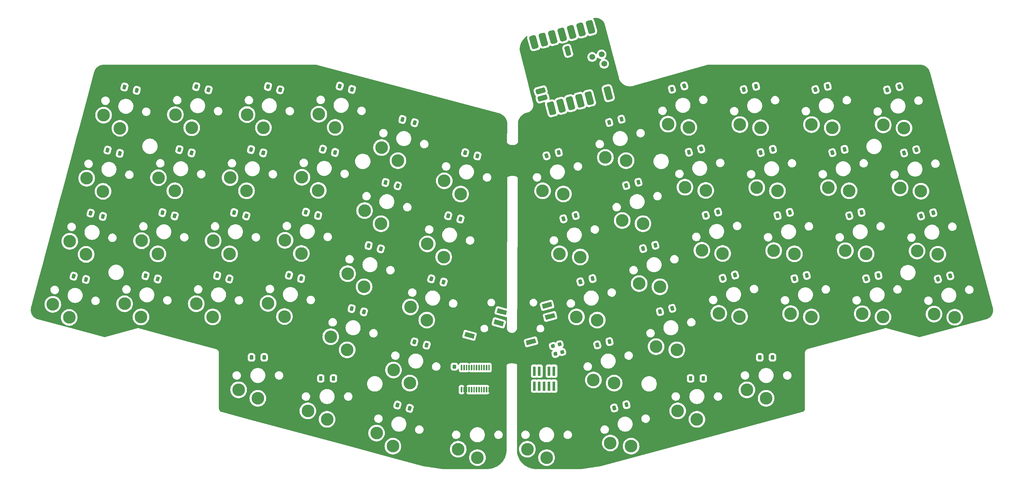
<source format=gtl>
G04 #@! TF.GenerationSoftware,KiCad,Pcbnew,7.0.9-7.0.9~ubuntu22.04.1*
G04 #@! TF.CreationDate,2023-12-21T13:29:15+01:00*
G04 #@! TF.ProjectId,ergo56,6572676f-3536-42e6-9b69-6361645f7063,0.1*
G04 #@! TF.SameCoordinates,Original*
G04 #@! TF.FileFunction,Copper,L1,Top*
G04 #@! TF.FilePolarity,Positive*
%FSLAX46Y46*%
G04 Gerber Fmt 4.6, Leading zero omitted, Abs format (unit mm)*
G04 Created by KiCad (PCBNEW 7.0.9-7.0.9~ubuntu22.04.1) date 2023-12-21 13:29:15*
%MOMM*%
%LPD*%
G01*
G04 APERTURE LIST*
G04 #@! TA.AperFunction,SMDPad,CuDef*
%ADD10R,0.740000X2.400000*%
G04 #@! TD*
G04 #@! TA.AperFunction,SMDPad,CuDef*
%ADD11C,1.500000*%
G04 #@! TD*
G04 #@! TA.AperFunction,ComponentPad*
%ADD12C,3.300000*%
G04 #@! TD*
G04 APERTURE END LIST*
G04 #@! TA.AperFunction,SMDPad,CuDef*
G36*
G01*
X170190735Y-114898718D02*
X169996621Y-114174274D01*
G75*
G02*
X170155720Y-113898707I217333J58234D01*
G01*
X170590386Y-113782239D01*
G75*
G02*
X170865953Y-113941338I58234J-217333D01*
G01*
X171060067Y-114665782D01*
G75*
G02*
X170900968Y-114941349I-217333J-58234D01*
G01*
X170466302Y-115057817D01*
G75*
G02*
X170190735Y-114898718I-58234J217333D01*
G01*
G37*
G04 #@! TD.AperFunction*
G04 #@! TA.AperFunction,SMDPad,CuDef*
G36*
G01*
X173378291Y-114044616D02*
X173184177Y-113320172D01*
G75*
G02*
X173343276Y-113044605I217333J58234D01*
G01*
X173777942Y-112928137D01*
G75*
G02*
X174053509Y-113087236I58234J-217333D01*
G01*
X174247623Y-113811680D01*
G75*
G02*
X174088524Y-114087247I-217333J-58234D01*
G01*
X173653858Y-114203715D01*
G75*
G02*
X173378291Y-114044616I-58234J217333D01*
G01*
G37*
G04 #@! TD.AperFunction*
G04 #@! TA.AperFunction,SMDPad,CuDef*
G36*
G01*
X202812947Y-97553178D02*
X202618833Y-96828734D01*
G75*
G02*
X202777932Y-96553167I217333J58234D01*
G01*
X203212598Y-96436699D01*
G75*
G02*
X203488165Y-96595798I58234J-217333D01*
G01*
X203682279Y-97320242D01*
G75*
G02*
X203523180Y-97595809I-217333J-58234D01*
G01*
X203088514Y-97712277D01*
G75*
G02*
X202812947Y-97553178I-58234J217333D01*
G01*
G37*
G04 #@! TD.AperFunction*
G04 #@! TA.AperFunction,SMDPad,CuDef*
G36*
G01*
X206000503Y-96699076D02*
X205806389Y-95974632D01*
G75*
G02*
X205965488Y-95699065I217333J58234D01*
G01*
X206400154Y-95582597D01*
G75*
G02*
X206675721Y-95741696I58234J-217333D01*
G01*
X206869835Y-96466140D01*
G75*
G02*
X206710736Y-96741707I-217333J-58234D01*
G01*
X206276070Y-96858175D01*
G75*
G02*
X206000503Y-96699076I-58234J217333D01*
G01*
G37*
G04 #@! TD.AperFunction*
G04 #@! TA.AperFunction,SMDPad,CuDef*
G36*
G01*
X221473686Y-97649329D02*
X221279572Y-96924885D01*
G75*
G02*
X221438671Y-96649318I217333J58234D01*
G01*
X221873337Y-96532850D01*
G75*
G02*
X222148904Y-96691949I58234J-217333D01*
G01*
X222343018Y-97416393D01*
G75*
G02*
X222183919Y-97691960I-217333J-58234D01*
G01*
X221749253Y-97808428D01*
G75*
G02*
X221473686Y-97649329I-58234J217333D01*
G01*
G37*
G04 #@! TD.AperFunction*
G04 #@! TA.AperFunction,SMDPad,CuDef*
G36*
G01*
X224661242Y-96795227D02*
X224467128Y-96070783D01*
G75*
G02*
X224626227Y-95795216I217333J58234D01*
G01*
X225060893Y-95678748D01*
G75*
G02*
X225336460Y-95837847I58234J-217333D01*
G01*
X225530574Y-96562291D01*
G75*
G02*
X225371475Y-96837858I-217333J-58234D01*
G01*
X224936809Y-96954326D01*
G75*
G02*
X224661242Y-96795227I-58234J217333D01*
G01*
G37*
G04 #@! TD.AperFunction*
G04 #@! TA.AperFunction,SMDPad,CuDef*
G36*
G01*
X240110505Y-97656237D02*
X239916391Y-96931793D01*
G75*
G02*
X240075490Y-96656226I217333J58234D01*
G01*
X240510156Y-96539758D01*
G75*
G02*
X240785723Y-96698857I58234J-217333D01*
G01*
X240979837Y-97423301D01*
G75*
G02*
X240820738Y-97698868I-217333J-58234D01*
G01*
X240386072Y-97815336D01*
G75*
G02*
X240110505Y-97656237I-58234J217333D01*
G01*
G37*
G04 #@! TD.AperFunction*
G04 #@! TA.AperFunction,SMDPad,CuDef*
G36*
G01*
X243298061Y-96802135D02*
X243103947Y-96077691D01*
G75*
G02*
X243263046Y-95802124I217333J58234D01*
G01*
X243697712Y-95685656D01*
G75*
G02*
X243973279Y-95844755I58234J-217333D01*
G01*
X244167393Y-96569199D01*
G75*
G02*
X244008294Y-96844766I-217333J-58234D01*
G01*
X243573628Y-96961234D01*
G75*
G02*
X243298061Y-96802135I-58234J217333D01*
G01*
G37*
G04 #@! TD.AperFunction*
G04 #@! TA.AperFunction,SMDPad,CuDef*
G36*
G01*
X258771241Y-97752375D02*
X258577127Y-97027931D01*
G75*
G02*
X258736226Y-96752364I217333J58234D01*
G01*
X259170892Y-96635896D01*
G75*
G02*
X259446459Y-96794995I58234J-217333D01*
G01*
X259640573Y-97519439D01*
G75*
G02*
X259481474Y-97795006I-217333J-58234D01*
G01*
X259046808Y-97911474D01*
G75*
G02*
X258771241Y-97752375I-58234J217333D01*
G01*
G37*
G04 #@! TD.AperFunction*
G04 #@! TA.AperFunction,SMDPad,CuDef*
G36*
G01*
X261958797Y-96898273D02*
X261764683Y-96173829D01*
G75*
G02*
X261923782Y-95898262I217333J58234D01*
G01*
X262358448Y-95781794D01*
G75*
G02*
X262634015Y-95940893I58234J-217333D01*
G01*
X262828129Y-96665337D01*
G75*
G02*
X262669030Y-96940904I-217333J-58234D01*
G01*
X262234364Y-97057372D01*
G75*
G02*
X261958797Y-96898273I-58234J217333D01*
G01*
G37*
G04 #@! TD.AperFunction*
G04 #@! TA.AperFunction,SMDPad,CuDef*
G36*
G01*
X38241810Y-80353316D02*
X38435924Y-79628872D01*
G75*
G02*
X38711491Y-79469773I217333J-58234D01*
G01*
X39146157Y-79586241D01*
G75*
G02*
X39305256Y-79861808I-58234J-217333D01*
G01*
X39111142Y-80586252D01*
G75*
G02*
X38835575Y-80745351I-217333J58234D01*
G01*
X38400909Y-80628883D01*
G75*
G02*
X38241810Y-80353316I58234J217333D01*
G01*
G37*
G04 #@! TD.AperFunction*
G04 #@! TA.AperFunction,SMDPad,CuDef*
G36*
G01*
X41429366Y-81207418D02*
X41623480Y-80482974D01*
G75*
G02*
X41899047Y-80323875I217333J-58234D01*
G01*
X42333713Y-80440343D01*
G75*
G02*
X42492812Y-80715910I-58234J-217333D01*
G01*
X42298698Y-81440354D01*
G75*
G02*
X42023131Y-81599453I-217333J58234D01*
G01*
X41588465Y-81482985D01*
G75*
G02*
X41429366Y-81207418I58234J217333D01*
G01*
G37*
G04 #@! TD.AperFunction*
G04 #@! TA.AperFunction,SMDPad,CuDef*
G36*
G01*
X56913681Y-80215633D02*
X57107795Y-79491189D01*
G75*
G02*
X57383362Y-79332090I217333J-58234D01*
G01*
X57818028Y-79448558D01*
G75*
G02*
X57977127Y-79724125I-58234J-217333D01*
G01*
X57783013Y-80448569D01*
G75*
G02*
X57507446Y-80607668I-217333J58234D01*
G01*
X57072780Y-80491200D01*
G75*
G02*
X56913681Y-80215633I58234J217333D01*
G01*
G37*
G04 #@! TD.AperFunction*
G04 #@! TA.AperFunction,SMDPad,CuDef*
G36*
G01*
X60101237Y-81069735D02*
X60295351Y-80345291D01*
G75*
G02*
X60570918Y-80186192I217333J-58234D01*
G01*
X61005584Y-80302660D01*
G75*
G02*
X61164683Y-80578227I-58234J-217333D01*
G01*
X60970569Y-81302671D01*
G75*
G02*
X60695002Y-81461770I-217333J58234D01*
G01*
X60260336Y-81345302D01*
G75*
G02*
X60101237Y-81069735I58234J217333D01*
G01*
G37*
G04 #@! TD.AperFunction*
G04 #@! TA.AperFunction,SMDPad,CuDef*
G36*
G01*
X75550388Y-80209138D02*
X75744502Y-79484694D01*
G75*
G02*
X76020069Y-79325595I217333J-58234D01*
G01*
X76454735Y-79442063D01*
G75*
G02*
X76613834Y-79717630I-58234J-217333D01*
G01*
X76419720Y-80442074D01*
G75*
G02*
X76144153Y-80601173I-217333J58234D01*
G01*
X75709487Y-80484705D01*
G75*
G02*
X75550388Y-80209138I58234J217333D01*
G01*
G37*
G04 #@! TD.AperFunction*
G04 #@! TA.AperFunction,SMDPad,CuDef*
G36*
G01*
X78737944Y-81063240D02*
X78932058Y-80338796D01*
G75*
G02*
X79207625Y-80179697I217333J-58234D01*
G01*
X79642291Y-80296165D01*
G75*
G02*
X79801390Y-80571732I-58234J-217333D01*
G01*
X79607276Y-81296176D01*
G75*
G02*
X79331709Y-81455275I-217333J58234D01*
G01*
X78897043Y-81338807D01*
G75*
G02*
X78737944Y-81063240I58234J217333D01*
G01*
G37*
G04 #@! TD.AperFunction*
G04 #@! TA.AperFunction,SMDPad,CuDef*
G36*
G01*
X94211133Y-80112984D02*
X94405247Y-79388540D01*
G75*
G02*
X94680814Y-79229441I217333J-58234D01*
G01*
X95115480Y-79345909D01*
G75*
G02*
X95274579Y-79621476I-58234J-217333D01*
G01*
X95080465Y-80345920D01*
G75*
G02*
X94804898Y-80505019I-217333J58234D01*
G01*
X94370232Y-80388551D01*
G75*
G02*
X94211133Y-80112984I58234J217333D01*
G01*
G37*
G04 #@! TD.AperFunction*
G04 #@! TA.AperFunction,SMDPad,CuDef*
G36*
G01*
X97398689Y-80967086D02*
X97592803Y-80242642D01*
G75*
G02*
X97868370Y-80083543I217333J-58234D01*
G01*
X98303036Y-80200011D01*
G75*
G02*
X98462135Y-80475578I-58234J-217333D01*
G01*
X98268021Y-81200022D01*
G75*
G02*
X97992454Y-81359121I-217333J58234D01*
G01*
X97557788Y-81242653D01*
G75*
G02*
X97398689Y-80967086I58234J217333D01*
G01*
G37*
G04 #@! TD.AperFunction*
G04 #@! TA.AperFunction,SMDPad,CuDef*
G36*
G01*
X110522234Y-88785758D02*
X110716348Y-88061314D01*
G75*
G02*
X110991915Y-87902215I217333J-58234D01*
G01*
X111426581Y-88018683D01*
G75*
G02*
X111585680Y-88294250I-58234J-217333D01*
G01*
X111391566Y-89018694D01*
G75*
G02*
X111115999Y-89177793I-217333J58234D01*
G01*
X110681333Y-89061325D01*
G75*
G02*
X110522234Y-88785758I58234J217333D01*
G01*
G37*
G04 #@! TD.AperFunction*
G04 #@! TA.AperFunction,SMDPad,CuDef*
G36*
G01*
X113709790Y-89639860D02*
X113903904Y-88915416D01*
G75*
G02*
X114179471Y-88756317I217333J-58234D01*
G01*
X114614137Y-88872785D01*
G75*
G02*
X114773236Y-89148352I-58234J-217333D01*
G01*
X114579122Y-89872796D01*
G75*
G02*
X114303555Y-90031895I-217333J58234D01*
G01*
X113868889Y-89915427D01*
G75*
G02*
X113709790Y-89639860I58234J217333D01*
G01*
G37*
G04 #@! TD.AperFunction*
G04 #@! TA.AperFunction,SMDPad,CuDef*
G36*
G01*
X126833339Y-97458538D02*
X127027453Y-96734094D01*
G75*
G02*
X127303020Y-96574995I217333J-58234D01*
G01*
X127737686Y-96691463D01*
G75*
G02*
X127896785Y-96967030I-58234J-217333D01*
G01*
X127702671Y-97691474D01*
G75*
G02*
X127427104Y-97850573I-217333J58234D01*
G01*
X126992438Y-97734105D01*
G75*
G02*
X126833339Y-97458538I58234J217333D01*
G01*
G37*
G04 #@! TD.AperFunction*
G04 #@! TA.AperFunction,SMDPad,CuDef*
G36*
G01*
X130020895Y-98312640D02*
X130215009Y-97588196D01*
G75*
G02*
X130490576Y-97429097I217333J-58234D01*
G01*
X130925242Y-97545565D01*
G75*
G02*
X131084341Y-97821132I-58234J-217333D01*
G01*
X130890227Y-98545576D01*
G75*
G02*
X130614660Y-98704675I-217333J58234D01*
G01*
X130179994Y-98588207D01*
G75*
G02*
X130020895Y-98312640I58234J217333D01*
G01*
G37*
G04 #@! TD.AperFunction*
G04 #@! TA.AperFunction,SMDPad,CuDef*
G36*
G01*
X165790800Y-98477972D02*
X165596686Y-97753528D01*
G75*
G02*
X165755785Y-97477961I217333J58234D01*
G01*
X166190451Y-97361493D01*
G75*
G02*
X166466018Y-97520592I58234J-217333D01*
G01*
X166660132Y-98245036D01*
G75*
G02*
X166501033Y-98520603I-217333J-58234D01*
G01*
X166066367Y-98637071D01*
G75*
G02*
X165790800Y-98477972I-58234J217333D01*
G01*
G37*
G04 #@! TD.AperFunction*
G04 #@! TA.AperFunction,SMDPad,CuDef*
G36*
G01*
X168978356Y-97623870D02*
X168784242Y-96899426D01*
G75*
G02*
X168943341Y-96623859I217333J58234D01*
G01*
X169378007Y-96507391D01*
G75*
G02*
X169653574Y-96666490I58234J-217333D01*
G01*
X169847688Y-97390934D01*
G75*
G02*
X169688589Y-97666501I-217333J-58234D01*
G01*
X169253923Y-97782969D01*
G75*
G02*
X168978356Y-97623870I-58234J217333D01*
G01*
G37*
G04 #@! TD.AperFunction*
G04 #@! TA.AperFunction,SMDPad,CuDef*
G36*
G01*
X182101913Y-89805207D02*
X181907799Y-89080763D01*
G75*
G02*
X182066898Y-88805196I217333J58234D01*
G01*
X182501564Y-88688728D01*
G75*
G02*
X182777131Y-88847827I58234J-217333D01*
G01*
X182971245Y-89572271D01*
G75*
G02*
X182812146Y-89847838I-217333J-58234D01*
G01*
X182377480Y-89964306D01*
G75*
G02*
X182101913Y-89805207I-58234J217333D01*
G01*
G37*
G04 #@! TD.AperFunction*
G04 #@! TA.AperFunction,SMDPad,CuDef*
G36*
G01*
X185289469Y-88951105D02*
X185095355Y-88226661D01*
G75*
G02*
X185254454Y-87951094I217333J58234D01*
G01*
X185689120Y-87834626D01*
G75*
G02*
X185964687Y-87993725I58234J-217333D01*
G01*
X186158801Y-88718169D01*
G75*
G02*
X185999702Y-88993736I-217333J-58234D01*
G01*
X185565036Y-89110204D01*
G75*
G02*
X185289469Y-88951105I-58234J217333D01*
G01*
G37*
G04 #@! TD.AperFunction*
G04 #@! TA.AperFunction,SMDPad,CuDef*
G36*
G01*
X198413029Y-81132429D02*
X198218915Y-80407985D01*
G75*
G02*
X198378014Y-80132418I217333J58234D01*
G01*
X198812680Y-80015950D01*
G75*
G02*
X199088247Y-80175049I58234J-217333D01*
G01*
X199282361Y-80899493D01*
G75*
G02*
X199123262Y-81175060I-217333J-58234D01*
G01*
X198688596Y-81291528D01*
G75*
G02*
X198413029Y-81132429I-58234J217333D01*
G01*
G37*
G04 #@! TD.AperFunction*
G04 #@! TA.AperFunction,SMDPad,CuDef*
G36*
G01*
X201600585Y-80278327D02*
X201406471Y-79553883D01*
G75*
G02*
X201565570Y-79278316I217333J58234D01*
G01*
X202000236Y-79161848D01*
G75*
G02*
X202275803Y-79320947I58234J-217333D01*
G01*
X202469917Y-80045391D01*
G75*
G02*
X202310818Y-80320958I-217333J-58234D01*
G01*
X201876152Y-80437426D01*
G75*
G02*
X201600585Y-80278327I-58234J217333D01*
G01*
G37*
G04 #@! TD.AperFunction*
G04 #@! TA.AperFunction,SMDPad,CuDef*
G36*
G01*
X217073757Y-81228577D02*
X216879643Y-80504133D01*
G75*
G02*
X217038742Y-80228566I217333J58234D01*
G01*
X217473408Y-80112098D01*
G75*
G02*
X217748975Y-80271197I58234J-217333D01*
G01*
X217943089Y-80995641D01*
G75*
G02*
X217783990Y-81271208I-217333J-58234D01*
G01*
X217349324Y-81387676D01*
G75*
G02*
X217073757Y-81228577I-58234J217333D01*
G01*
G37*
G04 #@! TD.AperFunction*
G04 #@! TA.AperFunction,SMDPad,CuDef*
G36*
G01*
X220261313Y-80374475D02*
X220067199Y-79650031D01*
G75*
G02*
X220226298Y-79374464I217333J58234D01*
G01*
X220660964Y-79257996D01*
G75*
G02*
X220936531Y-79417095I58234J-217333D01*
G01*
X221130645Y-80141539D01*
G75*
G02*
X220971546Y-80417106I-217333J-58234D01*
G01*
X220536880Y-80533574D01*
G75*
G02*
X220261313Y-80374475I-58234J217333D01*
G01*
G37*
G04 #@! TD.AperFunction*
G04 #@! TA.AperFunction,SMDPad,CuDef*
G36*
G01*
X235710584Y-81235475D02*
X235516470Y-80511031D01*
G75*
G02*
X235675569Y-80235464I217333J58234D01*
G01*
X236110235Y-80118996D01*
G75*
G02*
X236385802Y-80278095I58234J-217333D01*
G01*
X236579916Y-81002539D01*
G75*
G02*
X236420817Y-81278106I-217333J-58234D01*
G01*
X235986151Y-81394574D01*
G75*
G02*
X235710584Y-81235475I-58234J217333D01*
G01*
G37*
G04 #@! TD.AperFunction*
G04 #@! TA.AperFunction,SMDPad,CuDef*
G36*
G01*
X238898140Y-80381373D02*
X238704026Y-79656929D01*
G75*
G02*
X238863125Y-79381362I217333J58234D01*
G01*
X239297791Y-79264894D01*
G75*
G02*
X239573358Y-79423993I58234J-217333D01*
G01*
X239767472Y-80148437D01*
G75*
G02*
X239608373Y-80424004I-217333J-58234D01*
G01*
X239173707Y-80540472D01*
G75*
G02*
X238898140Y-80381373I-58234J217333D01*
G01*
G37*
G04 #@! TD.AperFunction*
G04 #@! TA.AperFunction,SMDPad,CuDef*
G36*
G01*
X254371324Y-81331628D02*
X254177210Y-80607184D01*
G75*
G02*
X254336309Y-80331617I217333J58234D01*
G01*
X254770975Y-80215149D01*
G75*
G02*
X255046542Y-80374248I58234J-217333D01*
G01*
X255240656Y-81098692D01*
G75*
G02*
X255081557Y-81374259I-217333J-58234D01*
G01*
X254646891Y-81490727D01*
G75*
G02*
X254371324Y-81331628I-58234J217333D01*
G01*
G37*
G04 #@! TD.AperFunction*
G04 #@! TA.AperFunction,SMDPad,CuDef*
G36*
G01*
X257558880Y-80477526D02*
X257364766Y-79753082D01*
G75*
G02*
X257523865Y-79477515I217333J58234D01*
G01*
X257958531Y-79361047D01*
G75*
G02*
X258234098Y-79520146I58234J-217333D01*
G01*
X258428212Y-80244590D01*
G75*
G02*
X258269113Y-80520157I-217333J-58234D01*
G01*
X257834447Y-80636625D01*
G75*
G02*
X257558880Y-80477526I-58234J217333D01*
G01*
G37*
G04 #@! TD.AperFunction*
G04 #@! TA.AperFunction,SMDPad,CuDef*
G36*
G01*
X42641745Y-63932587D02*
X42835859Y-63208143D01*
G75*
G02*
X43111426Y-63049044I217333J-58234D01*
G01*
X43546092Y-63165512D01*
G75*
G02*
X43705191Y-63441079I-58234J-217333D01*
G01*
X43511077Y-64165523D01*
G75*
G02*
X43235510Y-64324622I-217333J58234D01*
G01*
X42800844Y-64208154D01*
G75*
G02*
X42641745Y-63932587I58234J217333D01*
G01*
G37*
G04 #@! TD.AperFunction*
G04 #@! TA.AperFunction,SMDPad,CuDef*
G36*
G01*
X45829301Y-64786689D02*
X46023415Y-64062245D01*
G75*
G02*
X46298982Y-63903146I217333J-58234D01*
G01*
X46733648Y-64019614D01*
G75*
G02*
X46892747Y-64295181I-58234J-217333D01*
G01*
X46698633Y-65019625D01*
G75*
G02*
X46423066Y-65178724I-217333J58234D01*
G01*
X45988400Y-65062256D01*
G75*
G02*
X45829301Y-64786689I58234J217333D01*
G01*
G37*
G04 #@! TD.AperFunction*
G04 #@! TA.AperFunction,SMDPad,CuDef*
G36*
G01*
X61313606Y-63794885D02*
X61507720Y-63070441D01*
G75*
G02*
X61783287Y-62911342I217333J-58234D01*
G01*
X62217953Y-63027810D01*
G75*
G02*
X62377052Y-63303377I-58234J-217333D01*
G01*
X62182938Y-64027821D01*
G75*
G02*
X61907371Y-64186920I-217333J58234D01*
G01*
X61472705Y-64070452D01*
G75*
G02*
X61313606Y-63794885I58234J217333D01*
G01*
G37*
G04 #@! TD.AperFunction*
G04 #@! TA.AperFunction,SMDPad,CuDef*
G36*
G01*
X64501162Y-64648987D02*
X64695276Y-63924543D01*
G75*
G02*
X64970843Y-63765444I217333J-58234D01*
G01*
X65405509Y-63881912D01*
G75*
G02*
X65564608Y-64157479I-58234J-217333D01*
G01*
X65370494Y-64881923D01*
G75*
G02*
X65094927Y-65041022I-217333J58234D01*
G01*
X64660261Y-64924554D01*
G75*
G02*
X64501162Y-64648987I58234J217333D01*
G01*
G37*
G04 #@! TD.AperFunction*
G04 #@! TA.AperFunction,SMDPad,CuDef*
G36*
G01*
X79950308Y-63788405D02*
X80144422Y-63063961D01*
G75*
G02*
X80419989Y-62904862I217333J-58234D01*
G01*
X80854655Y-63021330D01*
G75*
G02*
X81013754Y-63296897I-58234J-217333D01*
G01*
X80819640Y-64021341D01*
G75*
G02*
X80544073Y-64180440I-217333J58234D01*
G01*
X80109407Y-64063972D01*
G75*
G02*
X79950308Y-63788405I58234J217333D01*
G01*
G37*
G04 #@! TD.AperFunction*
G04 #@! TA.AperFunction,SMDPad,CuDef*
G36*
G01*
X83137864Y-64642507D02*
X83331978Y-63918063D01*
G75*
G02*
X83607545Y-63758964I217333J-58234D01*
G01*
X84042211Y-63875432D01*
G75*
G02*
X84201310Y-64150999I-58234J-217333D01*
G01*
X84007196Y-64875443D01*
G75*
G02*
X83731629Y-65034542I-217333J58234D01*
G01*
X83296963Y-64918074D01*
G75*
G02*
X83137864Y-64642507I58234J217333D01*
G01*
G37*
G04 #@! TD.AperFunction*
G04 #@! TA.AperFunction,SMDPad,CuDef*
G36*
G01*
X98611058Y-63692255D02*
X98805172Y-62967811D01*
G75*
G02*
X99080739Y-62808712I217333J-58234D01*
G01*
X99515405Y-62925180D01*
G75*
G02*
X99674504Y-63200747I-58234J-217333D01*
G01*
X99480390Y-63925191D01*
G75*
G02*
X99204823Y-64084290I-217333J58234D01*
G01*
X98770157Y-63967822D01*
G75*
G02*
X98611058Y-63692255I58234J217333D01*
G01*
G37*
G04 #@! TD.AperFunction*
G04 #@! TA.AperFunction,SMDPad,CuDef*
G36*
G01*
X101798614Y-64546357D02*
X101992728Y-63821913D01*
G75*
G02*
X102268295Y-63662814I217333J-58234D01*
G01*
X102702961Y-63779282D01*
G75*
G02*
X102862060Y-64054849I-58234J-217333D01*
G01*
X102667946Y-64779293D01*
G75*
G02*
X102392379Y-64938392I-217333J58234D01*
G01*
X101957713Y-64821924D01*
G75*
G02*
X101798614Y-64546357I58234J217333D01*
G01*
G37*
G04 #@! TD.AperFunction*
G04 #@! TA.AperFunction,SMDPad,CuDef*
G36*
G01*
X114922164Y-72365026D02*
X115116278Y-71640582D01*
G75*
G02*
X115391845Y-71481483I217333J-58234D01*
G01*
X115826511Y-71597951D01*
G75*
G02*
X115985610Y-71873518I-58234J-217333D01*
G01*
X115791496Y-72597962D01*
G75*
G02*
X115515929Y-72757061I-217333J58234D01*
G01*
X115081263Y-72640593D01*
G75*
G02*
X114922164Y-72365026I58234J217333D01*
G01*
G37*
G04 #@! TD.AperFunction*
G04 #@! TA.AperFunction,SMDPad,CuDef*
G36*
G01*
X118109720Y-73219128D02*
X118303834Y-72494684D01*
G75*
G02*
X118579401Y-72335585I217333J-58234D01*
G01*
X119014067Y-72452053D01*
G75*
G02*
X119173166Y-72727620I-58234J-217333D01*
G01*
X118979052Y-73452064D01*
G75*
G02*
X118703485Y-73611163I-217333J58234D01*
G01*
X118268819Y-73494695D01*
G75*
G02*
X118109720Y-73219128I58234J217333D01*
G01*
G37*
G04 #@! TD.AperFunction*
G04 #@! TA.AperFunction,SMDPad,CuDef*
G36*
G01*
X131233263Y-81037801D02*
X131427377Y-80313357D01*
G75*
G02*
X131702944Y-80154258I217333J-58234D01*
G01*
X132137610Y-80270726D01*
G75*
G02*
X132296709Y-80546293I-58234J-217333D01*
G01*
X132102595Y-81270737D01*
G75*
G02*
X131827028Y-81429836I-217333J58234D01*
G01*
X131392362Y-81313368D01*
G75*
G02*
X131233263Y-81037801I58234J217333D01*
G01*
G37*
G04 #@! TD.AperFunction*
G04 #@! TA.AperFunction,SMDPad,CuDef*
G36*
G01*
X134420819Y-81891903D02*
X134614933Y-81167459D01*
G75*
G02*
X134890500Y-81008360I217333J-58234D01*
G01*
X135325166Y-81124828D01*
G75*
G02*
X135484265Y-81400395I-58234J-217333D01*
G01*
X135290151Y-82124839D01*
G75*
G02*
X135014584Y-82283938I-217333J58234D01*
G01*
X134579918Y-82167470D01*
G75*
G02*
X134420819Y-81891903I58234J217333D01*
G01*
G37*
G04 #@! TD.AperFunction*
G04 #@! TA.AperFunction,SMDPad,CuDef*
G36*
G01*
X161390874Y-82057236D02*
X161196760Y-81332792D01*
G75*
G02*
X161355859Y-81057225I217333J58234D01*
G01*
X161790525Y-80940757D01*
G75*
G02*
X162066092Y-81099856I58234J-217333D01*
G01*
X162260206Y-81824300D01*
G75*
G02*
X162101107Y-82099867I-217333J-58234D01*
G01*
X161666441Y-82216335D01*
G75*
G02*
X161390874Y-82057236I-58234J217333D01*
G01*
G37*
G04 #@! TD.AperFunction*
G04 #@! TA.AperFunction,SMDPad,CuDef*
G36*
G01*
X164578430Y-81203134D02*
X164384316Y-80478690D01*
G75*
G02*
X164543415Y-80203123I217333J58234D01*
G01*
X164978081Y-80086655D01*
G75*
G02*
X165253648Y-80245754I58234J-217333D01*
G01*
X165447762Y-80970198D01*
G75*
G02*
X165288663Y-81245765I-217333J-58234D01*
G01*
X164853997Y-81362233D01*
G75*
G02*
X164578430Y-81203134I-58234J217333D01*
G01*
G37*
G04 #@! TD.AperFunction*
G04 #@! TA.AperFunction,SMDPad,CuDef*
G36*
G01*
X177701990Y-73384476D02*
X177507876Y-72660032D01*
G75*
G02*
X177666975Y-72384465I217333J58234D01*
G01*
X178101641Y-72267997D01*
G75*
G02*
X178377208Y-72427096I58234J-217333D01*
G01*
X178571322Y-73151540D01*
G75*
G02*
X178412223Y-73427107I-217333J-58234D01*
G01*
X177977557Y-73543575D01*
G75*
G02*
X177701990Y-73384476I-58234J217333D01*
G01*
G37*
G04 #@! TD.AperFunction*
G04 #@! TA.AperFunction,SMDPad,CuDef*
G36*
G01*
X180889546Y-72530374D02*
X180695432Y-71805930D01*
G75*
G02*
X180854531Y-71530363I217333J58234D01*
G01*
X181289197Y-71413895D01*
G75*
G02*
X181564764Y-71572994I58234J-217333D01*
G01*
X181758878Y-72297438D01*
G75*
G02*
X181599779Y-72573005I-217333J-58234D01*
G01*
X181165113Y-72689473D01*
G75*
G02*
X180889546Y-72530374I-58234J217333D01*
G01*
G37*
G04 #@! TD.AperFunction*
G04 #@! TA.AperFunction,SMDPad,CuDef*
G36*
G01*
X194013103Y-64711695D02*
X193818989Y-63987251D01*
G75*
G02*
X193978088Y-63711684I217333J58234D01*
G01*
X194412754Y-63595216D01*
G75*
G02*
X194688321Y-63754315I58234J-217333D01*
G01*
X194882435Y-64478759D01*
G75*
G02*
X194723336Y-64754326I-217333J-58234D01*
G01*
X194288670Y-64870794D01*
G75*
G02*
X194013103Y-64711695I-58234J217333D01*
G01*
G37*
G04 #@! TD.AperFunction*
G04 #@! TA.AperFunction,SMDPad,CuDef*
G36*
G01*
X197200659Y-63857593D02*
X197006545Y-63133149D01*
G75*
G02*
X197165644Y-62857582I217333J58234D01*
G01*
X197600310Y-62741114D01*
G75*
G02*
X197875877Y-62900213I58234J-217333D01*
G01*
X198069991Y-63624657D01*
G75*
G02*
X197910892Y-63900224I-217333J-58234D01*
G01*
X197476226Y-64016692D01*
G75*
G02*
X197200659Y-63857593I-58234J217333D01*
G01*
G37*
G04 #@! TD.AperFunction*
G04 #@! TA.AperFunction,SMDPad,CuDef*
G36*
G01*
X212673847Y-64807847D02*
X212479733Y-64083403D01*
G75*
G02*
X212638832Y-63807836I217333J58234D01*
G01*
X213073498Y-63691368D01*
G75*
G02*
X213349065Y-63850467I58234J-217333D01*
G01*
X213543179Y-64574911D01*
G75*
G02*
X213384080Y-64850478I-217333J-58234D01*
G01*
X212949414Y-64966946D01*
G75*
G02*
X212673847Y-64807847I-58234J217333D01*
G01*
G37*
G04 #@! TD.AperFunction*
G04 #@! TA.AperFunction,SMDPad,CuDef*
G36*
G01*
X215861403Y-63953745D02*
X215667289Y-63229301D01*
G75*
G02*
X215826388Y-62953734I217333J58234D01*
G01*
X216261054Y-62837266D01*
G75*
G02*
X216536621Y-62996365I58234J-217333D01*
G01*
X216730735Y-63720809D01*
G75*
G02*
X216571636Y-63996376I-217333J-58234D01*
G01*
X216136970Y-64112844D01*
G75*
G02*
X215861403Y-63953745I-58234J217333D01*
G01*
G37*
G04 #@! TD.AperFunction*
G04 #@! TA.AperFunction,SMDPad,CuDef*
G36*
G01*
X231310663Y-64814761D02*
X231116549Y-64090317D01*
G75*
G02*
X231275648Y-63814750I217333J58234D01*
G01*
X231710314Y-63698282D01*
G75*
G02*
X231985881Y-63857381I58234J-217333D01*
G01*
X232179995Y-64581825D01*
G75*
G02*
X232020896Y-64857392I-217333J-58234D01*
G01*
X231586230Y-64973860D01*
G75*
G02*
X231310663Y-64814761I-58234J217333D01*
G01*
G37*
G04 #@! TD.AperFunction*
G04 #@! TA.AperFunction,SMDPad,CuDef*
G36*
G01*
X234498219Y-63960659D02*
X234304105Y-63236215D01*
G75*
G02*
X234463204Y-62960648I217333J58234D01*
G01*
X234897870Y-62844180D01*
G75*
G02*
X235173437Y-63003279I58234J-217333D01*
G01*
X235367551Y-63727723D01*
G75*
G02*
X235208452Y-64003290I-217333J-58234D01*
G01*
X234773786Y-64119758D01*
G75*
G02*
X234498219Y-63960659I-58234J217333D01*
G01*
G37*
G04 #@! TD.AperFunction*
G04 #@! TA.AperFunction,SMDPad,CuDef*
G36*
G01*
X249971390Y-64910891D02*
X249777276Y-64186447D01*
G75*
G02*
X249936375Y-63910880I217333J58234D01*
G01*
X250371041Y-63794412D01*
G75*
G02*
X250646608Y-63953511I58234J-217333D01*
G01*
X250840722Y-64677955D01*
G75*
G02*
X250681623Y-64953522I-217333J-58234D01*
G01*
X250246957Y-65069990D01*
G75*
G02*
X249971390Y-64910891I-58234J217333D01*
G01*
G37*
G04 #@! TD.AperFunction*
G04 #@! TA.AperFunction,SMDPad,CuDef*
G36*
G01*
X253158946Y-64056789D02*
X252964832Y-63332345D01*
G75*
G02*
X253123931Y-63056778I217333J58234D01*
G01*
X253558597Y-62940310D01*
G75*
G02*
X253834164Y-63099409I58234J-217333D01*
G01*
X254028278Y-63823853D01*
G75*
G02*
X253869179Y-64099420I-217333J-58234D01*
G01*
X253434513Y-64215888D01*
G75*
G02*
X253158946Y-64056789I-58234J217333D01*
G01*
G37*
G04 #@! TD.AperFunction*
G04 #@! TA.AperFunction,SMDPad,CuDef*
G36*
G01*
X98164573Y-123530996D02*
X98164573Y-122780996D01*
G75*
G02*
X98389573Y-122555996I225000J0D01*
G01*
X98839573Y-122555996D01*
G75*
G02*
X99064573Y-122780996I0J-225000D01*
G01*
X99064573Y-123530996D01*
G75*
G02*
X98839573Y-123755996I-225000J0D01*
G01*
X98389573Y-123755996D01*
G75*
G02*
X98164573Y-123530996I0J225000D01*
G01*
G37*
G04 #@! TD.AperFunction*
G04 #@! TA.AperFunction,SMDPad,CuDef*
G36*
G01*
X101464573Y-123530996D02*
X101464573Y-122780996D01*
G75*
G02*
X101689573Y-122555996I225000J0D01*
G01*
X102139573Y-122555996D01*
G75*
G02*
X102364573Y-122780996I0J-225000D01*
G01*
X102364573Y-123530996D01*
G75*
G02*
X102139573Y-123755996I-225000J0D01*
G01*
X101689573Y-123755996D01*
G75*
G02*
X101464573Y-123530996I0J225000D01*
G01*
G37*
G04 #@! TD.AperFunction*
G04 #@! TA.AperFunction,SMDPad,CuDef*
G36*
G01*
X118024590Y-130330465D02*
X118218704Y-129606021D01*
G75*
G02*
X118494271Y-129446922I217333J-58234D01*
G01*
X118928937Y-129563390D01*
G75*
G02*
X119088036Y-129838957I-58234J-217333D01*
G01*
X118893922Y-130563401D01*
G75*
G02*
X118618355Y-130722500I-217333J58234D01*
G01*
X118183689Y-130606032D01*
G75*
G02*
X118024590Y-130330465I58234J217333D01*
G01*
G37*
G04 #@! TD.AperFunction*
G04 #@! TA.AperFunction,SMDPad,CuDef*
G36*
G01*
X121212146Y-131184567D02*
X121406260Y-130460123D01*
G75*
G02*
X121681827Y-130301024I217333J-58234D01*
G01*
X122116493Y-130417492D01*
G75*
G02*
X122275592Y-130693059I-58234J-217333D01*
G01*
X122081478Y-131417503D01*
G75*
G02*
X121805911Y-131576602I-217333J58234D01*
G01*
X121371245Y-131460134D01*
G75*
G02*
X121212146Y-131184567I58234J217333D01*
G01*
G37*
G04 #@! TD.AperFunction*
G04 #@! TA.AperFunction,SMDPad,CuDef*
G36*
G01*
X174594218Y-131321103D02*
X174400104Y-130596659D01*
G75*
G02*
X174559203Y-130321092I217333J58234D01*
G01*
X174993869Y-130204624D01*
G75*
G02*
X175269436Y-130363723I58234J-217333D01*
G01*
X175463550Y-131088167D01*
G75*
G02*
X175304451Y-131363734I-217333J-58234D01*
G01*
X174869785Y-131480202D01*
G75*
G02*
X174594218Y-131321103I-58234J217333D01*
G01*
G37*
G04 #@! TD.AperFunction*
G04 #@! TA.AperFunction,SMDPad,CuDef*
G36*
G01*
X177781774Y-130467001D02*
X177587660Y-129742557D01*
G75*
G02*
X177746759Y-129466990I217333J58234D01*
G01*
X178181425Y-129350522D01*
G75*
G02*
X178456992Y-129509621I58234J-217333D01*
G01*
X178651106Y-130234065D01*
G75*
G02*
X178492007Y-130509632I-217333J-58234D01*
G01*
X178057341Y-130626100D01*
G75*
G02*
X177781774Y-130467001I-58234J217333D01*
G01*
G37*
G04 #@! TD.AperFunction*
G04 #@! TA.AperFunction,SMDPad,CuDef*
G36*
G01*
X194336821Y-123530674D02*
X194336821Y-122780674D01*
G75*
G02*
X194561821Y-122555674I225000J0D01*
G01*
X195011821Y-122555674D01*
G75*
G02*
X195236821Y-122780674I0J-225000D01*
G01*
X195236821Y-123530674D01*
G75*
G02*
X195011821Y-123755674I-225000J0D01*
G01*
X194561821Y-123755674D01*
G75*
G02*
X194336821Y-123530674I0J225000D01*
G01*
G37*
G04 #@! TD.AperFunction*
G04 #@! TA.AperFunction,SMDPad,CuDef*
G36*
G01*
X197636821Y-123530674D02*
X197636821Y-122780674D01*
G75*
G02*
X197861821Y-122555674I225000J0D01*
G01*
X198311821Y-122555674D01*
G75*
G02*
X198536821Y-122780674I0J-225000D01*
G01*
X198536821Y-123530674D01*
G75*
G02*
X198311821Y-123755674I-225000J0D01*
G01*
X197861821Y-123755674D01*
G75*
G02*
X197636821Y-123530674I0J225000D01*
G01*
G37*
G04 #@! TD.AperFunction*
G04 #@! TA.AperFunction,SMDPad,CuDef*
G36*
G01*
X33841895Y-96774061D02*
X34036009Y-96049617D01*
G75*
G02*
X34311576Y-95890518I217333J-58234D01*
G01*
X34746242Y-96006986D01*
G75*
G02*
X34905341Y-96282553I-58234J-217333D01*
G01*
X34711227Y-97006997D01*
G75*
G02*
X34435660Y-97166096I-217333J58234D01*
G01*
X34000994Y-97049628D01*
G75*
G02*
X33841895Y-96774061I58234J217333D01*
G01*
G37*
G04 #@! TD.AperFunction*
G04 #@! TA.AperFunction,SMDPad,CuDef*
G36*
G01*
X37029451Y-97628163D02*
X37223565Y-96903719D01*
G75*
G02*
X37499132Y-96744620I217333J-58234D01*
G01*
X37933798Y-96861088D01*
G75*
G02*
X38092897Y-97136655I-58234J-217333D01*
G01*
X37898783Y-97861099D01*
G75*
G02*
X37623216Y-98020198I-217333J58234D01*
G01*
X37188550Y-97903730D01*
G75*
G02*
X37029451Y-97628163I58234J217333D01*
G01*
G37*
G04 #@! TD.AperFunction*
G04 #@! TA.AperFunction,SMDPad,CuDef*
G36*
G01*
X52513750Y-96636378D02*
X52707864Y-95911934D01*
G75*
G02*
X52983431Y-95752835I217333J-58234D01*
G01*
X53418097Y-95869303D01*
G75*
G02*
X53577196Y-96144870I-58234J-217333D01*
G01*
X53383082Y-96869314D01*
G75*
G02*
X53107515Y-97028413I-217333J58234D01*
G01*
X52672849Y-96911945D01*
G75*
G02*
X52513750Y-96636378I58234J217333D01*
G01*
G37*
G04 #@! TD.AperFunction*
G04 #@! TA.AperFunction,SMDPad,CuDef*
G36*
G01*
X55701306Y-97490480D02*
X55895420Y-96766036D01*
G75*
G02*
X56170987Y-96606937I217333J-58234D01*
G01*
X56605653Y-96723405D01*
G75*
G02*
X56764752Y-96998972I-58234J-217333D01*
G01*
X56570638Y-97723416D01*
G75*
G02*
X56295071Y-97882515I-217333J58234D01*
G01*
X55860405Y-97766047D01*
G75*
G02*
X55701306Y-97490480I58234J217333D01*
G01*
G37*
G04 #@! TD.AperFunction*
G04 #@! TA.AperFunction,SMDPad,CuDef*
G36*
G01*
X71150465Y-96629883D02*
X71344579Y-95905439D01*
G75*
G02*
X71620146Y-95746340I217333J-58234D01*
G01*
X72054812Y-95862808D01*
G75*
G02*
X72213911Y-96138375I-58234J-217333D01*
G01*
X72019797Y-96862819D01*
G75*
G02*
X71744230Y-97021918I-217333J58234D01*
G01*
X71309564Y-96905450D01*
G75*
G02*
X71150465Y-96629883I58234J217333D01*
G01*
G37*
G04 #@! TD.AperFunction*
G04 #@! TA.AperFunction,SMDPad,CuDef*
G36*
G01*
X74338021Y-97483985D02*
X74532135Y-96759541D01*
G75*
G02*
X74807702Y-96600442I217333J-58234D01*
G01*
X75242368Y-96716910D01*
G75*
G02*
X75401467Y-96992477I-58234J-217333D01*
G01*
X75207353Y-97716921D01*
G75*
G02*
X74931786Y-97876020I-217333J58234D01*
G01*
X74497120Y-97759552D01*
G75*
G02*
X74338021Y-97483985I58234J217333D01*
G01*
G37*
G04 #@! TD.AperFunction*
G04 #@! TA.AperFunction,SMDPad,CuDef*
G36*
G01*
X89811196Y-96533735D02*
X90005310Y-95809291D01*
G75*
G02*
X90280877Y-95650192I217333J-58234D01*
G01*
X90715543Y-95766660D01*
G75*
G02*
X90874642Y-96042227I-58234J-217333D01*
G01*
X90680528Y-96766671D01*
G75*
G02*
X90404961Y-96925770I-217333J58234D01*
G01*
X89970295Y-96809302D01*
G75*
G02*
X89811196Y-96533735I58234J217333D01*
G01*
G37*
G04 #@! TD.AperFunction*
G04 #@! TA.AperFunction,SMDPad,CuDef*
G36*
G01*
X92998752Y-97387837D02*
X93192866Y-96663393D01*
G75*
G02*
X93468433Y-96504294I217333J-58234D01*
G01*
X93903099Y-96620762D01*
G75*
G02*
X94062198Y-96896329I-58234J-217333D01*
G01*
X93868084Y-97620773D01*
G75*
G02*
X93592517Y-97779872I-217333J58234D01*
G01*
X93157851Y-97663404D01*
G75*
G02*
X92998752Y-97387837I58234J217333D01*
G01*
G37*
G04 #@! TD.AperFunction*
G04 #@! TA.AperFunction,SMDPad,CuDef*
G36*
G01*
X106122315Y-105206501D02*
X106316429Y-104482057D01*
G75*
G02*
X106591996Y-104322958I217333J-58234D01*
G01*
X107026662Y-104439426D01*
G75*
G02*
X107185761Y-104714993I-58234J-217333D01*
G01*
X106991647Y-105439437D01*
G75*
G02*
X106716080Y-105598536I-217333J58234D01*
G01*
X106281414Y-105482068D01*
G75*
G02*
X106122315Y-105206501I58234J217333D01*
G01*
G37*
G04 #@! TD.AperFunction*
G04 #@! TA.AperFunction,SMDPad,CuDef*
G36*
G01*
X109309871Y-106060603D02*
X109503985Y-105336159D01*
G75*
G02*
X109779552Y-105177060I217333J-58234D01*
G01*
X110214218Y-105293528D01*
G75*
G02*
X110373317Y-105569095I-58234J-217333D01*
G01*
X110179203Y-106293539D01*
G75*
G02*
X109903636Y-106452638I-217333J58234D01*
G01*
X109468970Y-106336170D01*
G75*
G02*
X109309871Y-106060603I58234J217333D01*
G01*
G37*
G04 #@! TD.AperFunction*
G04 #@! TA.AperFunction,SMDPad,CuDef*
G36*
G01*
X122433425Y-113879269D02*
X122627539Y-113154825D01*
G75*
G02*
X122903106Y-112995726I217333J-58234D01*
G01*
X123337772Y-113112194D01*
G75*
G02*
X123496871Y-113387761I-58234J-217333D01*
G01*
X123302757Y-114112205D01*
G75*
G02*
X123027190Y-114271304I-217333J58234D01*
G01*
X122592524Y-114154836D01*
G75*
G02*
X122433425Y-113879269I58234J217333D01*
G01*
G37*
G04 #@! TD.AperFunction*
G04 #@! TA.AperFunction,SMDPad,CuDef*
G36*
G01*
X125620981Y-114733371D02*
X125815095Y-114008927D01*
G75*
G02*
X126090662Y-113849828I217333J-58234D01*
G01*
X126525328Y-113966296D01*
G75*
G02*
X126684427Y-114241863I-58234J-217333D01*
G01*
X126490313Y-114966307D01*
G75*
G02*
X126214746Y-115125406I-217333J58234D01*
G01*
X125780080Y-115008938D01*
G75*
G02*
X125620981Y-114733371I58234J217333D01*
G01*
G37*
G04 #@! TD.AperFunction*
G04 #@! TA.AperFunction,SMDPad,CuDef*
G36*
G01*
X186501844Y-106225944D02*
X186307730Y-105501500D01*
G75*
G02*
X186466829Y-105225933I217333J58234D01*
G01*
X186901495Y-105109465D01*
G75*
G02*
X187177062Y-105268564I58234J-217333D01*
G01*
X187371176Y-105993008D01*
G75*
G02*
X187212077Y-106268575I-217333J-58234D01*
G01*
X186777411Y-106385043D01*
G75*
G02*
X186501844Y-106225944I-58234J217333D01*
G01*
G37*
G04 #@! TD.AperFunction*
G04 #@! TA.AperFunction,SMDPad,CuDef*
G36*
G01*
X189689400Y-105371842D02*
X189495286Y-104647398D01*
G75*
G02*
X189654385Y-104371831I217333J58234D01*
G01*
X190089051Y-104255363D01*
G75*
G02*
X190364618Y-104414462I58234J-217333D01*
G01*
X190558732Y-105138906D01*
G75*
G02*
X190399633Y-105414473I-217333J-58234D01*
G01*
X189964967Y-105530941D01*
G75*
G02*
X189689400Y-105371842I-58234J217333D01*
G01*
G37*
G04 #@! TD.AperFunction*
G04 #@! TA.AperFunction,SMDPad,CuDef*
G36*
X143867986Y-107768576D02*
G01*
X146282801Y-108415623D01*
X145972218Y-109574734D01*
X143557403Y-108927687D01*
X143867986Y-107768576D01*
G37*
G04 #@! TD.AperFunction*
G04 #@! TA.AperFunction,SMDPad,CuDef*
G36*
X144644443Y-104870798D02*
G01*
X147059258Y-105517845D01*
X146748675Y-106676956D01*
X144333860Y-106029909D01*
X144644443Y-104870798D01*
G37*
G04 #@! TD.AperFunction*
G04 #@! TA.AperFunction,SMDPad,CuDef*
G36*
X136269491Y-111012474D02*
G01*
X138684306Y-111659521D01*
X138373723Y-112818632D01*
X135958908Y-112171585D01*
X136269491Y-111012474D01*
G37*
G04 #@! TD.AperFunction*
G04 #@! TA.AperFunction,SMDPad,CuDef*
G36*
X142832710Y-111632279D02*
G01*
X145247525Y-112279326D01*
X144936942Y-113438437D01*
X142522127Y-112791390D01*
X142832710Y-111632279D01*
G37*
G04 #@! TD.AperFunction*
G04 #@! TA.AperFunction,SMDPad,CuDef*
G36*
G01*
X65713511Y-47374117D02*
X65907625Y-46649673D01*
G75*
G02*
X66183192Y-46490574I217333J-58234D01*
G01*
X66617858Y-46607042D01*
G75*
G02*
X66776957Y-46882609I-58234J-217333D01*
G01*
X66582843Y-47607053D01*
G75*
G02*
X66307276Y-47766152I-217333J58234D01*
G01*
X65872610Y-47649684D01*
G75*
G02*
X65713511Y-47374117I58234J217333D01*
G01*
G37*
G04 #@! TD.AperFunction*
G04 #@! TA.AperFunction,SMDPad,CuDef*
G36*
G01*
X68901067Y-48228219D02*
X69095181Y-47503775D01*
G75*
G02*
X69370748Y-47344676I217333J-58234D01*
G01*
X69805414Y-47461144D01*
G75*
G02*
X69964513Y-47736711I-58234J-217333D01*
G01*
X69770399Y-48461155D01*
G75*
G02*
X69494832Y-48620254I-217333J58234D01*
G01*
X69060166Y-48503786D01*
G75*
G02*
X68901067Y-48228219I58234J217333D01*
G01*
G37*
G04 #@! TD.AperFunction*
G04 #@! TA.AperFunction,SMDPad,CuDef*
G36*
G01*
X156991010Y-65636496D02*
X156796896Y-64912052D01*
G75*
G02*
X156955995Y-64636485I217333J58234D01*
G01*
X157390661Y-64520017D01*
G75*
G02*
X157666228Y-64679116I58234J-217333D01*
G01*
X157860342Y-65403560D01*
G75*
G02*
X157701243Y-65679127I-217333J-58234D01*
G01*
X157266577Y-65795595D01*
G75*
G02*
X156991010Y-65636496I-58234J217333D01*
G01*
G37*
G04 #@! TD.AperFunction*
G04 #@! TA.AperFunction,SMDPad,CuDef*
G36*
G01*
X160178566Y-64782394D02*
X159984452Y-64057950D01*
G75*
G02*
X160143551Y-63782383I217333J58234D01*
G01*
X160578217Y-63665915D01*
G75*
G02*
X160853784Y-63825014I58234J-217333D01*
G01*
X161047898Y-64549458D01*
G75*
G02*
X160888799Y-64825025I-217333J-58234D01*
G01*
X160454133Y-64941493D01*
G75*
G02*
X160178566Y-64782394I-58234J217333D01*
G01*
G37*
G04 #@! TD.AperFunction*
G04 #@! TA.AperFunction,SMDPad,CuDef*
G36*
G01*
X133116050Y-119553530D02*
X133591050Y-119553530D01*
G75*
G02*
X133828550Y-119791030I0J-237500D01*
G01*
X133828550Y-120391030D01*
G75*
G02*
X133591050Y-120628530I-237500J0D01*
G01*
X133116050Y-120628530D01*
G75*
G02*
X132878550Y-120391030I0J237500D01*
G01*
X132878550Y-119791030D01*
G75*
G02*
X133116050Y-119553530I237500J0D01*
G01*
G37*
G04 #@! TD.AperFunction*
G04 #@! TA.AperFunction,SMDPad,CuDef*
G36*
G01*
X133116050Y-121278530D02*
X133591050Y-121278530D01*
G75*
G02*
X133828550Y-121516030I0J-237500D01*
G01*
X133828550Y-122116030D01*
G75*
G02*
X133591050Y-122353530I-237500J0D01*
G01*
X133116050Y-122353530D01*
G75*
G02*
X132878550Y-122116030I0J237500D01*
G01*
X132878550Y-121516030D01*
G75*
G02*
X133116050Y-121278530I237500J0D01*
G01*
G37*
G04 #@! TD.AperFunction*
G04 #@! TA.AperFunction,SMDPad,CuDef*
G36*
G01*
X226910725Y-48393992D02*
X226716611Y-47669548D01*
G75*
G02*
X226875710Y-47393981I217333J58234D01*
G01*
X227310376Y-47277513D01*
G75*
G02*
X227585943Y-47436612I58234J-217333D01*
G01*
X227780057Y-48161056D01*
G75*
G02*
X227620958Y-48436623I-217333J-58234D01*
G01*
X227186292Y-48553091D01*
G75*
G02*
X226910725Y-48393992I-58234J217333D01*
G01*
G37*
G04 #@! TD.AperFunction*
G04 #@! TA.AperFunction,SMDPad,CuDef*
G36*
G01*
X230098281Y-47539890D02*
X229904167Y-46815446D01*
G75*
G02*
X230063266Y-46539879I217333J58234D01*
G01*
X230497932Y-46423411D01*
G75*
G02*
X230773499Y-46582510I58234J-217333D01*
G01*
X230967613Y-47306954D01*
G75*
G02*
X230808514Y-47582521I-217333J-58234D01*
G01*
X230373848Y-47698989D01*
G75*
G02*
X230098281Y-47539890I-58234J217333D01*
G01*
G37*
G04 #@! TD.AperFunction*
G04 #@! TA.AperFunction,SMDPad,CuDef*
G36*
G01*
X173302070Y-56963767D02*
X173107956Y-56239323D01*
G75*
G02*
X173267055Y-55963756I217333J58234D01*
G01*
X173701721Y-55847288D01*
G75*
G02*
X173977288Y-56006387I58234J-217333D01*
G01*
X174171402Y-56730831D01*
G75*
G02*
X174012303Y-57006398I-217333J-58234D01*
G01*
X173577637Y-57122866D01*
G75*
G02*
X173302070Y-56963767I-58234J217333D01*
G01*
G37*
G04 #@! TD.AperFunction*
G04 #@! TA.AperFunction,SMDPad,CuDef*
G36*
G01*
X176489626Y-56109665D02*
X176295512Y-55385221D01*
G75*
G02*
X176454611Y-55109654I217333J58234D01*
G01*
X176889277Y-54993186D01*
G75*
G02*
X177164844Y-55152285I58234J-217333D01*
G01*
X177358958Y-55876729D01*
G75*
G02*
X177199859Y-56152296I-217333J-58234D01*
G01*
X176765193Y-56268764D01*
G75*
G02*
X176489626Y-56109665I-58234J217333D01*
G01*
G37*
G04 #@! TD.AperFunction*
G04 #@! TA.AperFunction,SMDPad,CuDef*
G36*
G01*
X159240724Y-117100284D02*
X159117785Y-116641469D01*
G75*
G02*
X159285722Y-116350592I229407J61470D01*
G01*
X159768685Y-116221183D01*
G75*
G02*
X160059562Y-116389120I61470J-229407D01*
G01*
X160182501Y-116847935D01*
G75*
G02*
X160014564Y-117138812I-229407J-61470D01*
G01*
X159531601Y-117268221D01*
G75*
G02*
X159240724Y-117100284I-61470J229407D01*
G01*
G37*
G04 #@! TD.AperFunction*
G04 #@! TA.AperFunction,SMDPad,CuDef*
G36*
G01*
X161003538Y-116627940D02*
X160880599Y-116169125D01*
G75*
G02*
X161048536Y-115878248I229407J61470D01*
G01*
X161531499Y-115748839D01*
G75*
G02*
X161822376Y-115916776I61470J-229407D01*
G01*
X161945315Y-116375591D01*
G75*
G02*
X161777378Y-116666468I-229407J-61470D01*
G01*
X161294415Y-116795877D01*
G75*
G02*
X161003538Y-116627940I-61470J229407D01*
G01*
G37*
G04 #@! TD.AperFunction*
G04 #@! TA.AperFunction,SMDPad,CuDef*
G36*
G01*
X245570987Y-48489900D02*
X245376873Y-47765456D01*
G75*
G02*
X245535972Y-47489889I217333J58234D01*
G01*
X245970638Y-47373421D01*
G75*
G02*
X246246205Y-47532520I58234J-217333D01*
G01*
X246440319Y-48256964D01*
G75*
G02*
X246281220Y-48532531I-217333J-58234D01*
G01*
X245846554Y-48648999D01*
G75*
G02*
X245570987Y-48489900I-58234J217333D01*
G01*
G37*
G04 #@! TD.AperFunction*
G04 #@! TA.AperFunction,SMDPad,CuDef*
G36*
G01*
X248758543Y-47635798D02*
X248564429Y-46911354D01*
G75*
G02*
X248723528Y-46635787I217333J58234D01*
G01*
X249158194Y-46519319D01*
G75*
G02*
X249433761Y-46678418I58234J-217333D01*
G01*
X249627875Y-47402862D01*
G75*
G02*
X249468776Y-47678429I-217333J-58234D01*
G01*
X249034110Y-47794897D01*
G75*
G02*
X248758543Y-47635798I-58234J217333D01*
G01*
G37*
G04 #@! TD.AperFunction*
G04 #@! TA.AperFunction,SMDPad,CuDef*
G36*
G01*
X119322062Y-55944301D02*
X119516176Y-55219857D01*
G75*
G02*
X119791743Y-55060758I217333J-58234D01*
G01*
X120226409Y-55177226D01*
G75*
G02*
X120385508Y-55452793I-58234J-217333D01*
G01*
X120191394Y-56177237D01*
G75*
G02*
X119915827Y-56336336I-217333J58234D01*
G01*
X119481161Y-56219868D01*
G75*
G02*
X119322062Y-55944301I58234J217333D01*
G01*
G37*
G04 #@! TD.AperFunction*
G04 #@! TA.AperFunction,SMDPad,CuDef*
G36*
G01*
X122509618Y-56798403D02*
X122703732Y-56073959D01*
G75*
G02*
X122979299Y-55914860I217333J-58234D01*
G01*
X123413965Y-56031328D01*
G75*
G02*
X123573064Y-56306895I-58234J-217333D01*
G01*
X123378950Y-57031339D01*
G75*
G02*
X123103383Y-57190438I-217333J58234D01*
G01*
X122668717Y-57073970D01*
G75*
G02*
X122509618Y-56798403I58234J217333D01*
G01*
G37*
G04 #@! TD.AperFunction*
D10*
X159261550Y-121244530D03*
X159261550Y-125144530D03*
X157991550Y-121244530D03*
X157991550Y-125144530D03*
X156721550Y-121244530D03*
X156721550Y-125144530D03*
X155451550Y-121244530D03*
X155451550Y-125144530D03*
X154181550Y-121244530D03*
X154181550Y-125144530D03*
G04 #@! TA.AperFunction,SMDPad,CuDef*
G36*
G01*
X212337165Y-118048497D02*
X212337165Y-117298497D01*
G75*
G02*
X212562165Y-117073497I225000J0D01*
G01*
X213012165Y-117073497D01*
G75*
G02*
X213237165Y-117298497I0J-225000D01*
G01*
X213237165Y-118048497D01*
G75*
G02*
X213012165Y-118273497I-225000J0D01*
G01*
X212562165Y-118273497D01*
G75*
G02*
X212337165Y-118048497I0J225000D01*
G01*
G37*
G04 #@! TD.AperFunction*
G04 #@! TA.AperFunction,SMDPad,CuDef*
G36*
G01*
X215637165Y-118048497D02*
X215637165Y-117298497D01*
G75*
G02*
X215862165Y-117073497I225000J0D01*
G01*
X216312165Y-117073497D01*
G75*
G02*
X216537165Y-117298497I0J-225000D01*
G01*
X216537165Y-118048497D01*
G75*
G02*
X216312165Y-118273497I-225000J0D01*
G01*
X215862165Y-118273497D01*
G75*
G02*
X215637165Y-118048497I0J225000D01*
G01*
G37*
G04 #@! TD.AperFunction*
G04 #@! TA.AperFunction,SMDPad,CuDef*
G36*
G01*
X135633221Y-64617045D02*
X135827335Y-63892601D01*
G75*
G02*
X136102902Y-63733502I217333J-58234D01*
G01*
X136537568Y-63849970D01*
G75*
G02*
X136696667Y-64125537I-58234J-217333D01*
G01*
X136502553Y-64849981D01*
G75*
G02*
X136226986Y-65009080I-217333J58234D01*
G01*
X135792320Y-64892612D01*
G75*
G02*
X135633221Y-64617045I58234J217333D01*
G01*
G37*
G04 #@! TD.AperFunction*
G04 #@! TA.AperFunction,SMDPad,CuDef*
G36*
G01*
X138820777Y-65471147D02*
X139014891Y-64746703D01*
G75*
G02*
X139290458Y-64587604I217333J-58234D01*
G01*
X139725124Y-64704072D01*
G75*
G02*
X139884223Y-64979639I-58234J-217333D01*
G01*
X139690109Y-65704083D01*
G75*
G02*
X139414542Y-65863182I-217333J58234D01*
G01*
X138979876Y-65746714D01*
G75*
G02*
X138820777Y-65471147I58234J217333D01*
G01*
G37*
G04 #@! TD.AperFunction*
G04 #@! TA.AperFunction,SMDPad,CuDef*
G36*
X156892046Y-106747981D02*
G01*
X159306861Y-106100934D01*
X159617444Y-107260045D01*
X157202629Y-107907092D01*
X156892046Y-106747981D01*
G37*
G04 #@! TD.AperFunction*
G04 #@! TA.AperFunction,SMDPad,CuDef*
G36*
X156115588Y-103850204D02*
G01*
X158530403Y-103203157D01*
X158840986Y-104362268D01*
X156426171Y-105009315D01*
X156115588Y-103850204D01*
G37*
G04 #@! TD.AperFunction*
G04 #@! TA.AperFunction,SMDPad,CuDef*
G36*
X151933505Y-113356527D02*
G01*
X154348320Y-112709480D01*
X154658903Y-113868591D01*
X152244088Y-114515638D01*
X151933505Y-113356527D01*
G37*
G04 #@! TD.AperFunction*
G04 #@! TA.AperFunction,SMDPad,CuDef*
G36*
X157927322Y-110611684D02*
G01*
X160342137Y-109964637D01*
X160652720Y-111123748D01*
X158237905Y-111770795D01*
X157927322Y-110611684D01*
G37*
G04 #@! TD.AperFunction*
G04 #@! TA.AperFunction,SMDPad,CuDef*
G36*
G01*
X135339550Y-126794530D02*
X135139550Y-126794530D01*
G75*
G02*
X135039550Y-126694530I0J100000D01*
G01*
X135039550Y-125419530D01*
G75*
G02*
X135139550Y-125319530I100000J0D01*
G01*
X135339550Y-125319530D01*
G75*
G02*
X135439550Y-125419530I0J-100000D01*
G01*
X135439550Y-126694530D01*
G75*
G02*
X135339550Y-126794530I-100000J0D01*
G01*
G37*
G04 #@! TD.AperFunction*
G04 #@! TA.AperFunction,SMDPad,CuDef*
G36*
G01*
X135989550Y-126794530D02*
X135789550Y-126794530D01*
G75*
G02*
X135689550Y-126694530I0J100000D01*
G01*
X135689550Y-125419530D01*
G75*
G02*
X135789550Y-125319530I100000J0D01*
G01*
X135989550Y-125319530D01*
G75*
G02*
X136089550Y-125419530I0J-100000D01*
G01*
X136089550Y-126694530D01*
G75*
G02*
X135989550Y-126794530I-100000J0D01*
G01*
G37*
G04 #@! TD.AperFunction*
G04 #@! TA.AperFunction,SMDPad,CuDef*
G36*
G01*
X136639550Y-126794530D02*
X136439550Y-126794530D01*
G75*
G02*
X136339550Y-126694530I0J100000D01*
G01*
X136339550Y-125419530D01*
G75*
G02*
X136439550Y-125319530I100000J0D01*
G01*
X136639550Y-125319530D01*
G75*
G02*
X136739550Y-125419530I0J-100000D01*
G01*
X136739550Y-126694530D01*
G75*
G02*
X136639550Y-126794530I-100000J0D01*
G01*
G37*
G04 #@! TD.AperFunction*
G04 #@! TA.AperFunction,SMDPad,CuDef*
G36*
G01*
X137289550Y-126794530D02*
X137089550Y-126794530D01*
G75*
G02*
X136989550Y-126694530I0J100000D01*
G01*
X136989550Y-125419530D01*
G75*
G02*
X137089550Y-125319530I100000J0D01*
G01*
X137289550Y-125319530D01*
G75*
G02*
X137389550Y-125419530I0J-100000D01*
G01*
X137389550Y-126694530D01*
G75*
G02*
X137289550Y-126794530I-100000J0D01*
G01*
G37*
G04 #@! TD.AperFunction*
G04 #@! TA.AperFunction,SMDPad,CuDef*
G36*
G01*
X137939550Y-126794530D02*
X137739550Y-126794530D01*
G75*
G02*
X137639550Y-126694530I0J100000D01*
G01*
X137639550Y-125419530D01*
G75*
G02*
X137739550Y-125319530I100000J0D01*
G01*
X137939550Y-125319530D01*
G75*
G02*
X138039550Y-125419530I0J-100000D01*
G01*
X138039550Y-126694530D01*
G75*
G02*
X137939550Y-126794530I-100000J0D01*
G01*
G37*
G04 #@! TD.AperFunction*
G04 #@! TA.AperFunction,SMDPad,CuDef*
G36*
G01*
X138589550Y-126794530D02*
X138389550Y-126794530D01*
G75*
G02*
X138289550Y-126694530I0J100000D01*
G01*
X138289550Y-125419530D01*
G75*
G02*
X138389550Y-125319530I100000J0D01*
G01*
X138589550Y-125319530D01*
G75*
G02*
X138689550Y-125419530I0J-100000D01*
G01*
X138689550Y-126694530D01*
G75*
G02*
X138589550Y-126794530I-100000J0D01*
G01*
G37*
G04 #@! TD.AperFunction*
G04 #@! TA.AperFunction,SMDPad,CuDef*
G36*
G01*
X139239550Y-126794530D02*
X139039550Y-126794530D01*
G75*
G02*
X138939550Y-126694530I0J100000D01*
G01*
X138939550Y-125419530D01*
G75*
G02*
X139039550Y-125319530I100000J0D01*
G01*
X139239550Y-125319530D01*
G75*
G02*
X139339550Y-125419530I0J-100000D01*
G01*
X139339550Y-126694530D01*
G75*
G02*
X139239550Y-126794530I-100000J0D01*
G01*
G37*
G04 #@! TD.AperFunction*
G04 #@! TA.AperFunction,SMDPad,CuDef*
G36*
G01*
X139889550Y-126794530D02*
X139689550Y-126794530D01*
G75*
G02*
X139589550Y-126694530I0J100000D01*
G01*
X139589550Y-125419530D01*
G75*
G02*
X139689550Y-125319530I100000J0D01*
G01*
X139889550Y-125319530D01*
G75*
G02*
X139989550Y-125419530I0J-100000D01*
G01*
X139989550Y-126694530D01*
G75*
G02*
X139889550Y-126794530I-100000J0D01*
G01*
G37*
G04 #@! TD.AperFunction*
G04 #@! TA.AperFunction,SMDPad,CuDef*
G36*
G01*
X140539550Y-126794530D02*
X140339550Y-126794530D01*
G75*
G02*
X140239550Y-126694530I0J100000D01*
G01*
X140239550Y-125419530D01*
G75*
G02*
X140339550Y-125319530I100000J0D01*
G01*
X140539550Y-125319530D01*
G75*
G02*
X140639550Y-125419530I0J-100000D01*
G01*
X140639550Y-126694530D01*
G75*
G02*
X140539550Y-126794530I-100000J0D01*
G01*
G37*
G04 #@! TD.AperFunction*
G04 #@! TA.AperFunction,SMDPad,CuDef*
G36*
G01*
X141189550Y-126794530D02*
X140989550Y-126794530D01*
G75*
G02*
X140889550Y-126694530I0J100000D01*
G01*
X140889550Y-125419530D01*
G75*
G02*
X140989550Y-125319530I100000J0D01*
G01*
X141189550Y-125319530D01*
G75*
G02*
X141289550Y-125419530I0J-100000D01*
G01*
X141289550Y-126694530D01*
G75*
G02*
X141189550Y-126794530I-100000J0D01*
G01*
G37*
G04 #@! TD.AperFunction*
G04 #@! TA.AperFunction,SMDPad,CuDef*
G36*
G01*
X141839550Y-126794530D02*
X141639550Y-126794530D01*
G75*
G02*
X141539550Y-126694530I0J100000D01*
G01*
X141539550Y-125419530D01*
G75*
G02*
X141639550Y-125319530I100000J0D01*
G01*
X141839550Y-125319530D01*
G75*
G02*
X141939550Y-125419530I0J-100000D01*
G01*
X141939550Y-126694530D01*
G75*
G02*
X141839550Y-126794530I-100000J0D01*
G01*
G37*
G04 #@! TD.AperFunction*
G04 #@! TA.AperFunction,SMDPad,CuDef*
G36*
G01*
X142489550Y-126794530D02*
X142289550Y-126794530D01*
G75*
G02*
X142189550Y-126694530I0J100000D01*
G01*
X142189550Y-125419530D01*
G75*
G02*
X142289550Y-125319530I100000J0D01*
G01*
X142489550Y-125319530D01*
G75*
G02*
X142589550Y-125419530I0J-100000D01*
G01*
X142589550Y-126694530D01*
G75*
G02*
X142489550Y-126794530I-100000J0D01*
G01*
G37*
G04 #@! TD.AperFunction*
G04 #@! TA.AperFunction,SMDPad,CuDef*
G36*
G01*
X142489550Y-121069530D02*
X142289550Y-121069530D01*
G75*
G02*
X142189550Y-120969530I0J100000D01*
G01*
X142189550Y-119694530D01*
G75*
G02*
X142289550Y-119594530I100000J0D01*
G01*
X142489550Y-119594530D01*
G75*
G02*
X142589550Y-119694530I0J-100000D01*
G01*
X142589550Y-120969530D01*
G75*
G02*
X142489550Y-121069530I-100000J0D01*
G01*
G37*
G04 #@! TD.AperFunction*
G04 #@! TA.AperFunction,SMDPad,CuDef*
G36*
G01*
X141839550Y-121069530D02*
X141639550Y-121069530D01*
G75*
G02*
X141539550Y-120969530I0J100000D01*
G01*
X141539550Y-119694530D01*
G75*
G02*
X141639550Y-119594530I100000J0D01*
G01*
X141839550Y-119594530D01*
G75*
G02*
X141939550Y-119694530I0J-100000D01*
G01*
X141939550Y-120969530D01*
G75*
G02*
X141839550Y-121069530I-100000J0D01*
G01*
G37*
G04 #@! TD.AperFunction*
G04 #@! TA.AperFunction,SMDPad,CuDef*
G36*
G01*
X141189550Y-121069530D02*
X140989550Y-121069530D01*
G75*
G02*
X140889550Y-120969530I0J100000D01*
G01*
X140889550Y-119694530D01*
G75*
G02*
X140989550Y-119594530I100000J0D01*
G01*
X141189550Y-119594530D01*
G75*
G02*
X141289550Y-119694530I0J-100000D01*
G01*
X141289550Y-120969530D01*
G75*
G02*
X141189550Y-121069530I-100000J0D01*
G01*
G37*
G04 #@! TD.AperFunction*
G04 #@! TA.AperFunction,SMDPad,CuDef*
G36*
G01*
X140539550Y-121069530D02*
X140339550Y-121069530D01*
G75*
G02*
X140239550Y-120969530I0J100000D01*
G01*
X140239550Y-119694530D01*
G75*
G02*
X140339550Y-119594530I100000J0D01*
G01*
X140539550Y-119594530D01*
G75*
G02*
X140639550Y-119694530I0J-100000D01*
G01*
X140639550Y-120969530D01*
G75*
G02*
X140539550Y-121069530I-100000J0D01*
G01*
G37*
G04 #@! TD.AperFunction*
G04 #@! TA.AperFunction,SMDPad,CuDef*
G36*
G01*
X139889550Y-121069530D02*
X139689550Y-121069530D01*
G75*
G02*
X139589550Y-120969530I0J100000D01*
G01*
X139589550Y-119694530D01*
G75*
G02*
X139689550Y-119594530I100000J0D01*
G01*
X139889550Y-119594530D01*
G75*
G02*
X139989550Y-119694530I0J-100000D01*
G01*
X139989550Y-120969530D01*
G75*
G02*
X139889550Y-121069530I-100000J0D01*
G01*
G37*
G04 #@! TD.AperFunction*
G04 #@! TA.AperFunction,SMDPad,CuDef*
G36*
G01*
X139239550Y-121069530D02*
X139039550Y-121069530D01*
G75*
G02*
X138939550Y-120969530I0J100000D01*
G01*
X138939550Y-119694530D01*
G75*
G02*
X139039550Y-119594530I100000J0D01*
G01*
X139239550Y-119594530D01*
G75*
G02*
X139339550Y-119694530I0J-100000D01*
G01*
X139339550Y-120969530D01*
G75*
G02*
X139239550Y-121069530I-100000J0D01*
G01*
G37*
G04 #@! TD.AperFunction*
G04 #@! TA.AperFunction,SMDPad,CuDef*
G36*
G01*
X138589550Y-121069530D02*
X138389550Y-121069530D01*
G75*
G02*
X138289550Y-120969530I0J100000D01*
G01*
X138289550Y-119694530D01*
G75*
G02*
X138389550Y-119594530I100000J0D01*
G01*
X138589550Y-119594530D01*
G75*
G02*
X138689550Y-119694530I0J-100000D01*
G01*
X138689550Y-120969530D01*
G75*
G02*
X138589550Y-121069530I-100000J0D01*
G01*
G37*
G04 #@! TD.AperFunction*
G04 #@! TA.AperFunction,SMDPad,CuDef*
G36*
G01*
X137939550Y-121069530D02*
X137739550Y-121069530D01*
G75*
G02*
X137639550Y-120969530I0J100000D01*
G01*
X137639550Y-119694530D01*
G75*
G02*
X137739550Y-119594530I100000J0D01*
G01*
X137939550Y-119594530D01*
G75*
G02*
X138039550Y-119694530I0J-100000D01*
G01*
X138039550Y-120969530D01*
G75*
G02*
X137939550Y-121069530I-100000J0D01*
G01*
G37*
G04 #@! TD.AperFunction*
G04 #@! TA.AperFunction,SMDPad,CuDef*
G36*
G01*
X137289550Y-121069530D02*
X137089550Y-121069530D01*
G75*
G02*
X136989550Y-120969530I0J100000D01*
G01*
X136989550Y-119694530D01*
G75*
G02*
X137089550Y-119594530I100000J0D01*
G01*
X137289550Y-119594530D01*
G75*
G02*
X137389550Y-119694530I0J-100000D01*
G01*
X137389550Y-120969530D01*
G75*
G02*
X137289550Y-121069530I-100000J0D01*
G01*
G37*
G04 #@! TD.AperFunction*
G04 #@! TA.AperFunction,SMDPad,CuDef*
G36*
G01*
X136639550Y-121069530D02*
X136439550Y-121069530D01*
G75*
G02*
X136339550Y-120969530I0J100000D01*
G01*
X136339550Y-119694530D01*
G75*
G02*
X136439550Y-119594530I100000J0D01*
G01*
X136639550Y-119594530D01*
G75*
G02*
X136739550Y-119694530I0J-100000D01*
G01*
X136739550Y-120969530D01*
G75*
G02*
X136639550Y-121069530I-100000J0D01*
G01*
G37*
G04 #@! TD.AperFunction*
G04 #@! TA.AperFunction,SMDPad,CuDef*
G36*
G01*
X135989550Y-121069530D02*
X135789550Y-121069530D01*
G75*
G02*
X135689550Y-120969530I0J100000D01*
G01*
X135689550Y-119694530D01*
G75*
G02*
X135789550Y-119594530I100000J0D01*
G01*
X135989550Y-119594530D01*
G75*
G02*
X136089550Y-119694530I0J-100000D01*
G01*
X136089550Y-120969530D01*
G75*
G02*
X135989550Y-121069530I-100000J0D01*
G01*
G37*
G04 #@! TD.AperFunction*
G04 #@! TA.AperFunction,SMDPad,CuDef*
G36*
G01*
X135339550Y-121069530D02*
X135139550Y-121069530D01*
G75*
G02*
X135039550Y-120969530I0J100000D01*
G01*
X135039550Y-119694530D01*
G75*
G02*
X135139550Y-119594530I100000J0D01*
G01*
X135339550Y-119594530D01*
G75*
G02*
X135439550Y-119694530I0J-100000D01*
G01*
X135439550Y-120969530D01*
G75*
G02*
X135339550Y-121069530I-100000J0D01*
G01*
G37*
G04 #@! TD.AperFunction*
G04 #@! TA.AperFunction,SMDPad,CuDef*
G36*
G01*
X189613229Y-48290935D02*
X189419115Y-47566491D01*
G75*
G02*
X189578214Y-47290924I217333J58234D01*
G01*
X190012880Y-47174456D01*
G75*
G02*
X190288447Y-47333555I58234J-217333D01*
G01*
X190482561Y-48057999D01*
G75*
G02*
X190323462Y-48333566I-217333J-58234D01*
G01*
X189888796Y-48450034D01*
G75*
G02*
X189613229Y-48290935I-58234J217333D01*
G01*
G37*
G04 #@! TD.AperFunction*
G04 #@! TA.AperFunction,SMDPad,CuDef*
G36*
G01*
X192800785Y-47436833D02*
X192606671Y-46712389D01*
G75*
G02*
X192765770Y-46436822I217333J58234D01*
G01*
X193200436Y-46320354D01*
G75*
G02*
X193476003Y-46479453I58234J-217333D01*
G01*
X193670117Y-47203897D01*
G75*
G02*
X193511018Y-47479464I-217333J-58234D01*
G01*
X193076352Y-47595932D01*
G75*
G02*
X192800785Y-47436833I-58234J217333D01*
G01*
G37*
G04 #@! TD.AperFunction*
G04 #@! TA.AperFunction,SMDPad,CuDef*
G36*
G01*
X84350240Y-47367624D02*
X84544354Y-46643180D01*
G75*
G02*
X84819921Y-46484081I217333J-58234D01*
G01*
X85254587Y-46600549D01*
G75*
G02*
X85413686Y-46876116I-58234J-217333D01*
G01*
X85219572Y-47600560D01*
G75*
G02*
X84944005Y-47759659I-217333J58234D01*
G01*
X84509339Y-47643191D01*
G75*
G02*
X84350240Y-47367624I58234J217333D01*
G01*
G37*
G04 #@! TD.AperFunction*
G04 #@! TA.AperFunction,SMDPad,CuDef*
G36*
G01*
X87537796Y-48221726D02*
X87731910Y-47497282D01*
G75*
G02*
X88007477Y-47338183I217333J-58234D01*
G01*
X88442143Y-47454651D01*
G75*
G02*
X88601242Y-47730218I-58234J-217333D01*
G01*
X88407128Y-48454662D01*
G75*
G02*
X88131561Y-48613761I-217333J58234D01*
G01*
X87696895Y-48497293D01*
G75*
G02*
X87537796Y-48221726I58234J217333D01*
G01*
G37*
G04 #@! TD.AperFunction*
G04 #@! TA.AperFunction,SMDPad,CuDef*
G36*
G01*
X80164574Y-118048996D02*
X80164574Y-117298996D01*
G75*
G02*
X80389574Y-117073996I225000J0D01*
G01*
X80839574Y-117073996D01*
G75*
G02*
X81064574Y-117298996I0J-225000D01*
G01*
X81064574Y-118048996D01*
G75*
G02*
X80839574Y-118273996I-225000J0D01*
G01*
X80389574Y-118273996D01*
G75*
G02*
X80164574Y-118048996I0J225000D01*
G01*
G37*
G04 #@! TD.AperFunction*
G04 #@! TA.AperFunction,SMDPad,CuDef*
G36*
G01*
X83464574Y-118048996D02*
X83464574Y-117298996D01*
G75*
G02*
X83689574Y-117073996I225000J0D01*
G01*
X84139574Y-117073996D01*
G75*
G02*
X84364574Y-117298996I0J-225000D01*
G01*
X84364574Y-118048996D01*
G75*
G02*
X84139574Y-118273996I-225000J0D01*
G01*
X83689574Y-118273996D01*
G75*
G02*
X83464574Y-118048996I0J225000D01*
G01*
G37*
G04 #@! TD.AperFunction*
G04 #@! TA.AperFunction,SMDPad,CuDef*
G36*
G01*
X103011005Y-47271473D02*
X103205119Y-46547029D01*
G75*
G02*
X103480686Y-46387930I217333J-58234D01*
G01*
X103915352Y-46504398D01*
G75*
G02*
X104074451Y-46779965I-58234J-217333D01*
G01*
X103880337Y-47504409D01*
G75*
G02*
X103604770Y-47663508I-217333J58234D01*
G01*
X103170104Y-47547040D01*
G75*
G02*
X103011005Y-47271473I58234J217333D01*
G01*
G37*
G04 #@! TD.AperFunction*
G04 #@! TA.AperFunction,SMDPad,CuDef*
G36*
G01*
X106198561Y-48125575D02*
X106392675Y-47401131D01*
G75*
G02*
X106668242Y-47242032I217333J-58234D01*
G01*
X107102908Y-47358500D01*
G75*
G02*
X107262007Y-47634067I-58234J-217333D01*
G01*
X107067893Y-48358511D01*
G75*
G02*
X106792326Y-48517610I-217333J58234D01*
G01*
X106357660Y-48401142D01*
G75*
G02*
X106198561Y-48125575I58234J217333D01*
G01*
G37*
G04 #@! TD.AperFunction*
G04 #@! TA.AperFunction,SMDPad,CuDef*
G36*
G01*
X47041718Y-47511809D02*
X47235832Y-46787365D01*
G75*
G02*
X47511399Y-46628266I217333J-58234D01*
G01*
X47946065Y-46744734D01*
G75*
G02*
X48105164Y-47020301I-58234J-217333D01*
G01*
X47911050Y-47744745D01*
G75*
G02*
X47635483Y-47903844I-217333J58234D01*
G01*
X47200817Y-47787376D01*
G75*
G02*
X47041718Y-47511809I58234J217333D01*
G01*
G37*
G04 #@! TD.AperFunction*
G04 #@! TA.AperFunction,SMDPad,CuDef*
G36*
G01*
X50229274Y-48365911D02*
X50423388Y-47641467D01*
G75*
G02*
X50698955Y-47482368I217333J-58234D01*
G01*
X51133621Y-47598836D01*
G75*
G02*
X51292720Y-47874403I-58234J-217333D01*
G01*
X51098606Y-48598847D01*
G75*
G02*
X50823039Y-48757946I-217333J58234D01*
G01*
X50388373Y-48641478D01*
G75*
G02*
X50229274Y-48365911I58234J217333D01*
G01*
G37*
G04 #@! TD.AperFunction*
G04 #@! TA.AperFunction,SMDPad,CuDef*
G36*
G01*
X158582224Y-115068284D02*
X158459285Y-114609469D01*
G75*
G02*
X158627222Y-114318592I229407J61470D01*
G01*
X159110185Y-114189183D01*
G75*
G02*
X159401062Y-114357120I61470J-229407D01*
G01*
X159524001Y-114815935D01*
G75*
G02*
X159356064Y-115106812I-229407J-61470D01*
G01*
X158873101Y-115236221D01*
G75*
G02*
X158582224Y-115068284I-61470J229407D01*
G01*
G37*
G04 #@! TD.AperFunction*
G04 #@! TA.AperFunction,SMDPad,CuDef*
G36*
G01*
X160345038Y-114595940D02*
X160222099Y-114137125D01*
G75*
G02*
X160390036Y-113846248I229407J61470D01*
G01*
X160872999Y-113716839D01*
G75*
G02*
X161163876Y-113884776I61470J-229407D01*
G01*
X161286815Y-114343591D01*
G75*
G02*
X161118878Y-114634468I-229407J-61470D01*
G01*
X160635915Y-114763877D01*
G75*
G02*
X160345038Y-114595940I-61470J229407D01*
G01*
G37*
G04 #@! TD.AperFunction*
G04 #@! TA.AperFunction,SMDPad,CuDef*
G36*
G01*
X208273881Y-48387080D02*
X208079767Y-47662636D01*
G75*
G02*
X208238866Y-47387069I217333J58234D01*
G01*
X208673532Y-47270601D01*
G75*
G02*
X208949099Y-47429700I58234J-217333D01*
G01*
X209143213Y-48154144D01*
G75*
G02*
X208984114Y-48429711I-217333J-58234D01*
G01*
X208549448Y-48546179D01*
G75*
G02*
X208273881Y-48387080I-58234J217333D01*
G01*
G37*
G04 #@! TD.AperFunction*
G04 #@! TA.AperFunction,SMDPad,CuDef*
G36*
G01*
X211461437Y-47532978D02*
X211267323Y-46808534D01*
G75*
G02*
X211426422Y-46532967I217333J58234D01*
G01*
X211861088Y-46416499D01*
G75*
G02*
X212136655Y-46575598I58234J-217333D01*
G01*
X212330769Y-47300042D01*
G75*
G02*
X212171670Y-47575609I-217333J-58234D01*
G01*
X211737004Y-47692077D01*
G75*
G02*
X211461437Y-47532978I-58234J217333D01*
G01*
G37*
G04 #@! TD.AperFunction*
G04 #@! TA.AperFunction,SMDPad,CuDef*
G36*
G01*
X167870639Y-30051369D02*
X168739972Y-29818432D01*
G75*
G02*
X169291108Y-30136630I116469J-434667D01*
G01*
X169964037Y-32648037D01*
G75*
G02*
X169645839Y-33199173I-434667J-116469D01*
G01*
X168776506Y-33432110D01*
G75*
G02*
X168225370Y-33113912I-116469J434667D01*
G01*
X167552441Y-30602505D01*
G75*
G02*
X167870639Y-30051369I434667J116469D01*
G01*
G37*
G04 #@! TD.AperFunction*
G04 #@! TA.AperFunction,SMDPad,CuDef*
G36*
G01*
X165417187Y-30708769D02*
X166286520Y-30475832D01*
G75*
G02*
X166837656Y-30794030I116469J-434667D01*
G01*
X167510585Y-33305437D01*
G75*
G02*
X167192387Y-33856573I-434667J-116469D01*
G01*
X166323054Y-34089510D01*
G75*
G02*
X165771918Y-33771312I-116469J434667D01*
G01*
X165098989Y-31259905D01*
G75*
G02*
X165417187Y-30708769I434667J116469D01*
G01*
G37*
G04 #@! TD.AperFunction*
G04 #@! TA.AperFunction,SMDPad,CuDef*
G36*
G01*
X162963736Y-31366169D02*
X163833069Y-31133232D01*
G75*
G02*
X164384205Y-31451430I116469J-434667D01*
G01*
X165057134Y-33962837D01*
G75*
G02*
X164738936Y-34513973I-434667J-116469D01*
G01*
X163869603Y-34746910D01*
G75*
G02*
X163318467Y-34428712I-116469J434667D01*
G01*
X162645538Y-31917305D01*
G75*
G02*
X162963736Y-31366169I434667J116469D01*
G01*
G37*
G04 #@! TD.AperFunction*
G04 #@! TA.AperFunction,SMDPad,CuDef*
G36*
G01*
X160510284Y-32023570D02*
X161379617Y-31790633D01*
G75*
G02*
X161930753Y-32108831I116469J-434667D01*
G01*
X162603682Y-34620238D01*
G75*
G02*
X162285484Y-35171374I-434667J-116469D01*
G01*
X161416151Y-35404311D01*
G75*
G02*
X160865015Y-35086113I-116469J434667D01*
G01*
X160192086Y-32574706D01*
G75*
G02*
X160510284Y-32023570I434667J116469D01*
G01*
G37*
G04 #@! TD.AperFunction*
G04 #@! TA.AperFunction,SMDPad,CuDef*
G36*
G01*
X158056833Y-32680970D02*
X158926166Y-32448033D01*
G75*
G02*
X159477302Y-32766231I116469J-434667D01*
G01*
X160150231Y-35277638D01*
G75*
G02*
X159832033Y-35828774I-434667J-116469D01*
G01*
X158962700Y-36061711D01*
G75*
G02*
X158411564Y-35743513I-116469J434667D01*
G01*
X157738635Y-33232106D01*
G75*
G02*
X158056833Y-32680970I434667J116469D01*
G01*
G37*
G04 #@! TD.AperFunction*
G04 #@! TA.AperFunction,SMDPad,CuDef*
G36*
G01*
X155603381Y-33338370D02*
X156472714Y-33105433D01*
G75*
G02*
X157023850Y-33423631I116469J-434667D01*
G01*
X157696779Y-35935038D01*
G75*
G02*
X157378581Y-36486174I-434667J-116469D01*
G01*
X156509248Y-36719111D01*
G75*
G02*
X155958112Y-36400913I-116469J434667D01*
G01*
X155285183Y-33889506D01*
G75*
G02*
X155603381Y-33338370I434667J116469D01*
G01*
G37*
G04 #@! TD.AperFunction*
G04 #@! TA.AperFunction,SMDPad,CuDef*
G36*
G01*
X153149929Y-33995771D02*
X154019262Y-33762834D01*
G75*
G02*
X154570398Y-34081032I116469J-434667D01*
G01*
X155243327Y-36592439D01*
G75*
G02*
X154925129Y-37143575I-434667J-116469D01*
G01*
X154055796Y-37376512D01*
G75*
G02*
X153504660Y-37058314I-116469J434667D01*
G01*
X152831731Y-34546907D01*
G75*
G02*
X153149929Y-33995771I434667J116469D01*
G01*
G37*
G04 #@! TD.AperFunction*
G04 #@! TA.AperFunction,SMDPad,CuDef*
G36*
G01*
X174263171Y-50431289D02*
X173393838Y-50664226D01*
G75*
G02*
X172842702Y-50346028I-116469J434667D01*
G01*
X172169773Y-47834621D01*
G75*
G02*
X172487971Y-47283485I434667J116469D01*
G01*
X173357304Y-47050548D01*
G75*
G02*
X173908440Y-47368746I116469J-434667D01*
G01*
X174581369Y-49880153D01*
G75*
G02*
X174263171Y-50431289I-434667J-116469D01*
G01*
G37*
G04 #@! TD.AperFunction*
G04 #@! TA.AperFunction,SMDPad,CuDef*
G36*
G01*
X171809719Y-51088690D02*
X170940386Y-51321627D01*
G75*
G02*
X170389250Y-51003429I-116469J434667D01*
G01*
X169716321Y-48492022D01*
G75*
G02*
X170034519Y-47940886I434667J116469D01*
G01*
X170903852Y-47707949D01*
G75*
G02*
X171454988Y-48026147I116469J-434667D01*
G01*
X172127917Y-50537554D01*
G75*
G02*
X171809719Y-51088690I-434667J-116469D01*
G01*
G37*
G04 #@! TD.AperFunction*
G04 #@! TA.AperFunction,SMDPad,CuDef*
G36*
G01*
X169356267Y-51746090D02*
X168486934Y-51979027D01*
G75*
G02*
X167935798Y-51660829I-116469J434667D01*
G01*
X167262869Y-49149422D01*
G75*
G02*
X167581067Y-48598286I434667J116469D01*
G01*
X168450400Y-48365349D01*
G75*
G02*
X169001536Y-48683547I116469J-434667D01*
G01*
X169674465Y-51194954D01*
G75*
G02*
X169356267Y-51746090I-434667J-116469D01*
G01*
G37*
G04 #@! TD.AperFunction*
G04 #@! TA.AperFunction,SMDPad,CuDef*
G36*
G01*
X166902816Y-52403490D02*
X166033483Y-52636427D01*
G75*
G02*
X165482347Y-52318229I-116469J434667D01*
G01*
X164809418Y-49806822D01*
G75*
G02*
X165127616Y-49255686I434667J116469D01*
G01*
X165996949Y-49022749D01*
G75*
G02*
X166548085Y-49340947I116469J-434667D01*
G01*
X167221014Y-51852354D01*
G75*
G02*
X166902816Y-52403490I-434667J-116469D01*
G01*
G37*
G04 #@! TD.AperFunction*
G04 #@! TA.AperFunction,SMDPad,CuDef*
G36*
G01*
X164449364Y-53060891D02*
X163580031Y-53293828D01*
G75*
G02*
X163028895Y-52975630I-116469J434667D01*
G01*
X162355966Y-50464223D01*
G75*
G02*
X162674164Y-49913087I434667J116469D01*
G01*
X163543497Y-49680150D01*
G75*
G02*
X164094633Y-49998348I116469J-434667D01*
G01*
X164767562Y-52509755D01*
G75*
G02*
X164449364Y-53060891I-434667J-116469D01*
G01*
G37*
G04 #@! TD.AperFunction*
G04 #@! TA.AperFunction,SMDPad,CuDef*
G36*
G01*
X160220713Y-50570487D02*
X161090046Y-50337550D01*
G75*
G02*
X161641182Y-50655748I116469J-434667D01*
G01*
X162314111Y-53167155D01*
G75*
G02*
X161995913Y-53718291I-434667J-116469D01*
G01*
X161126580Y-53951228D01*
G75*
G02*
X160575444Y-53633030I-116469J434667D01*
G01*
X159902515Y-51121623D01*
G75*
G02*
X160220713Y-50570487I434667J116469D01*
G01*
G37*
G04 #@! TD.AperFunction*
G04 #@! TA.AperFunction,SMDPad,CuDef*
G36*
G01*
X157767261Y-51227887D02*
X158636594Y-50994950D01*
G75*
G02*
X159187730Y-51313148I116469J-434667D01*
G01*
X159860659Y-53824555D01*
G75*
G02*
X159542461Y-54375691I-434667J-116469D01*
G01*
X158673128Y-54608628D01*
G75*
G02*
X158121992Y-54290430I-116469J434667D01*
G01*
X157449063Y-51779023D01*
G75*
G02*
X157767261Y-51227887I434667J116469D01*
G01*
G37*
G04 #@! TD.AperFunction*
G04 #@! TA.AperFunction,SMDPad,CuDef*
G36*
G01*
X164053346Y-36224707D02*
X164705346Y-36050004D01*
G75*
G02*
X165118697Y-36288653I87351J-326000D01*
G01*
X165591041Y-38051468D01*
G75*
G02*
X165352392Y-38464819I-326000J-87351D01*
G01*
X164700392Y-38639522D01*
G75*
G02*
X164287041Y-38400873I-87351J326000D01*
G01*
X163814697Y-36638058D01*
G75*
G02*
X164053346Y-36224707I326000J87351D01*
G01*
G37*
G04 #@! TD.AperFunction*
G04 #@! TA.AperFunction,SMDPad,CuDef*
G36*
G01*
X162213257Y-36717757D02*
X162865257Y-36543054D01*
G75*
G02*
X163278608Y-36781703I87351J-326000D01*
G01*
X163750952Y-38544518D01*
G75*
G02*
X163512303Y-38957869I-326000J-87351D01*
G01*
X162860303Y-39132572D01*
G75*
G02*
X162446952Y-38893923I-87351J326000D01*
G01*
X161974608Y-37131108D01*
G75*
G02*
X162213257Y-36717757I326000J87351D01*
G01*
G37*
G04 #@! TD.AperFunction*
G04 #@! TA.AperFunction,SMDPad,CuDef*
G36*
G01*
X154678833Y-48926307D02*
X154504130Y-48274307D01*
G75*
G02*
X154742779Y-47860956I326000J87351D01*
G01*
X156505594Y-47388612D01*
G75*
G02*
X156918945Y-47627261I87351J-326000D01*
G01*
X157093648Y-48279261D01*
G75*
G02*
X156854999Y-48692612I-326000J-87351D01*
G01*
X155092184Y-49164956D01*
G75*
G02*
X154678833Y-48926307I-87351J326000D01*
G01*
G37*
G04 #@! TD.AperFunction*
G04 #@! TA.AperFunction,SMDPad,CuDef*
G36*
G01*
X155171883Y-50766395D02*
X154997180Y-50114395D01*
G75*
G02*
X155235829Y-49701044I326000J87351D01*
G01*
X156998644Y-49228700D01*
G75*
G02*
X157411995Y-49467349I87351J-326000D01*
G01*
X157586698Y-50119349D01*
G75*
G02*
X157348049Y-50532700I-326000J-87351D01*
G01*
X155585234Y-51005044D01*
G75*
G02*
X155171883Y-50766395I-87351J326000D01*
G01*
G37*
G04 #@! TD.AperFunction*
D11*
X171658249Y-38768078D03*
X172315649Y-41221530D03*
X169204797Y-39425478D03*
X169862198Y-41878930D03*
D12*
X202129436Y-106196824D03*
X207528467Y-107027766D03*
X220790164Y-106292975D03*
X226189195Y-107123917D03*
X239426991Y-106299879D03*
X244826022Y-107130821D03*
X258087731Y-106396029D03*
X263486762Y-107226971D03*
X33343055Y-87428226D03*
X37603283Y-90847358D03*
X52014917Y-87290537D03*
X56275145Y-90709669D03*
X70651627Y-87284036D03*
X74911855Y-90703168D03*
X105623468Y-95860658D03*
X109883696Y-99279790D03*
X121934588Y-104533437D03*
X126194816Y-107952569D03*
X165107295Y-107121622D03*
X170506326Y-107952564D03*
X126334501Y-88112700D03*
X130594729Y-91531832D03*
X89312362Y-87187893D03*
X93572590Y-90607025D03*
X181418403Y-98448856D03*
X186817434Y-99279798D03*
X197729519Y-89776083D03*
X203128550Y-90607025D03*
X216390255Y-89872233D03*
X221789286Y-90703175D03*
X235027066Y-89879141D03*
X240426097Y-90710083D03*
X253687809Y-89975289D03*
X259086840Y-90806231D03*
X37742979Y-71007480D03*
X42003207Y-74426612D03*
X173907159Y-139962785D03*
X179306190Y-140793727D03*
X56414841Y-70869805D03*
X60675069Y-74288937D03*
X249287869Y-73554541D03*
X254686900Y-74385483D03*
X177018484Y-82028117D03*
X182417515Y-82859059D03*
X193329591Y-73355343D03*
X198728622Y-74186285D03*
X110023397Y-79439923D03*
X114283625Y-82859055D03*
X117534658Y-120954172D03*
X121794886Y-124373304D03*
X230627156Y-73458401D03*
X236026187Y-74289343D03*
X75051548Y-70863305D03*
X79311776Y-74282437D03*
X93712286Y-70767163D03*
X97972514Y-74186295D03*
X28943123Y-103848969D03*
X33203351Y-107268101D03*
X47614983Y-103711276D03*
X51875211Y-107130408D03*
X66251708Y-103704786D03*
X70511936Y-107123918D03*
X84912443Y-103608644D03*
X89172671Y-107027776D03*
X101223553Y-112281395D03*
X105483781Y-115700527D03*
X169507229Y-123542371D03*
X174906260Y-124373313D03*
X185818332Y-114869595D03*
X191217363Y-115700537D03*
X211990324Y-73451500D03*
X217389355Y-74282442D03*
X160707378Y-90700886D03*
X166106409Y-91531828D03*
X191436816Y-131600672D03*
X196436816Y-133800672D03*
X113134736Y-137374912D03*
X117394964Y-140794044D03*
X95264573Y-131600999D03*
X100264573Y-133800999D03*
X134350564Y-141574528D03*
X139350564Y-143774528D03*
X209437165Y-126118497D03*
X214437165Y-128318497D03*
X226227220Y-57037644D03*
X231626251Y-57868586D03*
X244887986Y-57133794D03*
X250287017Y-57964736D03*
X79451480Y-54442530D03*
X83711708Y-57861662D03*
X77264573Y-126118996D03*
X82264573Y-128318996D03*
X42142942Y-54586695D03*
X46403170Y-58005827D03*
X188929715Y-56934580D03*
X194328746Y-57765522D03*
X156307492Y-74280149D03*
X161706523Y-75111091D03*
X114423308Y-63019205D03*
X118683536Y-66438337D03*
X60814754Y-54449018D03*
X65074982Y-57868150D03*
X98112238Y-54346380D03*
X102372466Y-57765512D03*
X207590374Y-57030738D03*
X212989405Y-57861680D03*
X172618550Y-65607417D03*
X178017581Y-66438359D03*
X152350563Y-141574532D03*
X157350563Y-143774532D03*
X130734463Y-71691943D03*
X134994691Y-75111075D03*
G04 #@! TA.AperFunction,Conductor*
G36*
X170108863Y-29237232D02*
G01*
X170265256Y-29242355D01*
X170270868Y-29242792D01*
X170412461Y-29260252D01*
X170562188Y-29282753D01*
X170567038Y-29283679D01*
X170708389Y-29316557D01*
X170852822Y-29355842D01*
X170856932Y-29357114D01*
X170993786Y-29404657D01*
X170996546Y-29405690D01*
X171133685Y-29460781D01*
X171136977Y-29462216D01*
X171268282Y-29524063D01*
X171271532Y-29525711D01*
X171347969Y-29567310D01*
X171401325Y-29596347D01*
X171403916Y-29597839D01*
X171527697Y-29673055D01*
X171531287Y-29675408D01*
X171653575Y-29761757D01*
X171768909Y-29849772D01*
X171772755Y-29852956D01*
X171885447Y-29954056D01*
X171989070Y-30052090D01*
X171993008Y-30056167D01*
X172096552Y-30173477D01*
X172185481Y-30277511D01*
X172189338Y-30282512D01*
X172294678Y-30434281D01*
X172342574Y-30504073D01*
X172360516Y-30543225D01*
X176121218Y-44796679D01*
X176121215Y-44796774D01*
X176175172Y-45001487D01*
X176175175Y-45001497D01*
X176288414Y-45298802D01*
X176288415Y-45298803D01*
X176432457Y-45582475D01*
X176432461Y-45582482D01*
X176432463Y-45582485D01*
X176605695Y-45849342D01*
X176723259Y-45994214D01*
X176806175Y-46096391D01*
X177031639Y-46320844D01*
X177031644Y-46320848D01*
X177031646Y-46320850D01*
X177279588Y-46520216D01*
X177279590Y-46520217D01*
X177279589Y-46520217D01*
X177342439Y-46560616D01*
X177547221Y-46692248D01*
X177724502Y-46781269D01*
X177831537Y-46835017D01*
X177831540Y-46835018D01*
X177831542Y-46835019D01*
X178129365Y-46946927D01*
X178437351Y-47026719D01*
X178752048Y-47073499D01*
X179069926Y-47086743D01*
X179387423Y-47066304D01*
X179700979Y-47012409D01*
X179835668Y-46974196D01*
X179835734Y-46974188D01*
X179853926Y-46969019D01*
X179854017Y-46968993D01*
X179854498Y-46968857D01*
X179854497Y-46968856D01*
X179923714Y-46949286D01*
X179923882Y-46949191D01*
X199257247Y-41470037D01*
X199291586Y-41465264D01*
X254560361Y-41460228D01*
X254564053Y-41460336D01*
X254649108Y-41465338D01*
X254866137Y-41479356D01*
X254873187Y-41480214D01*
X255007512Y-41504354D01*
X255173577Y-41537271D01*
X255179738Y-41538819D01*
X255318000Y-41581118D01*
X255471451Y-41633107D01*
X255476679Y-41635142D01*
X255612000Y-41694919D01*
X255755107Y-41765402D01*
X255759360Y-41767705D01*
X255886617Y-41843130D01*
X255889459Y-41844920D01*
X256020125Y-41932147D01*
X256023480Y-41934549D01*
X256141144Y-42024763D01*
X256144331Y-42027375D01*
X256197070Y-42073594D01*
X256262513Y-42130946D01*
X256264960Y-42133208D01*
X256370819Y-42236512D01*
X256374167Y-42240043D01*
X256479388Y-42359959D01*
X256495562Y-42380020D01*
X256572224Y-42475105D01*
X256575557Y-42479639D01*
X256665594Y-42614336D01*
X256742319Y-42736859D01*
X256745427Y-42742429D01*
X256820323Y-42894266D01*
X256857264Y-42972652D01*
X256878387Y-43017475D01*
X256878508Y-43017730D01*
X256881177Y-43024341D01*
X256948430Y-43222444D01*
X256978276Y-43312110D01*
X256979355Y-43315705D01*
X273399556Y-104667119D01*
X273399959Y-104668625D01*
X273400827Y-104672311D01*
X273420405Y-104768202D01*
X273460817Y-104971310D01*
X273461825Y-104978539D01*
X273472993Y-105116854D01*
X273484032Y-105285239D01*
X273484116Y-105291901D01*
X273478228Y-105438070D01*
X273467643Y-105599587D01*
X273466962Y-105605576D01*
X273442986Y-105753125D01*
X273411907Y-105909376D01*
X273410630Y-105914616D01*
X273368952Y-106058505D01*
X273368096Y-106061228D01*
X273317678Y-106209759D01*
X273315979Y-106214204D01*
X273257014Y-106352597D01*
X273255559Y-106355767D01*
X273186420Y-106495968D01*
X273184476Y-106499606D01*
X273109149Y-106630074D01*
X273106972Y-106633576D01*
X273020134Y-106763538D01*
X273018115Y-106766385D01*
X272927738Y-106886653D01*
X272924738Y-106890346D01*
X272821293Y-107008300D01*
X272819362Y-107010403D01*
X272715621Y-107118407D01*
X272711722Y-107122133D01*
X272591921Y-107227194D01*
X272476141Y-107321721D01*
X272471295Y-107325305D01*
X272336694Y-107415240D01*
X272331507Y-107418521D01*
X272213071Y-107493410D01*
X272207261Y-107496668D01*
X272055886Y-107571314D01*
X271930525Y-107630794D01*
X271923763Y-107633535D01*
X271729165Y-107699588D01*
X271634672Y-107731131D01*
X271631026Y-107732227D01*
X254294635Y-112376761D01*
X254229322Y-112376734D01*
X245610987Y-110060191D01*
X245603093Y-110056904D01*
X245598488Y-110056298D01*
X245596558Y-110055920D01*
X245594507Y-110055766D01*
X245592740Y-110055898D01*
X245590831Y-110056269D01*
X245586261Y-110056888D01*
X245578635Y-110060011D01*
X225331920Y-115485611D01*
X225204745Y-115519562D01*
X225055360Y-115587230D01*
X224918997Y-115678308D01*
X224918995Y-115678310D01*
X224799271Y-115790382D01*
X224799266Y-115790387D01*
X224699394Y-115920446D01*
X224622021Y-116065041D01*
X224622020Y-116065044D01*
X224569227Y-116220291D01*
X224569225Y-116220299D01*
X224542410Y-116382076D01*
X224542409Y-116382085D01*
X224542425Y-116464079D01*
X224542425Y-116464579D01*
X224542287Y-130941304D01*
X224542077Y-130946447D01*
X224538854Y-130985806D01*
X224527548Y-131106334D01*
X224524328Y-131125164D01*
X224508714Y-131187538D01*
X224481725Y-131281263D01*
X224478989Y-131288887D01*
X224449752Y-131356360D01*
X224448189Y-131359694D01*
X224407161Y-131440999D01*
X224403868Y-131446751D01*
X224363096Y-131510011D01*
X224360129Y-131514225D01*
X224305441Y-131585523D01*
X224302139Y-131589481D01*
X224251600Y-131645262D01*
X224246899Y-131649933D01*
X224179028Y-131710610D01*
X224176213Y-131712982D01*
X224118600Y-131758727D01*
X224111944Y-131763347D01*
X224028425Y-131813696D01*
X223972243Y-131844934D01*
X223954873Y-131852932D01*
X223882811Y-131879690D01*
X223839696Y-131895698D01*
X223804520Y-131908293D01*
X223799635Y-131909821D01*
X201279346Y-137958622D01*
X171391694Y-145986247D01*
X171384836Y-145987686D01*
X166352418Y-146754393D01*
X166333440Y-146755830D01*
X154626930Y-146755823D01*
X154625755Y-146755478D01*
X154623824Y-146755715D01*
X154399691Y-146746430D01*
X154210339Y-146738168D01*
X154205278Y-146737742D01*
X153982696Y-146709951D01*
X153788319Y-146684317D01*
X153783605Y-146683512D01*
X153566927Y-146638001D01*
X153372422Y-146594804D01*
X153368073Y-146593674D01*
X153157022Y-146530729D01*
X152965659Y-146470283D01*
X152961696Y-146468884D01*
X152954996Y-146466265D01*
X152757104Y-146388902D01*
X152571006Y-146311672D01*
X152567470Y-146310075D01*
X152370421Y-146213554D01*
X152344276Y-146199917D01*
X152334269Y-146194696D01*
X152191292Y-146120118D01*
X152188129Y-146118351D01*
X151999874Y-146005942D01*
X151885672Y-145933032D01*
X151829226Y-145896995D01*
X151826494Y-145895147D01*
X151648200Y-145767562D01*
X151566987Y-145705101D01*
X151487498Y-145643965D01*
X151485131Y-145642051D01*
X151317960Y-145500120D01*
X151167519Y-145361914D01*
X151011588Y-145205563D01*
X151001697Y-145194738D01*
X150873812Y-145054778D01*
X150732268Y-144887152D01*
X150730430Y-144884866D01*
X150607261Y-144723826D01*
X150480130Y-144545154D01*
X150478283Y-144542407D01*
X150369831Y-144371525D01*
X150257886Y-144182897D01*
X150256147Y-144179763D01*
X150163203Y-144000400D01*
X150067208Y-143803083D01*
X150065620Y-143799545D01*
X150055320Y-143774536D01*
X155187019Y-143774536D01*
X155207168Y-144069121D01*
X155207169Y-144069127D01*
X155207170Y-144069135D01*
X155217486Y-144118778D01*
X155267247Y-144358242D01*
X155267248Y-144358245D01*
X155267249Y-144358249D01*
X155366136Y-144636490D01*
X155490943Y-144877358D01*
X155501992Y-144898680D01*
X155554770Y-144973449D01*
X155672277Y-145139919D01*
X155873829Y-145355728D01*
X156102890Y-145542082D01*
X156355192Y-145695511D01*
X156626036Y-145813155D01*
X156768206Y-145852989D01*
X156910369Y-145892822D01*
X156910377Y-145892824D01*
X157202904Y-145933031D01*
X157202918Y-145933032D01*
X157498208Y-145933032D01*
X157498221Y-145933031D01*
X157760402Y-145896995D01*
X157790749Y-145892824D01*
X158075090Y-145813155D01*
X158345934Y-145695511D01*
X158598236Y-145542082D01*
X158827297Y-145355728D01*
X159028849Y-145139919D01*
X159199137Y-144898675D01*
X159334990Y-144636490D01*
X159433877Y-144358249D01*
X159493956Y-144069135D01*
X159514107Y-143774532D01*
X159514106Y-143774523D01*
X159493957Y-143479942D01*
X159493956Y-143479940D01*
X159493956Y-143479929D01*
X159433877Y-143190815D01*
X159334990Y-142912574D01*
X159199137Y-142650389D01*
X159028849Y-142409145D01*
X158827297Y-142193336D01*
X158598236Y-142006982D01*
X158345934Y-141853553D01*
X158345930Y-141853551D01*
X158345928Y-141853550D01*
X158075091Y-141735909D01*
X158075081Y-141735906D01*
X157790756Y-141656241D01*
X157790748Y-141656239D01*
X157498221Y-141616032D01*
X157498208Y-141616032D01*
X157202918Y-141616032D01*
X157202904Y-141616032D01*
X156910377Y-141656239D01*
X156910369Y-141656241D01*
X156626044Y-141735906D01*
X156626034Y-141735909D01*
X156355197Y-141853550D01*
X156355192Y-141853552D01*
X156355192Y-141853553D01*
X156102894Y-142006980D01*
X156102887Y-142006984D01*
X155873826Y-142193338D01*
X155672277Y-142409145D01*
X155501992Y-142650383D01*
X155366136Y-142912573D01*
X155267249Y-143190813D01*
X155267247Y-143190821D01*
X155207169Y-143479936D01*
X155207168Y-143479942D01*
X155187019Y-143774527D01*
X155187019Y-143774536D01*
X150055320Y-143774536D01*
X149988875Y-143613200D01*
X149967824Y-143558923D01*
X149909451Y-143408414D01*
X149908074Y-143404479D01*
X149848126Y-143212901D01*
X149785751Y-143001688D01*
X149784644Y-142997380D01*
X149741967Y-142802742D01*
X149697037Y-142585932D01*
X149696245Y-142581215D01*
X149677555Y-142436490D01*
X149671128Y-142386718D01*
X149643936Y-142164069D01*
X149643528Y-142159064D01*
X149636129Y-141978755D01*
X149626995Y-141742922D01*
X149626994Y-141742922D01*
X149626954Y-141741909D01*
X149627403Y-141574536D01*
X150187019Y-141574536D01*
X150207168Y-141869121D01*
X150207169Y-141869127D01*
X150207170Y-141869135D01*
X150223504Y-141947736D01*
X150267247Y-142158242D01*
X150267249Y-142158250D01*
X150338819Y-142359628D01*
X150366136Y-142436490D01*
X150476969Y-142650389D01*
X150501992Y-142698680D01*
X150565727Y-142788971D01*
X150672277Y-142939919D01*
X150873829Y-143155728D01*
X151102890Y-143342082D01*
X151355192Y-143495511D01*
X151626036Y-143613155D01*
X151626197Y-143613200D01*
X151910369Y-143692822D01*
X151910377Y-143692824D01*
X152202904Y-143733031D01*
X152202918Y-143733032D01*
X152498208Y-143733032D01*
X152498221Y-143733031D01*
X152747245Y-143698803D01*
X152790749Y-143692824D01*
X153075090Y-143613155D01*
X153345934Y-143495511D01*
X153598236Y-143342082D01*
X153827297Y-143155728D01*
X154028849Y-142939919D01*
X154199137Y-142698675D01*
X154334990Y-142436490D01*
X154433877Y-142158249D01*
X154493956Y-141869135D01*
X154502575Y-141743122D01*
X154514107Y-141574536D01*
X154514107Y-141574527D01*
X154493957Y-141279942D01*
X154493956Y-141279940D01*
X154493956Y-141279929D01*
X154433877Y-140990815D01*
X154334990Y-140712574D01*
X154199137Y-140450389D01*
X154028849Y-140209145D01*
X153827297Y-139993336D01*
X153789750Y-139962789D01*
X171743615Y-139962789D01*
X171763764Y-140257374D01*
X171763765Y-140257380D01*
X171763766Y-140257388D01*
X171796715Y-140415947D01*
X171823843Y-140546495D01*
X171823845Y-140546502D01*
X171922732Y-140824743D01*
X172008786Y-140990821D01*
X172058588Y-141086933D01*
X172059798Y-141088647D01*
X172228873Y-141328172D01*
X172430425Y-141543981D01*
X172659486Y-141730335D01*
X172911788Y-141883764D01*
X173182632Y-142001408D01*
X173324802Y-142041242D01*
X173466965Y-142081075D01*
X173466973Y-142081077D01*
X173759500Y-142121284D01*
X173759514Y-142121285D01*
X174054804Y-142121285D01*
X174054817Y-142121284D01*
X174303841Y-142087056D01*
X174347345Y-142081077D01*
X174631686Y-142001408D01*
X174902530Y-141883764D01*
X175154832Y-141730335D01*
X175383893Y-141543981D01*
X175585445Y-141328172D01*
X175755733Y-141086928D01*
X175891586Y-140824743D01*
X175902608Y-140793731D01*
X177142646Y-140793731D01*
X177162795Y-141088316D01*
X177162796Y-141088322D01*
X177162797Y-141088330D01*
X177195746Y-141246889D01*
X177222874Y-141377437D01*
X177222876Y-141377445D01*
X177307669Y-141616028D01*
X177321763Y-141655685D01*
X177432359Y-141869127D01*
X177457619Y-141917875D01*
X177480362Y-141950094D01*
X177627904Y-142159114D01*
X177794169Y-142337140D01*
X177823015Y-142368027D01*
X177829456Y-142374923D01*
X178058517Y-142561277D01*
X178310819Y-142714706D01*
X178581663Y-142832350D01*
X178582802Y-142832669D01*
X178865996Y-142912017D01*
X178866004Y-142912019D01*
X179158531Y-142952226D01*
X179158545Y-142952227D01*
X179453835Y-142952227D01*
X179453848Y-142952226D01*
X179702872Y-142917998D01*
X179746376Y-142912019D01*
X180030717Y-142832350D01*
X180301561Y-142714706D01*
X180553863Y-142561277D01*
X180782924Y-142374923D01*
X180984476Y-142159114D01*
X181154764Y-141917870D01*
X181290617Y-141655685D01*
X181389504Y-141377444D01*
X181449583Y-141088330D01*
X181456253Y-140990811D01*
X181469734Y-140793731D01*
X181469734Y-140793722D01*
X181449584Y-140499137D01*
X181449583Y-140499131D01*
X181449583Y-140499124D01*
X181389504Y-140210010D01*
X181290617Y-139931769D01*
X181154764Y-139669584D01*
X181153779Y-139668189D01*
X181122329Y-139623635D01*
X180984476Y-139428340D01*
X180782924Y-139212531D01*
X180553863Y-139026177D01*
X180301561Y-138872748D01*
X180301557Y-138872746D01*
X180301555Y-138872745D01*
X180030718Y-138755104D01*
X180030708Y-138755101D01*
X179746383Y-138675436D01*
X179746375Y-138675434D01*
X179453848Y-138635227D01*
X179453835Y-138635227D01*
X179158545Y-138635227D01*
X179158531Y-138635227D01*
X178866004Y-138675434D01*
X178865996Y-138675436D01*
X178581671Y-138755101D01*
X178581661Y-138755104D01*
X178310824Y-138872745D01*
X178058514Y-139026179D01*
X177829453Y-139212533D01*
X177627904Y-139428340D01*
X177457619Y-139669578D01*
X177321763Y-139931768D01*
X177222876Y-140210008D01*
X177222874Y-140210016D01*
X177185409Y-140390305D01*
X177172925Y-140450389D01*
X177162796Y-140499131D01*
X177162795Y-140499137D01*
X177142646Y-140793722D01*
X177142646Y-140793731D01*
X175902608Y-140793731D01*
X175990473Y-140546502D01*
X176050552Y-140257388D01*
X176068613Y-139993338D01*
X176070703Y-139962789D01*
X176070703Y-139962780D01*
X176050553Y-139668195D01*
X176050552Y-139668189D01*
X176050552Y-139668182D01*
X175990473Y-139379068D01*
X175891586Y-139100827D01*
X175755733Y-138838642D01*
X175585445Y-138597398D01*
X175383893Y-138381589D01*
X175154832Y-138195235D01*
X174902530Y-138041806D01*
X174902526Y-138041804D01*
X174902524Y-138041803D01*
X174631687Y-137924162D01*
X174631677Y-137924159D01*
X174347352Y-137844494D01*
X174347344Y-137844492D01*
X174054817Y-137804285D01*
X174054804Y-137804285D01*
X173759514Y-137804285D01*
X173759500Y-137804285D01*
X173466973Y-137844492D01*
X173466965Y-137844494D01*
X173182640Y-137924159D01*
X173182630Y-137924162D01*
X172911793Y-138041803D01*
X172911788Y-138041805D01*
X172911788Y-138041806D01*
X172811446Y-138102826D01*
X172659483Y-138195237D01*
X172430422Y-138381591D01*
X172228873Y-138597398D01*
X172058588Y-138838636D01*
X171922732Y-139100826D01*
X171823845Y-139379066D01*
X171823843Y-139379074D01*
X171800127Y-139493204D01*
X171766808Y-139653546D01*
X171763765Y-139668189D01*
X171763764Y-139668195D01*
X171743615Y-139962780D01*
X171743615Y-139962789D01*
X153789750Y-139962789D01*
X153598236Y-139806982D01*
X153345934Y-139653553D01*
X153345930Y-139653551D01*
X153345928Y-139653550D01*
X153075091Y-139535909D01*
X153075081Y-139535906D01*
X152790756Y-139456241D01*
X152790748Y-139456239D01*
X152498221Y-139416032D01*
X152498208Y-139416032D01*
X152202918Y-139416032D01*
X152202904Y-139416032D01*
X151910377Y-139456239D01*
X151910369Y-139456241D01*
X151626044Y-139535906D01*
X151626034Y-139535909D01*
X151355197Y-139653550D01*
X151355192Y-139653552D01*
X151355192Y-139653553D01*
X151102894Y-139806980D01*
X151102887Y-139806984D01*
X150873826Y-139993338D01*
X150672277Y-140209145D01*
X150501992Y-140450383D01*
X150366136Y-140712573D01*
X150267249Y-140990813D01*
X150267247Y-140990821D01*
X150207169Y-141279936D01*
X150207168Y-141279942D01*
X150187019Y-141574527D01*
X150187019Y-141574536D01*
X149627403Y-141574536D01*
X149637595Y-137771928D01*
X150746308Y-137771928D01*
X150756307Y-137981851D01*
X150756309Y-137981864D01*
X150805858Y-138186104D01*
X150805861Y-138186115D01*
X150876448Y-138340676D01*
X150893167Y-138377285D01*
X151015077Y-138548484D01*
X151015079Y-138548486D01*
X151015080Y-138548487D01*
X151094931Y-138624624D01*
X151167185Y-138693518D01*
X151343991Y-138807145D01*
X151539106Y-138885257D01*
X151745478Y-138925032D01*
X151745482Y-138925032D01*
X151902986Y-138925032D01*
X151902988Y-138925032D01*
X152059781Y-138910060D01*
X152261438Y-138850848D01*
X152448245Y-138754543D01*
X152613449Y-138624624D01*
X152751082Y-138465788D01*
X152856167Y-138283776D01*
X152924907Y-138085165D01*
X152943101Y-137958622D01*
X152954817Y-137877135D01*
X152952311Y-137824532D01*
X155395081Y-137824532D01*
X155414984Y-138102822D01*
X155474291Y-138375453D01*
X155507982Y-138465781D01*
X155571792Y-138636864D01*
X155571794Y-138636868D01*
X155571795Y-138636872D01*
X155705505Y-138881742D01*
X155705507Y-138881745D01*
X155869509Y-139100827D01*
X155872709Y-139105101D01*
X155872717Y-139105110D01*
X156069984Y-139302377D01*
X156069989Y-139302381D01*
X156069995Y-139302387D01*
X156293350Y-139469588D01*
X156293352Y-139469589D01*
X156538218Y-139603297D01*
X156538226Y-139603301D01*
X156799640Y-139700803D01*
X157072269Y-139760110D01*
X157280906Y-139775032D01*
X157280912Y-139775032D01*
X157420214Y-139775032D01*
X157420220Y-139775032D01*
X157628857Y-139760110D01*
X157901486Y-139700803D01*
X158162900Y-139603301D01*
X158407776Y-139469588D01*
X158631131Y-139302387D01*
X158828418Y-139105100D01*
X158995619Y-138881745D01*
X159129332Y-138636869D01*
X159226834Y-138375455D01*
X159286141Y-138102826D01*
X159306045Y-137824532D01*
X159302283Y-137771928D01*
X161746308Y-137771928D01*
X161756307Y-137981851D01*
X161756309Y-137981864D01*
X161805858Y-138186104D01*
X161805861Y-138186115D01*
X161876448Y-138340676D01*
X161893167Y-138377285D01*
X162015077Y-138548484D01*
X162015079Y-138548486D01*
X162015080Y-138548487D01*
X162094931Y-138624624D01*
X162167185Y-138693518D01*
X162343991Y-138807145D01*
X162539106Y-138885257D01*
X162745478Y-138925032D01*
X162745482Y-138925032D01*
X162902986Y-138925032D01*
X162902988Y-138925032D01*
X163059781Y-138910060D01*
X163261438Y-138850848D01*
X163448245Y-138754543D01*
X163613449Y-138624624D01*
X163751082Y-138465788D01*
X163856167Y-138283776D01*
X163924907Y-138085165D01*
X163943101Y-137958622D01*
X163954817Y-137877135D01*
X163944818Y-137667212D01*
X163944817Y-137667207D01*
X163944817Y-137667202D01*
X163895267Y-137462956D01*
X163895264Y-137462951D01*
X163895264Y-137462948D01*
X163838784Y-137339276D01*
X163807959Y-137271779D01*
X163686049Y-137100580D01*
X163604392Y-137022721D01*
X163533941Y-136955546D01*
X163357135Y-136841919D01*
X163316257Y-136825554D01*
X163162020Y-136763807D01*
X163162019Y-136763806D01*
X163162017Y-136763806D01*
X162955652Y-136724032D01*
X162955648Y-136724032D01*
X162798138Y-136724032D01*
X162798136Y-136724032D01*
X162798118Y-136724033D01*
X162641355Y-136739002D01*
X162641340Y-136739005D01*
X162439690Y-136798215D01*
X162439679Y-136798219D01*
X162252884Y-136894518D01*
X162252881Y-136894520D01*
X162087678Y-137024439D01*
X162087670Y-137024446D01*
X161950048Y-137183270D01*
X161950042Y-137183278D01*
X161844959Y-137365287D01*
X161844956Y-137365292D01*
X161776221Y-137563891D01*
X161776217Y-137563906D01*
X161746309Y-137771926D01*
X161746308Y-137771928D01*
X159302283Y-137771928D01*
X159286141Y-137546238D01*
X159226834Y-137273609D01*
X159129332Y-137012195D01*
X159121190Y-136997285D01*
X158995620Y-136767321D01*
X158995619Y-136767319D01*
X158828418Y-136543964D01*
X158828412Y-136543958D01*
X158828408Y-136543953D01*
X158701824Y-136417369D01*
X171349370Y-136417369D01*
X171359369Y-136627292D01*
X171359371Y-136627305D01*
X171408920Y-136831545D01*
X171408923Y-136831556D01*
X171453667Y-136929529D01*
X171496229Y-137022726D01*
X171618139Y-137193925D01*
X171618141Y-137193927D01*
X171618142Y-137193928D01*
X171701705Y-137273605D01*
X171770247Y-137338959D01*
X171947053Y-137452586D01*
X172142168Y-137530698D01*
X172348540Y-137570473D01*
X172348544Y-137570473D01*
X172506048Y-137570473D01*
X172506050Y-137570473D01*
X172662843Y-137555501D01*
X172864500Y-137496289D01*
X172929158Y-137462956D01*
X173051303Y-137399986D01*
X173051302Y-137399986D01*
X173051307Y-137399984D01*
X173216511Y-137270065D01*
X173354144Y-137111229D01*
X173459229Y-136929217D01*
X173461362Y-136923056D01*
X173489443Y-136841919D01*
X173527969Y-136730606D01*
X173557582Y-136524640D01*
X173557879Y-136522576D01*
X173547880Y-136312653D01*
X173547879Y-136312648D01*
X173547879Y-136312643D01*
X173498329Y-136108397D01*
X173498326Y-136108392D01*
X173498326Y-136108389D01*
X173430329Y-135959499D01*
X173411021Y-135917220D01*
X173289111Y-135746021D01*
X173263897Y-135721980D01*
X173137003Y-135600987D01*
X172960197Y-135487360D01*
X172876700Y-135453933D01*
X172765082Y-135409248D01*
X172765081Y-135409247D01*
X172765079Y-135409247D01*
X172558714Y-135369473D01*
X172558710Y-135369473D01*
X172401200Y-135369473D01*
X172401198Y-135369473D01*
X172401180Y-135369474D01*
X172244417Y-135384443D01*
X172244402Y-135384446D01*
X172042752Y-135443656D01*
X172042741Y-135443660D01*
X171855946Y-135539959D01*
X171855943Y-135539961D01*
X171690740Y-135669880D01*
X171690732Y-135669887D01*
X171553110Y-135828711D01*
X171553104Y-135828719D01*
X171448021Y-136010728D01*
X171448018Y-136010733D01*
X171379283Y-136209332D01*
X171379279Y-136209347D01*
X171349370Y-136417369D01*
X158701824Y-136417369D01*
X158631141Y-136346686D01*
X158631132Y-136346678D01*
X158631125Y-136346673D01*
X158407776Y-136179476D01*
X158407774Y-136179475D01*
X158407773Y-136179474D01*
X158162903Y-136045764D01*
X158162900Y-136045763D01*
X158007397Y-135987763D01*
X157901484Y-135948260D01*
X157628853Y-135888953D01*
X157498542Y-135879633D01*
X157420220Y-135874032D01*
X157280906Y-135874032D01*
X157207195Y-135879303D01*
X157072272Y-135888953D01*
X156799641Y-135948260D01*
X156538226Y-136045763D01*
X156538222Y-136045764D01*
X156293352Y-136179474D01*
X156069993Y-136346678D01*
X156069984Y-136346686D01*
X155872717Y-136543953D01*
X155872709Y-136543962D01*
X155705505Y-136767321D01*
X155571795Y-137012191D01*
X155571794Y-137012195D01*
X155474291Y-137273610D01*
X155414984Y-137546241D01*
X155395081Y-137824532D01*
X152952311Y-137824532D01*
X152944818Y-137667212D01*
X152944817Y-137667207D01*
X152944817Y-137667202D01*
X152895267Y-137462956D01*
X152895264Y-137462951D01*
X152895264Y-137462948D01*
X152838784Y-137339276D01*
X152807959Y-137271779D01*
X152686049Y-137100580D01*
X152604392Y-137022721D01*
X152533941Y-136955546D01*
X152357135Y-136841919D01*
X152316257Y-136825554D01*
X152162020Y-136763807D01*
X152162019Y-136763806D01*
X152162017Y-136763806D01*
X151955652Y-136724032D01*
X151955648Y-136724032D01*
X151798138Y-136724032D01*
X151798136Y-136724032D01*
X151798118Y-136724033D01*
X151641355Y-136739002D01*
X151641340Y-136739005D01*
X151439690Y-136798215D01*
X151439679Y-136798219D01*
X151252884Y-136894518D01*
X151252881Y-136894520D01*
X151087678Y-137024439D01*
X151087670Y-137024446D01*
X150950048Y-137183270D01*
X150950042Y-137183278D01*
X150844959Y-137365287D01*
X150844956Y-137365292D01*
X150776221Y-137563891D01*
X150776217Y-137563906D01*
X150746309Y-137771926D01*
X150746308Y-137771928D01*
X149637595Y-137771928D01*
X149644900Y-135046468D01*
X175810735Y-135046468D01*
X175830638Y-135324758D01*
X175889945Y-135597389D01*
X175917104Y-135670204D01*
X175980171Y-135839295D01*
X175987448Y-135858804D01*
X175987449Y-135858808D01*
X176121159Y-136103678D01*
X176121161Y-136103681D01*
X176277832Y-136312970D01*
X176288363Y-136327037D01*
X176288371Y-136327046D01*
X176485638Y-136524313D01*
X176485647Y-136524321D01*
X176485649Y-136524323D01*
X176709004Y-136691524D01*
X176768530Y-136724028D01*
X176904387Y-136798212D01*
X176953880Y-136825237D01*
X177215294Y-136922739D01*
X177487923Y-136982046D01*
X177696560Y-136996968D01*
X177696566Y-136996968D01*
X177835868Y-136996968D01*
X177835874Y-136996968D01*
X178044511Y-136982046D01*
X178317140Y-136922739D01*
X178578554Y-136825237D01*
X178823430Y-136691524D01*
X179046785Y-136524323D01*
X179244072Y-136327036D01*
X179411273Y-136103681D01*
X179544986Y-135858805D01*
X179642488Y-135597391D01*
X179701795Y-135324762D01*
X179721699Y-135046468D01*
X179701795Y-134768174D01*
X179642488Y-134495545D01*
X179544986Y-134234131D01*
X179513261Y-134176032D01*
X179411274Y-133989257D01*
X179407985Y-133984863D01*
X179244072Y-133765900D01*
X179244070Y-133765898D01*
X179244062Y-133765889D01*
X179048532Y-133570359D01*
X181974554Y-133570359D01*
X181984553Y-133780282D01*
X181984555Y-133780295D01*
X182034104Y-133984535D01*
X182034107Y-133984546D01*
X182084822Y-134095594D01*
X182121413Y-134175716D01*
X182243323Y-134346915D01*
X182243325Y-134346917D01*
X182243326Y-134346918D01*
X182282617Y-134384382D01*
X182395431Y-134491949D01*
X182572237Y-134605576D01*
X182767352Y-134683688D01*
X182973724Y-134723463D01*
X182973728Y-134723463D01*
X183131232Y-134723463D01*
X183131234Y-134723463D01*
X183288027Y-134708491D01*
X183489684Y-134649279D01*
X183676491Y-134552974D01*
X183841695Y-134423055D01*
X183979328Y-134264219D01*
X184084413Y-134082207D01*
X184153153Y-133883596D01*
X184165075Y-133800676D01*
X194273272Y-133800676D01*
X194293421Y-134095261D01*
X194293422Y-134095267D01*
X194293423Y-134095275D01*
X194310138Y-134175711D01*
X194353500Y-134384382D01*
X194353502Y-134384390D01*
X194432112Y-134605575D01*
X194452389Y-134662630D01*
X194507077Y-134768174D01*
X194588245Y-134924820D01*
X194588476Y-134925147D01*
X194758530Y-135166059D01*
X194960082Y-135381868D01*
X195189143Y-135568222D01*
X195441445Y-135721651D01*
X195712289Y-135839295D01*
X195783063Y-135859125D01*
X195996622Y-135918962D01*
X195996630Y-135918964D01*
X196289157Y-135959171D01*
X196289171Y-135959172D01*
X196584461Y-135959172D01*
X196584474Y-135959171D01*
X196833498Y-135924943D01*
X196877002Y-135918964D01*
X197161343Y-135839295D01*
X197432187Y-135721651D01*
X197684489Y-135568222D01*
X197913550Y-135381868D01*
X198115102Y-135166059D01*
X198285390Y-134924815D01*
X198421243Y-134662630D01*
X198520130Y-134384389D01*
X198580209Y-134095275D01*
X198587783Y-133984546D01*
X198600360Y-133800676D01*
X198600360Y-133800667D01*
X198580210Y-133506082D01*
X198580209Y-133506076D01*
X198580209Y-133506069D01*
X198520130Y-133216955D01*
X198421243Y-132938714D01*
X198285390Y-132676529D01*
X198115102Y-132435285D01*
X197913857Y-132219805D01*
X197913552Y-132219478D01*
X197750153Y-132086543D01*
X197684489Y-132033122D01*
X197432187Y-131879693D01*
X197432183Y-131879691D01*
X197432181Y-131879690D01*
X197161344Y-131762049D01*
X197161334Y-131762046D01*
X196877009Y-131682381D01*
X196877001Y-131682379D01*
X196584474Y-131642172D01*
X196584461Y-131642172D01*
X196289171Y-131642172D01*
X196289157Y-131642172D01*
X195996630Y-131682379D01*
X195996622Y-131682381D01*
X195712297Y-131762046D01*
X195712287Y-131762049D01*
X195441450Y-131879690D01*
X195441445Y-131879692D01*
X195441445Y-131879693D01*
X195391123Y-131910295D01*
X195189140Y-132033124D01*
X194960079Y-132219478D01*
X194758530Y-132435285D01*
X194588245Y-132676523D01*
X194452389Y-132938713D01*
X194353502Y-133216953D01*
X194353500Y-133216961D01*
X194323225Y-133362654D01*
X194301827Y-133465630D01*
X194293422Y-133506076D01*
X194293421Y-133506082D01*
X194273272Y-133800667D01*
X194273272Y-133800676D01*
X184165075Y-133800676D01*
X184183017Y-133675883D01*
X184183063Y-133675566D01*
X184173064Y-133465643D01*
X184173063Y-133465638D01*
X184173063Y-133465633D01*
X184123513Y-133261387D01*
X184123510Y-133261382D01*
X184123510Y-133261379D01*
X184084967Y-133176983D01*
X184036205Y-133070210D01*
X183914295Y-132899011D01*
X183762187Y-132753977D01*
X183585381Y-132640350D01*
X183390266Y-132562238D01*
X183390265Y-132562237D01*
X183390263Y-132562237D01*
X183183898Y-132522463D01*
X183183894Y-132522463D01*
X183026384Y-132522463D01*
X183026382Y-132522463D01*
X183026364Y-132522464D01*
X182869601Y-132537433D01*
X182869586Y-132537436D01*
X182667936Y-132596646D01*
X182667925Y-132596650D01*
X182481130Y-132692949D01*
X182481127Y-132692951D01*
X182315924Y-132822870D01*
X182315916Y-132822877D01*
X182178294Y-132981701D01*
X182178288Y-132981709D01*
X182073205Y-133163718D01*
X182073202Y-133163723D01*
X182004467Y-133362322D01*
X182004463Y-133362337D01*
X181974554Y-133570359D01*
X179048532Y-133570359D01*
X179046795Y-133568622D01*
X179046786Y-133568614D01*
X178984487Y-133521978D01*
X178823430Y-133401412D01*
X178823428Y-133401411D01*
X178823427Y-133401410D01*
X178578557Y-133267700D01*
X178578554Y-133267699D01*
X178349300Y-133182192D01*
X178317138Y-133170196D01*
X178044507Y-133110889D01*
X177914196Y-133101569D01*
X177835874Y-133095968D01*
X177696560Y-133095968D01*
X177622849Y-133101239D01*
X177487926Y-133110889D01*
X177215295Y-133170196D01*
X176953880Y-133267699D01*
X176953876Y-133267700D01*
X176709006Y-133401410D01*
X176485647Y-133568614D01*
X176485638Y-133568622D01*
X176288371Y-133765889D01*
X176288363Y-133765898D01*
X176121159Y-133989257D01*
X175987449Y-134234127D01*
X175987448Y-134234131D01*
X175889945Y-134495546D01*
X175830638Y-134768177D01*
X175810735Y-135046468D01*
X149644900Y-135046468D01*
X149656868Y-130581365D01*
X173880192Y-130581365D01*
X173896280Y-130681060D01*
X174115696Y-131499932D01*
X174151609Y-131594302D01*
X174151610Y-131594305D01*
X174209753Y-131682708D01*
X174245832Y-131737564D01*
X174370554Y-131855232D01*
X174429142Y-131889058D01*
X174519041Y-131940962D01*
X174519045Y-131940963D01*
X174519048Y-131940965D01*
X174683313Y-131990143D01*
X174854491Y-132000113D01*
X174954188Y-131984025D01*
X175483268Y-131842258D01*
X175577652Y-131806342D01*
X175577659Y-131806337D01*
X175577662Y-131806336D01*
X175673158Y-131743526D01*
X175720912Y-131712119D01*
X175826053Y-131600676D01*
X189273272Y-131600676D01*
X189293421Y-131895261D01*
X189293422Y-131895267D01*
X189293423Y-131895275D01*
X189311866Y-131984025D01*
X189353500Y-132184382D01*
X189353502Y-132184390D01*
X189366088Y-132219803D01*
X189452389Y-132462630D01*
X189571896Y-132693269D01*
X189588245Y-132724820D01*
X189609050Y-132754294D01*
X189758530Y-132966059D01*
X189960082Y-133181868D01*
X190189143Y-133368222D01*
X190441445Y-133521651D01*
X190712289Y-133639295D01*
X190841738Y-133675565D01*
X190996622Y-133718962D01*
X190996630Y-133718964D01*
X191289157Y-133759171D01*
X191289171Y-133759172D01*
X191584461Y-133759172D01*
X191584474Y-133759171D01*
X191833498Y-133724943D01*
X191877002Y-133718964D01*
X192161343Y-133639295D01*
X192432187Y-133521651D01*
X192684489Y-133368222D01*
X192913550Y-133181868D01*
X193115102Y-132966059D01*
X193285390Y-132724815D01*
X193421243Y-132462630D01*
X193520130Y-132184389D01*
X193580209Y-131895275D01*
X193580718Y-131887829D01*
X193600360Y-131600676D01*
X193600360Y-131600667D01*
X193580210Y-131306082D01*
X193580209Y-131306076D01*
X193580209Y-131306069D01*
X193520130Y-131016955D01*
X193421243Y-130738714D01*
X193285390Y-130476529D01*
X193115102Y-130235285D01*
X192913857Y-130019805D01*
X192913552Y-130019478D01*
X192858745Y-129974889D01*
X192684489Y-129833122D01*
X192432187Y-129679693D01*
X192432183Y-129679691D01*
X192432181Y-129679690D01*
X192161344Y-129562049D01*
X192161334Y-129562046D01*
X191877009Y-129482381D01*
X191877001Y-129482379D01*
X191584474Y-129442172D01*
X191584461Y-129442172D01*
X191289171Y-129442172D01*
X191289157Y-129442172D01*
X190996630Y-129482379D01*
X190996622Y-129482381D01*
X190712297Y-129562046D01*
X190712287Y-129562049D01*
X190441450Y-129679690D01*
X190441445Y-129679692D01*
X190441445Y-129679693D01*
X190241683Y-129801172D01*
X190189140Y-129833124D01*
X189960079Y-130019478D01*
X189758530Y-130235285D01*
X189588245Y-130476523D01*
X189452389Y-130738713D01*
X189353502Y-131016953D01*
X189353500Y-131016961D01*
X189318943Y-131183260D01*
X189296994Y-131288887D01*
X189293422Y-131306076D01*
X189293421Y-131306082D01*
X189273272Y-131600667D01*
X189273272Y-131600676D01*
X175826053Y-131600676D01*
X175838580Y-131587398D01*
X175920008Y-131446361D01*
X175924310Y-131438910D01*
X175924310Y-131438908D01*
X175924313Y-131438904D01*
X175973491Y-131274639D01*
X175983461Y-131103461D01*
X175980782Y-131086862D01*
X175974614Y-131048634D01*
X175967373Y-131003764D01*
X175747961Y-130184906D01*
X175747959Y-130184901D01*
X175747957Y-130184893D01*
X175722338Y-130117573D01*
X175712044Y-130090522D01*
X175697959Y-130069107D01*
X175634557Y-129972707D01*
X175617822Y-129947262D01*
X175493100Y-129829594D01*
X175436994Y-129797201D01*
X175344612Y-129743863D01*
X175344606Y-129743861D01*
X175289165Y-129727263D01*
X177067748Y-129727263D01*
X177083836Y-129826958D01*
X177303252Y-130645830D01*
X177339165Y-130740200D01*
X177339166Y-130740203D01*
X177398024Y-130829693D01*
X177433388Y-130883462D01*
X177558110Y-131001130D01*
X177600975Y-131025878D01*
X177706597Y-131086860D01*
X177706601Y-131086861D01*
X177706604Y-131086863D01*
X177870869Y-131136041D01*
X178042047Y-131146011D01*
X178141744Y-131129923D01*
X178670824Y-130988156D01*
X178765208Y-130952240D01*
X178765215Y-130952235D01*
X178765218Y-130952234D01*
X178860714Y-130889424D01*
X178908468Y-130858017D01*
X179026136Y-130733296D01*
X179111869Y-130584802D01*
X179161047Y-130420537D01*
X179171017Y-130249359D01*
X179170462Y-130245922D01*
X179154929Y-130149663D01*
X179140932Y-130097426D01*
X178935517Y-129330804D01*
X178935515Y-129330799D01*
X178935513Y-129330791D01*
X178909894Y-129263471D01*
X178899600Y-129236420D01*
X178885515Y-129215005D01*
X178822113Y-129118605D01*
X178805378Y-129093160D01*
X178680656Y-128975492D01*
X178639097Y-128951498D01*
X178532168Y-128889761D01*
X178532162Y-128889759D01*
X178489504Y-128876988D01*
X178367897Y-128840581D01*
X178349052Y-128839483D01*
X178196718Y-128830610D01*
X178097023Y-128846698D01*
X177567938Y-128988467D01*
X177518658Y-129007220D01*
X177473558Y-129024382D01*
X177473556Y-129024383D01*
X177473554Y-129024384D01*
X177473547Y-129024387D01*
X177330302Y-129118601D01*
X177330295Y-129118607D01*
X177212631Y-129243324D01*
X177212628Y-129243328D01*
X177126899Y-129391813D01*
X177126897Y-129391819D01*
X177077719Y-129556086D01*
X177067748Y-129727263D01*
X175289165Y-129727263D01*
X175180341Y-129694683D01*
X175161496Y-129693585D01*
X175009162Y-129684712D01*
X174909467Y-129700800D01*
X174380382Y-129842569D01*
X174331102Y-129861322D01*
X174286002Y-129878484D01*
X174286000Y-129878485D01*
X174285998Y-129878486D01*
X174285991Y-129878489D01*
X174142746Y-129972703D01*
X174142739Y-129972709D01*
X174025075Y-130097426D01*
X174025072Y-130097430D01*
X173939343Y-130245915D01*
X173939341Y-130245921D01*
X173890163Y-130410188D01*
X173880192Y-130581365D01*
X149656868Y-130581365D01*
X149664328Y-127798068D01*
X189832561Y-127798068D01*
X189842560Y-128007991D01*
X189842562Y-128008004D01*
X189892111Y-128212244D01*
X189892114Y-128212255D01*
X189940636Y-128318501D01*
X189979420Y-128403425D01*
X190101330Y-128574624D01*
X190253438Y-128719658D01*
X190430244Y-128833285D01*
X190625359Y-128911397D01*
X190831731Y-128951172D01*
X190831735Y-128951172D01*
X190989239Y-128951172D01*
X190989241Y-128951172D01*
X191146034Y-128936200D01*
X191347691Y-128876988D01*
X191437651Y-128830611D01*
X191534494Y-128780685D01*
X191534493Y-128780685D01*
X191534498Y-128780683D01*
X191699702Y-128650764D01*
X191837335Y-128491928D01*
X191942420Y-128309916D01*
X191953814Y-128276997D01*
X191967557Y-128237288D01*
X192011160Y-128111305D01*
X192041070Y-127903274D01*
X192038564Y-127850672D01*
X194481334Y-127850672D01*
X194501237Y-128128962D01*
X194560544Y-128401593D01*
X194594236Y-128491925D01*
X194653599Y-128651084D01*
X194658047Y-128663008D01*
X194658048Y-128663012D01*
X194788936Y-128902714D01*
X194791760Y-128907885D01*
X194951132Y-129120782D01*
X194958962Y-129131241D01*
X194958970Y-129131250D01*
X195156237Y-129328517D01*
X195156246Y-129328525D01*
X195156248Y-129328527D01*
X195379603Y-129495728D01*
X195624479Y-129629441D01*
X195885893Y-129726943D01*
X196158522Y-129786250D01*
X196367159Y-129801172D01*
X196367165Y-129801172D01*
X196506467Y-129801172D01*
X196506473Y-129801172D01*
X196715110Y-129786250D01*
X196987739Y-129726943D01*
X197249153Y-129629441D01*
X197494029Y-129495728D01*
X197717384Y-129328527D01*
X197914671Y-129131240D01*
X198081872Y-128907885D01*
X198215585Y-128663009D01*
X198313087Y-128401595D01*
X198372394Y-128128966D01*
X198392298Y-127850672D01*
X198388536Y-127798068D01*
X200832561Y-127798068D01*
X200842560Y-128007991D01*
X200842562Y-128008004D01*
X200892111Y-128212244D01*
X200892114Y-128212255D01*
X200940636Y-128318501D01*
X200979420Y-128403425D01*
X201101330Y-128574624D01*
X201253438Y-128719658D01*
X201430244Y-128833285D01*
X201625359Y-128911397D01*
X201831731Y-128951172D01*
X201831735Y-128951172D01*
X201989239Y-128951172D01*
X201989241Y-128951172D01*
X202146034Y-128936200D01*
X202347691Y-128876988D01*
X202437651Y-128830611D01*
X202534494Y-128780685D01*
X202534493Y-128780685D01*
X202534498Y-128780683D01*
X202699702Y-128650764D01*
X202837335Y-128491928D01*
X202937463Y-128318501D01*
X212273621Y-128318501D01*
X212293770Y-128613086D01*
X212293771Y-128613092D01*
X212293772Y-128613100D01*
X212304212Y-128663339D01*
X212353849Y-128902207D01*
X212353851Y-128902215D01*
X212435367Y-129131577D01*
X212452738Y-129180455D01*
X212562258Y-129391820D01*
X212588594Y-129442645D01*
X212626064Y-129495728D01*
X212758879Y-129683884D01*
X212960431Y-129899693D01*
X213189492Y-130086047D01*
X213441794Y-130239476D01*
X213712638Y-130357120D01*
X213854808Y-130396954D01*
X213996971Y-130436787D01*
X213996979Y-130436789D01*
X214289506Y-130476996D01*
X214289520Y-130476997D01*
X214584810Y-130476997D01*
X214584823Y-130476996D01*
X214873720Y-130437288D01*
X214877351Y-130436789D01*
X215161692Y-130357120D01*
X215432536Y-130239476D01*
X215684838Y-130086047D01*
X215913899Y-129899693D01*
X216115451Y-129683884D01*
X216285739Y-129442640D01*
X216421592Y-129180455D01*
X216520479Y-128902214D01*
X216580558Y-128613100D01*
X216583167Y-128574951D01*
X216600709Y-128318501D01*
X216600709Y-128318492D01*
X216580559Y-128023907D01*
X216580558Y-128023901D01*
X216580558Y-128023894D01*
X216520479Y-127734780D01*
X216421592Y-127456539D01*
X216285739Y-127194354D01*
X216115451Y-126953110D01*
X215913899Y-126737301D01*
X215684838Y-126550947D01*
X215432536Y-126397518D01*
X215432532Y-126397516D01*
X215432530Y-126397515D01*
X215161693Y-126279874D01*
X215161683Y-126279871D01*
X214877358Y-126200206D01*
X214877350Y-126200204D01*
X214584823Y-126159997D01*
X214584810Y-126159997D01*
X214289520Y-126159997D01*
X214289506Y-126159997D01*
X213996979Y-126200204D01*
X213996971Y-126200206D01*
X213712646Y-126279871D01*
X213712636Y-126279874D01*
X213441799Y-126397515D01*
X213441794Y-126397517D01*
X213441794Y-126397518D01*
X213220957Y-126531813D01*
X213189489Y-126550949D01*
X212960428Y-126737303D01*
X212758879Y-126953110D01*
X212588594Y-127194348D01*
X212452738Y-127456538D01*
X212353851Y-127734778D01*
X212353849Y-127734786D01*
X212340631Y-127798397D01*
X212297007Y-128008329D01*
X212293771Y-128023901D01*
X212293770Y-128023907D01*
X212273621Y-128318492D01*
X212273621Y-128318501D01*
X202937463Y-128318501D01*
X202942420Y-128309916D01*
X202953814Y-128276997D01*
X202967557Y-128237288D01*
X203011160Y-128111305D01*
X203041070Y-127903274D01*
X203033068Y-127735277D01*
X203031071Y-127693352D01*
X203031070Y-127693347D01*
X203031070Y-127693342D01*
X202981520Y-127489096D01*
X202981517Y-127489091D01*
X202981517Y-127489088D01*
X202936916Y-127391427D01*
X202894212Y-127297919D01*
X202772302Y-127126720D01*
X202620194Y-126981686D01*
X202443388Y-126868059D01*
X202248273Y-126789947D01*
X202248272Y-126789946D01*
X202248270Y-126789946D01*
X202041905Y-126750172D01*
X202041901Y-126750172D01*
X201884391Y-126750172D01*
X201884389Y-126750172D01*
X201884371Y-126750173D01*
X201727608Y-126765142D01*
X201727593Y-126765145D01*
X201525943Y-126824355D01*
X201525932Y-126824359D01*
X201339137Y-126920658D01*
X201339134Y-126920660D01*
X201173931Y-127050579D01*
X201173923Y-127050586D01*
X201036301Y-127209410D01*
X201036295Y-127209418D01*
X200931212Y-127391427D01*
X200931209Y-127391432D01*
X200862474Y-127590031D01*
X200862470Y-127590046D01*
X200832561Y-127798068D01*
X198388536Y-127798068D01*
X198372394Y-127572378D01*
X198313087Y-127299749D01*
X198215585Y-127038335D01*
X198184252Y-126980954D01*
X198082052Y-126793788D01*
X198081872Y-126793459D01*
X197914671Y-126570104D01*
X197914669Y-126570102D01*
X197914661Y-126570093D01*
X197717394Y-126372826D01*
X197717385Y-126372818D01*
X197612486Y-126294292D01*
X197494029Y-126205616D01*
X197494027Y-126205615D01*
X197494026Y-126205614D01*
X197334491Y-126118501D01*
X207273621Y-126118501D01*
X207293770Y-126413086D01*
X207293771Y-126413092D01*
X207293772Y-126413100D01*
X207311025Y-126496124D01*
X207353849Y-126702207D01*
X207353851Y-126702215D01*
X207431486Y-126920658D01*
X207452738Y-126980455D01*
X207571546Y-127209745D01*
X207588594Y-127242645D01*
X207629134Y-127300077D01*
X207758879Y-127483884D01*
X207858333Y-127590373D01*
X207954499Y-127693342D01*
X207960431Y-127699693D01*
X208189492Y-127886047D01*
X208441794Y-128039476D01*
X208712638Y-128157120D01*
X208854808Y-128196954D01*
X208996971Y-128236787D01*
X208996979Y-128236789D01*
X209289506Y-128276996D01*
X209289520Y-128276997D01*
X209584810Y-128276997D01*
X209584823Y-128276996D01*
X209873720Y-128237288D01*
X209877351Y-128236789D01*
X210161692Y-128157120D01*
X210432536Y-128039476D01*
X210684838Y-127886047D01*
X210913899Y-127699693D01*
X211115451Y-127483884D01*
X211285739Y-127242640D01*
X211421592Y-126980455D01*
X211520479Y-126702214D01*
X211580558Y-126413100D01*
X211580559Y-126413086D01*
X211600709Y-126118501D01*
X211600709Y-126118492D01*
X211580559Y-125823907D01*
X211580558Y-125823901D01*
X211580558Y-125823894D01*
X211520479Y-125534780D01*
X211421592Y-125256539D01*
X211285739Y-124994354D01*
X211115451Y-124753110D01*
X210913899Y-124537301D01*
X210684838Y-124350947D01*
X210432536Y-124197518D01*
X210432532Y-124197516D01*
X210432530Y-124197515D01*
X210161693Y-124079874D01*
X210161683Y-124079871D01*
X209877358Y-124000206D01*
X209877350Y-124000204D01*
X209584823Y-123959997D01*
X209584810Y-123959997D01*
X209289520Y-123959997D01*
X209289506Y-123959997D01*
X208996979Y-124000204D01*
X208996971Y-124000206D01*
X208712646Y-124079871D01*
X208712636Y-124079874D01*
X208441799Y-124197515D01*
X208441794Y-124197517D01*
X208441794Y-124197518D01*
X208242032Y-124318997D01*
X208189489Y-124350949D01*
X207960428Y-124537303D01*
X207758879Y-124753110D01*
X207588594Y-124994348D01*
X207452738Y-125256538D01*
X207353851Y-125534778D01*
X207353849Y-125534786D01*
X207293771Y-125823901D01*
X207293770Y-125823907D01*
X207273621Y-126118492D01*
X207273621Y-126118501D01*
X197334491Y-126118501D01*
X197249156Y-126071904D01*
X197249153Y-126071903D01*
X196988616Y-125974728D01*
X196987737Y-125974400D01*
X196715106Y-125915093D01*
X196584795Y-125905773D01*
X196506473Y-125900172D01*
X196367159Y-125900172D01*
X196293448Y-125905443D01*
X196158525Y-125915093D01*
X195885894Y-125974400D01*
X195624479Y-126071903D01*
X195624475Y-126071904D01*
X195379605Y-126205614D01*
X195156246Y-126372818D01*
X195156237Y-126372826D01*
X194958970Y-126570093D01*
X194958962Y-126570102D01*
X194791758Y-126793461D01*
X194658048Y-127038331D01*
X194658047Y-127038335D01*
X194560544Y-127299750D01*
X194501237Y-127572381D01*
X194481334Y-127850672D01*
X192038564Y-127850672D01*
X192033068Y-127735277D01*
X192031071Y-127693352D01*
X192031070Y-127693347D01*
X192031070Y-127693342D01*
X191981520Y-127489096D01*
X191981517Y-127489091D01*
X191981517Y-127489088D01*
X191936916Y-127391427D01*
X191894212Y-127297919D01*
X191772302Y-127126720D01*
X191620194Y-126981686D01*
X191443388Y-126868059D01*
X191248273Y-126789947D01*
X191248272Y-126789946D01*
X191248270Y-126789946D01*
X191041905Y-126750172D01*
X191041901Y-126750172D01*
X190884391Y-126750172D01*
X190884389Y-126750172D01*
X190884371Y-126750173D01*
X190727608Y-126765142D01*
X190727593Y-126765145D01*
X190525943Y-126824355D01*
X190525932Y-126824359D01*
X190339137Y-126920658D01*
X190339134Y-126920660D01*
X190173931Y-127050579D01*
X190173923Y-127050586D01*
X190036301Y-127209410D01*
X190036295Y-127209418D01*
X189931212Y-127391427D01*
X189931209Y-127391432D01*
X189862474Y-127590031D01*
X189862470Y-127590046D01*
X189832561Y-127798068D01*
X149664328Y-127798068D01*
X149668094Y-126393179D01*
X153303050Y-126393179D01*
X153309559Y-126453726D01*
X153309561Y-126453734D01*
X153360660Y-126590732D01*
X153360662Y-126590737D01*
X153448288Y-126707791D01*
X153565342Y-126795417D01*
X153565344Y-126795418D01*
X153565346Y-126795419D01*
X153624425Y-126817454D01*
X153702345Y-126846518D01*
X153702353Y-126846520D01*
X153762900Y-126853029D01*
X153762905Y-126853029D01*
X153762912Y-126853030D01*
X153762918Y-126853030D01*
X154600182Y-126853030D01*
X154600188Y-126853030D01*
X154600195Y-126853029D01*
X154600199Y-126853029D01*
X154660746Y-126846520D01*
X154660749Y-126846519D01*
X154660751Y-126846519D01*
X154720175Y-126824355D01*
X154772517Y-126804832D01*
X154843332Y-126799766D01*
X154860583Y-126804832D01*
X154972345Y-126846518D01*
X154972353Y-126846520D01*
X155032900Y-126853029D01*
X155032905Y-126853029D01*
X155032912Y-126853030D01*
X155032918Y-126853030D01*
X155870182Y-126853030D01*
X155870188Y-126853030D01*
X155870195Y-126853029D01*
X155870199Y-126853029D01*
X155930746Y-126846520D01*
X155930749Y-126846519D01*
X155930751Y-126846519D01*
X155990175Y-126824355D01*
X156042517Y-126804832D01*
X156113332Y-126799766D01*
X156130583Y-126804832D01*
X156242345Y-126846518D01*
X156242353Y-126846520D01*
X156302900Y-126853029D01*
X156302905Y-126853029D01*
X156302912Y-126853030D01*
X156302918Y-126853030D01*
X157140182Y-126853030D01*
X157140188Y-126853030D01*
X157140195Y-126853029D01*
X157140199Y-126853029D01*
X157200746Y-126846520D01*
X157200749Y-126846519D01*
X157200751Y-126846519D01*
X157260175Y-126824355D01*
X157312517Y-126804832D01*
X157383332Y-126799766D01*
X157400583Y-126804832D01*
X157512345Y-126846518D01*
X157512353Y-126846520D01*
X157572900Y-126853029D01*
X157572905Y-126853029D01*
X157572912Y-126853030D01*
X157572918Y-126853030D01*
X158410182Y-126853030D01*
X158410188Y-126853030D01*
X158410195Y-126853029D01*
X158410199Y-126853029D01*
X158470746Y-126846520D01*
X158470749Y-126846519D01*
X158470751Y-126846519D01*
X158530175Y-126824355D01*
X158582517Y-126804832D01*
X158653332Y-126799766D01*
X158670583Y-126804832D01*
X158782345Y-126846518D01*
X158782353Y-126846520D01*
X158842900Y-126853029D01*
X158842905Y-126853029D01*
X158842912Y-126853030D01*
X158842918Y-126853030D01*
X159680182Y-126853030D01*
X159680188Y-126853030D01*
X159680195Y-126853029D01*
X159680199Y-126853029D01*
X159740746Y-126846520D01*
X159740749Y-126846519D01*
X159740751Y-126846519D01*
X159877754Y-126795419D01*
X159879936Y-126793786D01*
X159994811Y-126707791D01*
X160082437Y-126590737D01*
X160082437Y-126590736D01*
X160082439Y-126590734D01*
X160133539Y-126453731D01*
X160137855Y-126413591D01*
X160140049Y-126393179D01*
X160140050Y-126393162D01*
X160140050Y-123895897D01*
X160140049Y-123895880D01*
X160133540Y-123835333D01*
X160133538Y-123835325D01*
X160097455Y-123738586D01*
X160082439Y-123698326D01*
X160082438Y-123698324D01*
X160082437Y-123698322D01*
X159994811Y-123581268D01*
X159942856Y-123542375D01*
X167343685Y-123542375D01*
X167363834Y-123836960D01*
X167363835Y-123836966D01*
X167363836Y-123836974D01*
X167389401Y-123959997D01*
X167423913Y-124126081D01*
X167423915Y-124126089D01*
X167450174Y-124199975D01*
X167522802Y-124404329D01*
X167591703Y-124537303D01*
X167658658Y-124666519D01*
X167719781Y-124753110D01*
X167828943Y-124907758D01*
X168030495Y-125123567D01*
X168259556Y-125309921D01*
X168511858Y-125463350D01*
X168782702Y-125580994D01*
X168924872Y-125620828D01*
X169067035Y-125660661D01*
X169067043Y-125660663D01*
X169359570Y-125700870D01*
X169359584Y-125700871D01*
X169654874Y-125700871D01*
X169654887Y-125700870D01*
X169903911Y-125666642D01*
X169947415Y-125660663D01*
X170231756Y-125580994D01*
X170502600Y-125463350D01*
X170754902Y-125309921D01*
X170983963Y-125123567D01*
X171185515Y-124907758D01*
X171355803Y-124666514D01*
X171491656Y-124404329D01*
X171502678Y-124373317D01*
X172742716Y-124373317D01*
X172762865Y-124667902D01*
X172762866Y-124667907D01*
X172762867Y-124667916D01*
X172792607Y-124811030D01*
X172822944Y-124957023D01*
X172822946Y-124957031D01*
X172836209Y-124994348D01*
X172921833Y-125235271D01*
X173057681Y-125497447D01*
X173057689Y-125497461D01*
X173116653Y-125580993D01*
X173227974Y-125738700D01*
X173378779Y-125900172D01*
X173429517Y-125954500D01*
X173429526Y-125954509D01*
X173658587Y-126140863D01*
X173910889Y-126294292D01*
X174181733Y-126411936D01*
X174323903Y-126451770D01*
X174466066Y-126491603D01*
X174466074Y-126491605D01*
X174758601Y-126531812D01*
X174758615Y-126531813D01*
X175053905Y-126531813D01*
X175053918Y-126531812D01*
X175313625Y-126496116D01*
X175346446Y-126491605D01*
X175630787Y-126411936D01*
X175901631Y-126294292D01*
X176153933Y-126140863D01*
X176382994Y-125954509D01*
X176584546Y-125738700D01*
X176754834Y-125497456D01*
X176890687Y-125235271D01*
X176989574Y-124957030D01*
X177049653Y-124667916D01*
X177049749Y-124666514D01*
X177056231Y-124571747D01*
X182001457Y-124571747D01*
X182021870Y-124857171D01*
X182082698Y-125136793D01*
X182182699Y-125404907D01*
X182182704Y-125404917D01*
X182319835Y-125656054D01*
X182319839Y-125656059D01*
X182319841Y-125656062D01*
X182445478Y-125823894D01*
X182491329Y-125885143D01*
X182491337Y-125885152D01*
X182693661Y-126087476D01*
X182693670Y-126087484D01*
X182693672Y-126087486D01*
X182922752Y-126258973D01*
X182922754Y-126258974D01*
X182922759Y-126258978D01*
X183173896Y-126396109D01*
X183173906Y-126396114D01*
X183442021Y-126496116D01*
X183721639Y-126556943D01*
X183935619Y-126572247D01*
X183935625Y-126572247D01*
X184078509Y-126572247D01*
X184078515Y-126572247D01*
X184292495Y-126556943D01*
X184572113Y-126496116D01*
X184840228Y-126396114D01*
X185026697Y-126294294D01*
X185091374Y-126258978D01*
X185091376Y-126258976D01*
X185091382Y-126258973D01*
X185320462Y-126087486D01*
X185522806Y-125885142D01*
X185694293Y-125656062D01*
X185694296Y-125656056D01*
X185694298Y-125656054D01*
X185831429Y-125404917D01*
X185831434Y-125404908D01*
X185931436Y-125136793D01*
X185992263Y-124857175D01*
X186012677Y-124571747D01*
X185992263Y-124286319D01*
X185931436Y-124006701D01*
X185831434Y-123738586D01*
X185809451Y-123698327D01*
X185744596Y-123579554D01*
X193828320Y-123579554D01*
X193838584Y-123680007D01*
X193838585Y-123680010D01*
X193892519Y-123842775D01*
X193964823Y-123959997D01*
X193982536Y-123988714D01*
X193982541Y-123988720D01*
X194103774Y-124109953D01*
X194103780Y-124109958D01*
X194103781Y-124109959D01*
X194249720Y-124199976D01*
X194412485Y-124253910D01*
X194432577Y-124255962D01*
X194512941Y-124264174D01*
X194512949Y-124264174D01*
X195060701Y-124264174D01*
X195133757Y-124256709D01*
X195161157Y-124253910D01*
X195323922Y-124199976D01*
X195469861Y-124109959D01*
X195591106Y-123988714D01*
X195681123Y-123842775D01*
X195735057Y-123680010D01*
X195738219Y-123649065D01*
X195745321Y-123579554D01*
X197128320Y-123579554D01*
X197138584Y-123680007D01*
X197138585Y-123680010D01*
X197192519Y-123842775D01*
X197264823Y-123959997D01*
X197282536Y-123988714D01*
X197282541Y-123988720D01*
X197403774Y-124109953D01*
X197403780Y-124109958D01*
X197403781Y-124109959D01*
X197549720Y-124199976D01*
X197712485Y-124253910D01*
X197732577Y-124255962D01*
X197812941Y-124264174D01*
X197812949Y-124264174D01*
X198360701Y-124264174D01*
X198433757Y-124256709D01*
X198461157Y-124253910D01*
X198623922Y-124199976D01*
X198769861Y-124109959D01*
X198891106Y-123988714D01*
X198981123Y-123842775D01*
X199035057Y-123680010D01*
X199038219Y-123649065D01*
X199045321Y-123579554D01*
X199045321Y-122731793D01*
X199035057Y-122631340D01*
X199035057Y-122631338D01*
X198981123Y-122468573D01*
X198891106Y-122322634D01*
X198891105Y-122322633D01*
X198891100Y-122322627D01*
X198884366Y-122315893D01*
X207832910Y-122315893D01*
X207842909Y-122525816D01*
X207842911Y-122525829D01*
X207892460Y-122730069D01*
X207892463Y-122730080D01*
X207958716Y-122875151D01*
X207979769Y-122921250D01*
X208101679Y-123092449D01*
X208253787Y-123237483D01*
X208430593Y-123351110D01*
X208625708Y-123429222D01*
X208832080Y-123468997D01*
X208832084Y-123468997D01*
X208989588Y-123468997D01*
X208989590Y-123468997D01*
X209146383Y-123454025D01*
X209348040Y-123394813D01*
X209534847Y-123298508D01*
X209700051Y-123168589D01*
X209837684Y-123009753D01*
X209942769Y-122827741D01*
X210011509Y-122629130D01*
X210036929Y-122452331D01*
X210041419Y-122421100D01*
X210038913Y-122368497D01*
X212481683Y-122368497D01*
X212501586Y-122646787D01*
X212560893Y-122919418D01*
X212571001Y-122946518D01*
X212654012Y-123169081D01*
X212658396Y-123180833D01*
X212658397Y-123180837D01*
X212775508Y-123395308D01*
X212792109Y-123425710D01*
X212879436Y-123542366D01*
X212959311Y-123649066D01*
X212959319Y-123649075D01*
X213156586Y-123846342D01*
X213156595Y-123846350D01*
X213156597Y-123846352D01*
X213379952Y-124013553D01*
X213379954Y-124013554D01*
X213586043Y-124126088D01*
X213624828Y-124147266D01*
X213886242Y-124244768D01*
X214158871Y-124304075D01*
X214367508Y-124318997D01*
X214367514Y-124318997D01*
X214506816Y-124318997D01*
X214506822Y-124318997D01*
X214715459Y-124304075D01*
X214988088Y-124244768D01*
X215249502Y-124147266D01*
X215494378Y-124013553D01*
X215717733Y-123846352D01*
X215915020Y-123649065D01*
X216082221Y-123425710D01*
X216215934Y-123180834D01*
X216313436Y-122919420D01*
X216372743Y-122646791D01*
X216392647Y-122368497D01*
X216388885Y-122315893D01*
X218832910Y-122315893D01*
X218842909Y-122525816D01*
X218842911Y-122525829D01*
X218892460Y-122730069D01*
X218892463Y-122730080D01*
X218958716Y-122875151D01*
X218979769Y-122921250D01*
X219101679Y-123092449D01*
X219253787Y-123237483D01*
X219430593Y-123351110D01*
X219625708Y-123429222D01*
X219832080Y-123468997D01*
X219832084Y-123468997D01*
X219989588Y-123468997D01*
X219989590Y-123468997D01*
X220146383Y-123454025D01*
X220348040Y-123394813D01*
X220534847Y-123298508D01*
X220700051Y-123168589D01*
X220837684Y-123009753D01*
X220942769Y-122827741D01*
X221011509Y-122629130D01*
X221036929Y-122452331D01*
X221041419Y-122421100D01*
X221031420Y-122211177D01*
X221031419Y-122211172D01*
X221031419Y-122211167D01*
X220981869Y-122006921D01*
X220981866Y-122006916D01*
X220981866Y-122006913D01*
X220937265Y-121909252D01*
X220894561Y-121815744D01*
X220772651Y-121644545D01*
X220620543Y-121499511D01*
X220443737Y-121385884D01*
X220248622Y-121307772D01*
X220248621Y-121307771D01*
X220248619Y-121307771D01*
X220042254Y-121267997D01*
X220042250Y-121267997D01*
X219884740Y-121267997D01*
X219884738Y-121267997D01*
X219884720Y-121267998D01*
X219727957Y-121282967D01*
X219727942Y-121282970D01*
X219526292Y-121342180D01*
X219526281Y-121342184D01*
X219339486Y-121438483D01*
X219339483Y-121438485D01*
X219174280Y-121568404D01*
X219174272Y-121568411D01*
X219036650Y-121727235D01*
X219036644Y-121727243D01*
X218931561Y-121909252D01*
X218931558Y-121909257D01*
X218862823Y-122107856D01*
X218862819Y-122107871D01*
X218832910Y-122315893D01*
X216388885Y-122315893D01*
X216372743Y-122090203D01*
X216313436Y-121817574D01*
X216215934Y-121556160D01*
X216215268Y-121554941D01*
X216095995Y-121336510D01*
X216082221Y-121311284D01*
X215915020Y-121087929D01*
X215915018Y-121087927D01*
X215915010Y-121087918D01*
X215717743Y-120890651D01*
X215717734Y-120890643D01*
X215672634Y-120856882D01*
X215494378Y-120723441D01*
X215494376Y-120723440D01*
X215494375Y-120723439D01*
X215249505Y-120589729D01*
X215249502Y-120589728D01*
X215032533Y-120508803D01*
X214988086Y-120492225D01*
X214715455Y-120432918D01*
X214585144Y-120423598D01*
X214506822Y-120417997D01*
X214367508Y-120417997D01*
X214293797Y-120423268D01*
X214158874Y-120432918D01*
X213886243Y-120492225D01*
X213624828Y-120589728D01*
X213624824Y-120589729D01*
X213379954Y-120723439D01*
X213156595Y-120890643D01*
X213156586Y-120890651D01*
X212959319Y-121087918D01*
X212959311Y-121087927D01*
X212792107Y-121311286D01*
X212658397Y-121556156D01*
X212658396Y-121556160D01*
X212560893Y-121817575D01*
X212501586Y-122090206D01*
X212481683Y-122368497D01*
X210038913Y-122368497D01*
X210031420Y-122211177D01*
X210031419Y-122211172D01*
X210031419Y-122211167D01*
X209981869Y-122006921D01*
X209981866Y-122006916D01*
X209981866Y-122006913D01*
X209937265Y-121909252D01*
X209894561Y-121815744D01*
X209772651Y-121644545D01*
X209620543Y-121499511D01*
X209443737Y-121385884D01*
X209248622Y-121307772D01*
X209248621Y-121307771D01*
X209248619Y-121307771D01*
X209042254Y-121267997D01*
X209042250Y-121267997D01*
X208884740Y-121267997D01*
X208884738Y-121267997D01*
X208884720Y-121267998D01*
X208727957Y-121282967D01*
X208727942Y-121282970D01*
X208526292Y-121342180D01*
X208526281Y-121342184D01*
X208339486Y-121438483D01*
X208339483Y-121438485D01*
X208174280Y-121568404D01*
X208174272Y-121568411D01*
X208036650Y-121727235D01*
X208036644Y-121727243D01*
X207931561Y-121909252D01*
X207931558Y-121909257D01*
X207862823Y-122107856D01*
X207862819Y-122107871D01*
X207832910Y-122315893D01*
X198884366Y-122315893D01*
X198769867Y-122201394D01*
X198769861Y-122201389D01*
X198623922Y-122111372D01*
X198461157Y-122057438D01*
X198461154Y-122057437D01*
X198360701Y-122047174D01*
X198360693Y-122047174D01*
X197812949Y-122047174D01*
X197812941Y-122047174D01*
X197712487Y-122057437D01*
X197549720Y-122111372D01*
X197403780Y-122201389D01*
X197403774Y-122201394D01*
X197282541Y-122322627D01*
X197282536Y-122322633D01*
X197192519Y-122468573D01*
X197138584Y-122631340D01*
X197128321Y-122731793D01*
X197128321Y-123579554D01*
X197128320Y-123579554D01*
X195745321Y-123579554D01*
X195745321Y-122731793D01*
X195735057Y-122631340D01*
X195735057Y-122631338D01*
X195681123Y-122468573D01*
X195591106Y-122322634D01*
X195591105Y-122322633D01*
X195591100Y-122322627D01*
X195469867Y-122201394D01*
X195469861Y-122201389D01*
X195323922Y-122111372D01*
X195161157Y-122057438D01*
X195161154Y-122057437D01*
X195060701Y-122047174D01*
X195060693Y-122047174D01*
X194512949Y-122047174D01*
X194512941Y-122047174D01*
X194412487Y-122057437D01*
X194249720Y-122111372D01*
X194103780Y-122201389D01*
X194103774Y-122201394D01*
X193982541Y-122322627D01*
X193982536Y-122322633D01*
X193892519Y-122468573D01*
X193838584Y-122631340D01*
X193828321Y-122731793D01*
X193828321Y-123579554D01*
X193828320Y-123579554D01*
X185744596Y-123579554D01*
X185694298Y-123487439D01*
X185694294Y-123487434D01*
X185694293Y-123487432D01*
X185522806Y-123258352D01*
X185522803Y-123258349D01*
X185522796Y-123258341D01*
X185320472Y-123056017D01*
X185320463Y-123056009D01*
X185259345Y-123010257D01*
X185091382Y-122884521D01*
X185091380Y-122884520D01*
X185091379Y-122884519D01*
X185091374Y-122884515D01*
X184840237Y-122747384D01*
X184840227Y-122747379D01*
X184572113Y-122647378D01*
X184292491Y-122586550D01*
X184158842Y-122576992D01*
X184078515Y-122571247D01*
X183935619Y-122571247D01*
X183860021Y-122576653D01*
X183721642Y-122586550D01*
X183442020Y-122647378D01*
X183173906Y-122747379D01*
X183173896Y-122747384D01*
X182922759Y-122884515D01*
X182922754Y-122884519D01*
X182693670Y-123056009D01*
X182693661Y-123056017D01*
X182491337Y-123258341D01*
X182491329Y-123258350D01*
X182319839Y-123487434D01*
X182319835Y-123487439D01*
X182182704Y-123738576D01*
X182182699Y-123738586D01*
X182082698Y-124006700D01*
X182021870Y-124286322D01*
X182001457Y-124571747D01*
X177056231Y-124571747D01*
X177069804Y-124373317D01*
X177069804Y-124373308D01*
X177049654Y-124078723D01*
X177049653Y-124078717D01*
X177049653Y-124078710D01*
X176989574Y-123789596D01*
X176890687Y-123511355D01*
X176754834Y-123249170D01*
X176754823Y-123249155D01*
X176706952Y-123181336D01*
X176584546Y-123007926D01*
X176382994Y-122792117D01*
X176153933Y-122605763D01*
X175901631Y-122452334D01*
X175901627Y-122452332D01*
X175901625Y-122452331D01*
X175630788Y-122334690D01*
X175630778Y-122334687D01*
X175346453Y-122255022D01*
X175346445Y-122255020D01*
X175053918Y-122214813D01*
X175053905Y-122214813D01*
X174758615Y-122214813D01*
X174758601Y-122214813D01*
X174466074Y-122255020D01*
X174466066Y-122255022D01*
X174181741Y-122334687D01*
X174181731Y-122334690D01*
X173910894Y-122452331D01*
X173910889Y-122452333D01*
X173910889Y-122452334D01*
X173690167Y-122586559D01*
X173658584Y-122605765D01*
X173429523Y-122792119D01*
X173227974Y-123007926D01*
X173057689Y-123249164D01*
X172921833Y-123511354D01*
X172822946Y-123789594D01*
X172822944Y-123789602D01*
X172800857Y-123895892D01*
X172762868Y-124078708D01*
X172762866Y-124078717D01*
X172762865Y-124078723D01*
X172742716Y-124373308D01*
X172742716Y-124373317D01*
X171502678Y-124373317D01*
X171590543Y-124126088D01*
X171650622Y-123836974D01*
X171653863Y-123789587D01*
X171670773Y-123542375D01*
X171670773Y-123542366D01*
X171650623Y-123247781D01*
X171650622Y-123247775D01*
X171650622Y-123247768D01*
X171590543Y-122958654D01*
X171491656Y-122680413D01*
X171355803Y-122418228D01*
X171185515Y-122176984D01*
X170983963Y-121961175D01*
X170754902Y-121774821D01*
X170502600Y-121621392D01*
X170502596Y-121621390D01*
X170502594Y-121621389D01*
X170231757Y-121503748D01*
X170231747Y-121503745D01*
X169947422Y-121424080D01*
X169947414Y-121424078D01*
X169654887Y-121383871D01*
X169654874Y-121383871D01*
X169359584Y-121383871D01*
X169359570Y-121383871D01*
X169067043Y-121424078D01*
X169067035Y-121424080D01*
X168782710Y-121503745D01*
X168782700Y-121503748D01*
X168511863Y-121621389D01*
X168511858Y-121621391D01*
X168511858Y-121621392D01*
X168337795Y-121727243D01*
X168259553Y-121774823D01*
X168030492Y-121961177D01*
X167828943Y-122176984D01*
X167658658Y-122418222D01*
X167522802Y-122680412D01*
X167423915Y-122958652D01*
X167423913Y-122958660D01*
X167391910Y-123112671D01*
X167365974Y-123237483D01*
X167363835Y-123247775D01*
X167363834Y-123247781D01*
X167343685Y-123542366D01*
X167343685Y-123542375D01*
X159942856Y-123542375D01*
X159877757Y-123493642D01*
X159877752Y-123493640D01*
X159740754Y-123442541D01*
X159740746Y-123442539D01*
X159680199Y-123436030D01*
X159680188Y-123436030D01*
X158842912Y-123436030D01*
X158842900Y-123436030D01*
X158782353Y-123442539D01*
X158782350Y-123442540D01*
X158670582Y-123484228D01*
X158599767Y-123489293D01*
X158582518Y-123484228D01*
X158470749Y-123442540D01*
X158470746Y-123442539D01*
X158410199Y-123436030D01*
X158410188Y-123436030D01*
X157572912Y-123436030D01*
X157572900Y-123436030D01*
X157512353Y-123442539D01*
X157512350Y-123442540D01*
X157400582Y-123484228D01*
X157329767Y-123489293D01*
X157312518Y-123484228D01*
X157200749Y-123442540D01*
X157200746Y-123442539D01*
X157140199Y-123436030D01*
X157140188Y-123436030D01*
X156302912Y-123436030D01*
X156302900Y-123436030D01*
X156242353Y-123442539D01*
X156242350Y-123442540D01*
X156130582Y-123484228D01*
X156059767Y-123489293D01*
X156042518Y-123484228D01*
X155930749Y-123442540D01*
X155930746Y-123442539D01*
X155870199Y-123436030D01*
X155870188Y-123436030D01*
X155032912Y-123436030D01*
X155032900Y-123436030D01*
X154972353Y-123442539D01*
X154972350Y-123442540D01*
X154860582Y-123484228D01*
X154789767Y-123489293D01*
X154772518Y-123484228D01*
X154660749Y-123442540D01*
X154660746Y-123442539D01*
X154600199Y-123436030D01*
X154600188Y-123436030D01*
X153762912Y-123436030D01*
X153762900Y-123436030D01*
X153702353Y-123442539D01*
X153702345Y-123442541D01*
X153565347Y-123493640D01*
X153565342Y-123493642D01*
X153448288Y-123581268D01*
X153360662Y-123698322D01*
X153360660Y-123698327D01*
X153309561Y-123835325D01*
X153309559Y-123835333D01*
X153303050Y-123895880D01*
X153303050Y-126393179D01*
X149668094Y-126393179D01*
X149678547Y-122493179D01*
X153303050Y-122493179D01*
X153309559Y-122553726D01*
X153309561Y-122553734D01*
X153360660Y-122690732D01*
X153360662Y-122690737D01*
X153448288Y-122807791D01*
X153565342Y-122895417D01*
X153565344Y-122895418D01*
X153565346Y-122895419D01*
X153624425Y-122917454D01*
X153702345Y-122946518D01*
X153702353Y-122946520D01*
X153762900Y-122953029D01*
X153762905Y-122953029D01*
X153762912Y-122953030D01*
X153762918Y-122953030D01*
X154600182Y-122953030D01*
X154600188Y-122953030D01*
X154600195Y-122953029D01*
X154600199Y-122953029D01*
X154660746Y-122946520D01*
X154660749Y-122946519D01*
X154660751Y-122946519D01*
X154733406Y-122919420D01*
X154772517Y-122904832D01*
X154843332Y-122899766D01*
X154860583Y-122904832D01*
X154972345Y-122946518D01*
X154972353Y-122946520D01*
X155032900Y-122953029D01*
X155032905Y-122953029D01*
X155032912Y-122953030D01*
X155032918Y-122953030D01*
X155870182Y-122953030D01*
X155870188Y-122953030D01*
X155870195Y-122953029D01*
X155870199Y-122953029D01*
X155930746Y-122946520D01*
X155930749Y-122946519D01*
X155930751Y-122946519D01*
X156067754Y-122895419D01*
X156082302Y-122884529D01*
X156184811Y-122807791D01*
X156272437Y-122690737D01*
X156272437Y-122690736D01*
X156272439Y-122690734D01*
X156323539Y-122553731D01*
X156325514Y-122535368D01*
X156330049Y-122493179D01*
X157113050Y-122493179D01*
X157119559Y-122553726D01*
X157119561Y-122553734D01*
X157170660Y-122690732D01*
X157170662Y-122690737D01*
X157258288Y-122807791D01*
X157375342Y-122895417D01*
X157375344Y-122895418D01*
X157375346Y-122895419D01*
X157434425Y-122917454D01*
X157512345Y-122946518D01*
X157512353Y-122946520D01*
X157572900Y-122953029D01*
X157572905Y-122953029D01*
X157572912Y-122953030D01*
X157572918Y-122953030D01*
X158410182Y-122953030D01*
X158410188Y-122953030D01*
X158410195Y-122953029D01*
X158410199Y-122953029D01*
X158470746Y-122946520D01*
X158470749Y-122946519D01*
X158470751Y-122946519D01*
X158543406Y-122919420D01*
X158582517Y-122904832D01*
X158653332Y-122899766D01*
X158670583Y-122904832D01*
X158782345Y-122946518D01*
X158782353Y-122946520D01*
X158842900Y-122953029D01*
X158842905Y-122953029D01*
X158842912Y-122953030D01*
X158842918Y-122953030D01*
X159680182Y-122953030D01*
X159680188Y-122953030D01*
X159680195Y-122953029D01*
X159680199Y-122953029D01*
X159740746Y-122946520D01*
X159740749Y-122946519D01*
X159740751Y-122946519D01*
X159877754Y-122895419D01*
X159892302Y-122884529D01*
X159994811Y-122807791D01*
X160082437Y-122690737D01*
X160082437Y-122690736D01*
X160082439Y-122690734D01*
X160133539Y-122553731D01*
X160135514Y-122535368D01*
X160140049Y-122493179D01*
X160140050Y-122493162D01*
X160140050Y-119996955D01*
X166949440Y-119996955D01*
X166959439Y-120206878D01*
X166959441Y-120206891D01*
X167008990Y-120411131D01*
X167008993Y-120411142D01*
X167069171Y-120542910D01*
X167096299Y-120602312D01*
X167218209Y-120773511D01*
X167370317Y-120918545D01*
X167547123Y-121032172D01*
X167742238Y-121110284D01*
X167948610Y-121150059D01*
X167948614Y-121150059D01*
X168106118Y-121150059D01*
X168106120Y-121150059D01*
X168262913Y-121135087D01*
X168464570Y-121075875D01*
X168464588Y-121075866D01*
X168651373Y-120979572D01*
X168651372Y-120979572D01*
X168651377Y-120979570D01*
X168816581Y-120849651D01*
X168954214Y-120690815D01*
X169059299Y-120508803D01*
X169065037Y-120492226D01*
X169085563Y-120432918D01*
X169128039Y-120310192D01*
X169157699Y-120103898D01*
X169157949Y-120102162D01*
X169147950Y-119892239D01*
X169147949Y-119892230D01*
X169147949Y-119892229D01*
X169098399Y-119687983D01*
X169098396Y-119687978D01*
X169098396Y-119687975D01*
X169053791Y-119590305D01*
X169011091Y-119496806D01*
X168889181Y-119325607D01*
X168889167Y-119325594D01*
X168737073Y-119180573D01*
X168560267Y-119066946D01*
X168451077Y-119023233D01*
X168365152Y-118988834D01*
X168365151Y-118988833D01*
X168365149Y-118988833D01*
X168158784Y-118949059D01*
X168158780Y-118949059D01*
X168001270Y-118949059D01*
X168001268Y-118949059D01*
X168001250Y-118949060D01*
X167844487Y-118964029D01*
X167844472Y-118964032D01*
X167642822Y-119023242D01*
X167642811Y-119023246D01*
X167456016Y-119119545D01*
X167456013Y-119119547D01*
X167290810Y-119249466D01*
X167290802Y-119249473D01*
X167153180Y-119408297D01*
X167153174Y-119408305D01*
X167048091Y-119590314D01*
X167048088Y-119590319D01*
X166979353Y-119788918D01*
X166979349Y-119788933D01*
X166949441Y-119996948D01*
X166949440Y-119996955D01*
X160140050Y-119996955D01*
X160140050Y-119995897D01*
X160140049Y-119995880D01*
X160133540Y-119935333D01*
X160133538Y-119935325D01*
X160082439Y-119798327D01*
X160082437Y-119798322D01*
X159994811Y-119681268D01*
X159877757Y-119593642D01*
X159877752Y-119593640D01*
X159740754Y-119542541D01*
X159740746Y-119542539D01*
X159680199Y-119536030D01*
X159680188Y-119536030D01*
X158842912Y-119536030D01*
X158842900Y-119536030D01*
X158782353Y-119542539D01*
X158782350Y-119542540D01*
X158670582Y-119584228D01*
X158599767Y-119589293D01*
X158582518Y-119584228D01*
X158470749Y-119542540D01*
X158470746Y-119542539D01*
X158410199Y-119536030D01*
X158410188Y-119536030D01*
X157572912Y-119536030D01*
X157572900Y-119536030D01*
X157512353Y-119542539D01*
X157512345Y-119542541D01*
X157375347Y-119593640D01*
X157375342Y-119593642D01*
X157258288Y-119681268D01*
X157170662Y-119798322D01*
X157170660Y-119798327D01*
X157119561Y-119935325D01*
X157119559Y-119935333D01*
X157113050Y-119995880D01*
X157113050Y-122493179D01*
X156330049Y-122493179D01*
X156330050Y-122493162D01*
X156330050Y-119995897D01*
X156330049Y-119995880D01*
X156323540Y-119935333D01*
X156323538Y-119935325D01*
X156272439Y-119798327D01*
X156272437Y-119798322D01*
X156184811Y-119681268D01*
X156067757Y-119593642D01*
X156067752Y-119593640D01*
X155930754Y-119542541D01*
X155930746Y-119542539D01*
X155870199Y-119536030D01*
X155870188Y-119536030D01*
X155032912Y-119536030D01*
X155032900Y-119536030D01*
X154972353Y-119542539D01*
X154972350Y-119542540D01*
X154860582Y-119584228D01*
X154789767Y-119589293D01*
X154772518Y-119584228D01*
X154660749Y-119542540D01*
X154660746Y-119542539D01*
X154600199Y-119536030D01*
X154600188Y-119536030D01*
X153762912Y-119536030D01*
X153762900Y-119536030D01*
X153702353Y-119542539D01*
X153702345Y-119542541D01*
X153565347Y-119593640D01*
X153565342Y-119593642D01*
X153448288Y-119681268D01*
X153360662Y-119798322D01*
X153360660Y-119798327D01*
X153309561Y-119935325D01*
X153309559Y-119935333D01*
X153303050Y-119995880D01*
X153303050Y-122493179D01*
X149678547Y-122493179D01*
X149686408Y-119560409D01*
X149690674Y-119542494D01*
X149686659Y-119530427D01*
X149686660Y-119530427D01*
X149686659Y-119530426D01*
X149686628Y-119530333D01*
X149683610Y-119528954D01*
X149544485Y-119459424D01*
X149544480Y-119459422D01*
X149544478Y-119459421D01*
X149247772Y-119348235D01*
X149247769Y-119348234D01*
X149247766Y-119348233D01*
X148941046Y-119268801D01*
X148941032Y-119268798D01*
X148627666Y-119221989D01*
X148311104Y-119208321D01*
X147994863Y-119227948D01*
X147994850Y-119227949D01*
X147682416Y-119280652D01*
X147682411Y-119280654D01*
X147377246Y-119365848D01*
X147377229Y-119365854D01*
X147082673Y-119482607D01*
X146944793Y-119554791D01*
X146941933Y-119556131D01*
X146937665Y-119569847D01*
X146942050Y-119587662D01*
X146942050Y-141741085D01*
X146933608Y-141945358D01*
X146924329Y-142157377D01*
X146923906Y-142162411D01*
X146898298Y-142368027D01*
X146870618Y-142578457D01*
X146869817Y-142583159D01*
X146826702Y-142788971D01*
X146781420Y-142993403D01*
X146780296Y-142997741D01*
X146719956Y-143200605D01*
X146657369Y-143399281D01*
X146655977Y-143403234D01*
X146578815Y-143601172D01*
X146499373Y-143793144D01*
X146497769Y-143796702D01*
X146404302Y-143988081D01*
X146308550Y-144172199D01*
X146306791Y-144175356D01*
X146197662Y-144358688D01*
X146086305Y-144533669D01*
X146084447Y-144536426D01*
X145960374Y-144710394D01*
X145834214Y-144874995D01*
X145832311Y-144877358D01*
X145694160Y-145040672D01*
X145553159Y-145194738D01*
X145400913Y-145347187D01*
X145247050Y-145488374D01*
X145083897Y-145626762D01*
X145081535Y-145628669D01*
X144917122Y-145755030D01*
X144743302Y-145879346D01*
X144740555Y-145881203D01*
X144722358Y-145892818D01*
X144565735Y-145992783D01*
X144382534Y-146102164D01*
X144379380Y-146103927D01*
X144195398Y-146199917D01*
X144004138Y-146293641D01*
X144000582Y-146295249D01*
X143808725Y-146374942D01*
X143610875Y-146452372D01*
X143606923Y-146453769D01*
X143408360Y-146516610D01*
X143205548Y-146577227D01*
X143201212Y-146578357D01*
X142996873Y-146623902D01*
X142791091Y-146667297D01*
X142786389Y-146668104D01*
X142576017Y-146696060D01*
X142370450Y-146721938D01*
X142365409Y-146722368D01*
X142138435Y-146732571D01*
X141950675Y-146740578D01*
X130352667Y-146755792D01*
X130333524Y-146754355D01*
X125301186Y-145987654D01*
X125294328Y-145986215D01*
X117060011Y-143774532D01*
X137187020Y-143774532D01*
X137207169Y-144069117D01*
X137207170Y-144069121D01*
X137207171Y-144069131D01*
X137207172Y-144069135D01*
X137267248Y-144358238D01*
X137267250Y-144358246D01*
X137366137Y-144636486D01*
X137461722Y-144820958D01*
X137501993Y-144898676D01*
X137501996Y-144898680D01*
X137672278Y-145139915D01*
X137873830Y-145355724D01*
X138102891Y-145542078D01*
X138355193Y-145695507D01*
X138626037Y-145813151D01*
X138768207Y-145852985D01*
X138910370Y-145892818D01*
X138910378Y-145892820D01*
X139202905Y-145933027D01*
X139202919Y-145933028D01*
X139498209Y-145933028D01*
X139498222Y-145933027D01*
X139760374Y-145896995D01*
X139790750Y-145892820D01*
X140075091Y-145813151D01*
X140345935Y-145695507D01*
X140598237Y-145542078D01*
X140827298Y-145355724D01*
X141028850Y-145139915D01*
X141199138Y-144898671D01*
X141334991Y-144636486D01*
X141433878Y-144358245D01*
X141493957Y-144069131D01*
X141512397Y-143799545D01*
X141514108Y-143774532D01*
X141514108Y-143774523D01*
X141493958Y-143479938D01*
X141493957Y-143479932D01*
X141493957Y-143479925D01*
X141433878Y-143190811D01*
X141334991Y-142912570D01*
X141199138Y-142650385D01*
X141028850Y-142409141D01*
X140827298Y-142193332D01*
X140598237Y-142006978D01*
X140345935Y-141853549D01*
X140345931Y-141853547D01*
X140345929Y-141853546D01*
X140075092Y-141735905D01*
X140075082Y-141735902D01*
X139790757Y-141656237D01*
X139790749Y-141656235D01*
X139498222Y-141616028D01*
X139498209Y-141616028D01*
X139202919Y-141616028D01*
X139202905Y-141616028D01*
X138910378Y-141656235D01*
X138910370Y-141656237D01*
X138626045Y-141735902D01*
X138626035Y-141735905D01*
X138355198Y-141853546D01*
X138355193Y-141853548D01*
X138355193Y-141853549D01*
X138112051Y-142001408D01*
X138102888Y-142006980D01*
X137873827Y-142193334D01*
X137672278Y-142409141D01*
X137501993Y-142650379D01*
X137366137Y-142912569D01*
X137267250Y-143190809D01*
X137267248Y-143190817D01*
X137207170Y-143479932D01*
X137207169Y-143479938D01*
X137187020Y-143774523D01*
X137187020Y-143774532D01*
X117060011Y-143774532D01*
X105963371Y-140794048D01*
X115231420Y-140794048D01*
X115251569Y-141088633D01*
X115251570Y-141088639D01*
X115251571Y-141088647D01*
X115284520Y-141247206D01*
X115311648Y-141377754D01*
X115311650Y-141377762D01*
X115381584Y-141574536D01*
X115410537Y-141656002D01*
X115546228Y-141917875D01*
X115546393Y-141918192D01*
X115619369Y-142021576D01*
X115716678Y-142159431D01*
X115882943Y-142337457D01*
X115911493Y-142368027D01*
X115918230Y-142375240D01*
X116147291Y-142561594D01*
X116399593Y-142715023D01*
X116670437Y-142832667D01*
X116812607Y-142872501D01*
X116954770Y-142912334D01*
X116954778Y-142912336D01*
X117247305Y-142952543D01*
X117247319Y-142952544D01*
X117542609Y-142952544D01*
X117542622Y-142952543D01*
X117791646Y-142918315D01*
X117835150Y-142912336D01*
X118119491Y-142832667D01*
X118390335Y-142715023D01*
X118642637Y-142561594D01*
X118871698Y-142375240D01*
X119073250Y-142159431D01*
X119243538Y-141918187D01*
X119379391Y-141656002D01*
X119408345Y-141574532D01*
X132187020Y-141574532D01*
X132207169Y-141869117D01*
X132207170Y-141869121D01*
X132207171Y-141869131D01*
X132234659Y-142001408D01*
X132267248Y-142158238D01*
X132267250Y-142158246D01*
X132341807Y-142368027D01*
X132366137Y-142436486D01*
X132476972Y-142650389D01*
X132501993Y-142698676D01*
X132550435Y-142767302D01*
X132672278Y-142939915D01*
X132873830Y-143155724D01*
X133102891Y-143342078D01*
X133355193Y-143495507D01*
X133626037Y-143613151D01*
X133768207Y-143652985D01*
X133910370Y-143692818D01*
X133910378Y-143692820D01*
X134202905Y-143733027D01*
X134202919Y-143733028D01*
X134498209Y-143733028D01*
X134498222Y-143733027D01*
X134747246Y-143698799D01*
X134790750Y-143692820D01*
X135075091Y-143613151D01*
X135345935Y-143495507D01*
X135598237Y-143342078D01*
X135827298Y-143155724D01*
X136028850Y-142939915D01*
X136199138Y-142698671D01*
X136334991Y-142436486D01*
X136433878Y-142158245D01*
X136493957Y-141869131D01*
X136502660Y-141741891D01*
X136514108Y-141574532D01*
X136514108Y-141574523D01*
X136493958Y-141279938D01*
X136493957Y-141279932D01*
X136493957Y-141279925D01*
X136433878Y-140990811D01*
X136334991Y-140712570D01*
X136199138Y-140450385D01*
X136028850Y-140209141D01*
X135827298Y-139993332D01*
X135598237Y-139806978D01*
X135345935Y-139653549D01*
X135345931Y-139653547D01*
X135345929Y-139653546D01*
X135075092Y-139535905D01*
X135075082Y-139535902D01*
X134790757Y-139456237D01*
X134790749Y-139456235D01*
X134498222Y-139416028D01*
X134498209Y-139416028D01*
X134202919Y-139416028D01*
X134202905Y-139416028D01*
X133910378Y-139456235D01*
X133910370Y-139456237D01*
X133626045Y-139535902D01*
X133626035Y-139535905D01*
X133355198Y-139653546D01*
X133355193Y-139653548D01*
X133355193Y-139653549D01*
X133155431Y-139775028D01*
X133102888Y-139806980D01*
X132873827Y-139993334D01*
X132672278Y-140209141D01*
X132501993Y-140450379D01*
X132366137Y-140712569D01*
X132267250Y-140990809D01*
X132267248Y-140990817D01*
X132207170Y-141279932D01*
X132207169Y-141279938D01*
X132187020Y-141574523D01*
X132187020Y-141574532D01*
X119408345Y-141574532D01*
X119478278Y-141377761D01*
X119538357Y-141088647D01*
X119558508Y-140794044D01*
X119558486Y-140793727D01*
X119538358Y-140499454D01*
X119538357Y-140499448D01*
X119538357Y-140499441D01*
X119478278Y-140210327D01*
X119379391Y-139932086D01*
X119243538Y-139669901D01*
X119231998Y-139653553D01*
X119196523Y-139603296D01*
X119073250Y-139428657D01*
X118871698Y-139212848D01*
X118642637Y-139026494D01*
X118390335Y-138873065D01*
X118390331Y-138873063D01*
X118390329Y-138873062D01*
X118119492Y-138755421D01*
X118119482Y-138755418D01*
X117835157Y-138675753D01*
X117835149Y-138675751D01*
X117542622Y-138635544D01*
X117542609Y-138635544D01*
X117247319Y-138635544D01*
X117247305Y-138635544D01*
X116954778Y-138675751D01*
X116954770Y-138675753D01*
X116670445Y-138755418D01*
X116670435Y-138755421D01*
X116399598Y-138873062D01*
X116399593Y-138873064D01*
X116399593Y-138873065D01*
X116147813Y-139026177D01*
X116147288Y-139026496D01*
X115918227Y-139212850D01*
X115716678Y-139428657D01*
X115546393Y-139669895D01*
X115410537Y-139932085D01*
X115311650Y-140210325D01*
X115311648Y-140210333D01*
X115274183Y-140390622D01*
X115251635Y-140499137D01*
X115251570Y-140499448D01*
X115251569Y-140499454D01*
X115231420Y-140794039D01*
X115231420Y-140794048D01*
X105963371Y-140794048D01*
X93233600Y-137374916D01*
X110971192Y-137374916D01*
X110991341Y-137669501D01*
X110991342Y-137669507D01*
X110991343Y-137669515D01*
X111012625Y-137771928D01*
X111051420Y-137958622D01*
X111051422Y-137958630D01*
X111096393Y-138085165D01*
X111150309Y-138236870D01*
X111268924Y-138465788D01*
X111286165Y-138499060D01*
X111321055Y-138548487D01*
X111456450Y-138740299D01*
X111658002Y-138956108D01*
X111887063Y-139142462D01*
X112139365Y-139295891D01*
X112410209Y-139413535D01*
X112464180Y-139428657D01*
X112694542Y-139493202D01*
X112694550Y-139493204D01*
X112987077Y-139533411D01*
X112987091Y-139533412D01*
X113282381Y-139533412D01*
X113282394Y-139533411D01*
X113531418Y-139499183D01*
X113574922Y-139493204D01*
X113859263Y-139413535D01*
X114130107Y-139295891D01*
X114382409Y-139142462D01*
X114611470Y-138956108D01*
X114813022Y-138740299D01*
X114983310Y-138499055D01*
X115119163Y-138236870D01*
X115218050Y-137958629D01*
X115256848Y-137771924D01*
X132746309Y-137771924D01*
X132756308Y-137981847D01*
X132756310Y-137981860D01*
X132805859Y-138186100D01*
X132805862Y-138186111D01*
X132876449Y-138340672D01*
X132893168Y-138377281D01*
X133015078Y-138548480D01*
X133015080Y-138548482D01*
X133015081Y-138548483D01*
X133107773Y-138636864D01*
X133167186Y-138693514D01*
X133343992Y-138807141D01*
X133539107Y-138885253D01*
X133745479Y-138925028D01*
X133745483Y-138925028D01*
X133902987Y-138925028D01*
X133902989Y-138925028D01*
X134059782Y-138910056D01*
X134261439Y-138850844D01*
X134285120Y-138838636D01*
X134448242Y-138754541D01*
X134448241Y-138754541D01*
X134448246Y-138754539D01*
X134613450Y-138624620D01*
X134751083Y-138465784D01*
X134856168Y-138283772D01*
X134924908Y-138085161D01*
X134954817Y-137877135D01*
X134954818Y-137877131D01*
X134952312Y-137824528D01*
X137395082Y-137824528D01*
X137414985Y-138102818D01*
X137474292Y-138375449D01*
X137474977Y-138377285D01*
X137571302Y-138635544D01*
X137571795Y-138636864D01*
X137571796Y-138636868D01*
X137705506Y-138881738D01*
X137705508Y-138881741D01*
X137869513Y-139100827D01*
X137872710Y-139105097D01*
X137872718Y-139105106D01*
X138069985Y-139302373D01*
X138069990Y-139302377D01*
X138069996Y-139302383D01*
X138293351Y-139469584D01*
X138538227Y-139603297D01*
X138799641Y-139700799D01*
X139072270Y-139760106D01*
X139280907Y-139775028D01*
X139280913Y-139775028D01*
X139420215Y-139775028D01*
X139420221Y-139775028D01*
X139628858Y-139760106D01*
X139901487Y-139700799D01*
X140162901Y-139603297D01*
X140407777Y-139469584D01*
X140631132Y-139302383D01*
X140828419Y-139105096D01*
X140995620Y-138881741D01*
X141129333Y-138636865D01*
X141226835Y-138375451D01*
X141286142Y-138102822D01*
X141306046Y-137824528D01*
X141302284Y-137771924D01*
X143746309Y-137771924D01*
X143756308Y-137981847D01*
X143756310Y-137981860D01*
X143805859Y-138186100D01*
X143805862Y-138186111D01*
X143876449Y-138340672D01*
X143893168Y-138377281D01*
X144015078Y-138548480D01*
X144015080Y-138548482D01*
X144015081Y-138548483D01*
X144107773Y-138636864D01*
X144167186Y-138693514D01*
X144343992Y-138807141D01*
X144539107Y-138885253D01*
X144745479Y-138925028D01*
X144745483Y-138925028D01*
X144902987Y-138925028D01*
X144902989Y-138925028D01*
X145059782Y-138910056D01*
X145261439Y-138850844D01*
X145285120Y-138838636D01*
X145448242Y-138754541D01*
X145448241Y-138754541D01*
X145448246Y-138754539D01*
X145613450Y-138624620D01*
X145751083Y-138465784D01*
X145856168Y-138283772D01*
X145924908Y-138085161D01*
X145954817Y-137877135D01*
X145954818Y-137877131D01*
X145944819Y-137667208D01*
X145944818Y-137667199D01*
X145944818Y-137667198D01*
X145895268Y-137462952D01*
X145895265Y-137462947D01*
X145895265Y-137462944D01*
X145838642Y-137338959D01*
X145807960Y-137271775D01*
X145686050Y-137100576D01*
X145664794Y-137080309D01*
X145533942Y-136955542D01*
X145357136Y-136841915D01*
X145316268Y-136825554D01*
X145162021Y-136763803D01*
X145162020Y-136763802D01*
X145162018Y-136763802D01*
X144955653Y-136724028D01*
X144955649Y-136724028D01*
X144798139Y-136724028D01*
X144798137Y-136724028D01*
X144798119Y-136724029D01*
X144641356Y-136738998D01*
X144641341Y-136739001D01*
X144439691Y-136798211D01*
X144439680Y-136798215D01*
X144252885Y-136894514D01*
X144252882Y-136894516D01*
X144087679Y-137024435D01*
X144087671Y-137024442D01*
X143950049Y-137183266D01*
X143950043Y-137183274D01*
X143844960Y-137365283D01*
X143844957Y-137365288D01*
X143776222Y-137563887D01*
X143776218Y-137563902D01*
X143746309Y-137771924D01*
X141302284Y-137771924D01*
X141286142Y-137546234D01*
X141226835Y-137273605D01*
X141129333Y-137012191D01*
X141065079Y-136894520D01*
X141008663Y-136791201D01*
X140995620Y-136767315D01*
X140828419Y-136543960D01*
X140828417Y-136543958D01*
X140828409Y-136543949D01*
X140631142Y-136346682D01*
X140631133Y-136346674D01*
X140605336Y-136327363D01*
X140407777Y-136179472D01*
X140407775Y-136179471D01*
X140407774Y-136179470D01*
X140162904Y-136045760D01*
X140162901Y-136045759D01*
X140007398Y-135987759D01*
X139901485Y-135948256D01*
X139628854Y-135888949D01*
X139498543Y-135879629D01*
X139420221Y-135874028D01*
X139280907Y-135874028D01*
X139207196Y-135879299D01*
X139072273Y-135888949D01*
X138799642Y-135948256D01*
X138538227Y-136045759D01*
X138538223Y-136045760D01*
X138293353Y-136179470D01*
X138069994Y-136346674D01*
X138069985Y-136346682D01*
X137872718Y-136543949D01*
X137872710Y-136543958D01*
X137705506Y-136767317D01*
X137571796Y-137012187D01*
X137571795Y-137012191D01*
X137474292Y-137273606D01*
X137414985Y-137546237D01*
X137395082Y-137824528D01*
X134952312Y-137824528D01*
X134944819Y-137667208D01*
X134944818Y-137667199D01*
X134944818Y-137667198D01*
X134895268Y-137462952D01*
X134895265Y-137462947D01*
X134895265Y-137462944D01*
X134838642Y-137338959D01*
X134807960Y-137271775D01*
X134686050Y-137100576D01*
X134664794Y-137080309D01*
X134533942Y-136955542D01*
X134357136Y-136841915D01*
X134316268Y-136825554D01*
X134162021Y-136763803D01*
X134162020Y-136763802D01*
X134162018Y-136763802D01*
X133955653Y-136724028D01*
X133955649Y-136724028D01*
X133798139Y-136724028D01*
X133798137Y-136724028D01*
X133798119Y-136724029D01*
X133641356Y-136738998D01*
X133641341Y-136739001D01*
X133439691Y-136798211D01*
X133439680Y-136798215D01*
X133252885Y-136894514D01*
X133252882Y-136894516D01*
X133087679Y-137024435D01*
X133087671Y-137024442D01*
X132950049Y-137183266D01*
X132950043Y-137183274D01*
X132844960Y-137365283D01*
X132844957Y-137365288D01*
X132776222Y-137563887D01*
X132776218Y-137563902D01*
X132746309Y-137771924D01*
X115256848Y-137771924D01*
X115278129Y-137669515D01*
X115278287Y-137667199D01*
X115298280Y-137374916D01*
X115298280Y-137374907D01*
X115278130Y-137080322D01*
X115278129Y-137080316D01*
X115278129Y-137080309D01*
X115218050Y-136791195D01*
X115119163Y-136512954D01*
X114983310Y-136250769D01*
X114813022Y-136009525D01*
X114611470Y-135793716D01*
X114382409Y-135607362D01*
X114130107Y-135453933D01*
X114130103Y-135453931D01*
X114130101Y-135453930D01*
X113859264Y-135336289D01*
X113859254Y-135336286D01*
X113574929Y-135256621D01*
X113574921Y-135256619D01*
X113282394Y-135216412D01*
X113282381Y-135216412D01*
X112987091Y-135216412D01*
X112987077Y-135216412D01*
X112694550Y-135256619D01*
X112694542Y-135256621D01*
X112410217Y-135336286D01*
X112410207Y-135336289D01*
X112139370Y-135453930D01*
X112139365Y-135453932D01*
X112139365Y-135453933D01*
X111902939Y-135597708D01*
X111887060Y-135607364D01*
X111657999Y-135793718D01*
X111456450Y-136009525D01*
X111286165Y-136250763D01*
X111150309Y-136512953D01*
X111051422Y-136791193D01*
X111051420Y-136791201D01*
X111017270Y-136955542D01*
X111002953Y-137024442D01*
X110991342Y-137080316D01*
X110991341Y-137080322D01*
X110971192Y-137374907D01*
X110971192Y-137374916D01*
X93233600Y-137374916D01*
X79927564Y-133801003D01*
X98101029Y-133801003D01*
X98121178Y-134095588D01*
X98121179Y-134095594D01*
X98121180Y-134095602D01*
X98137827Y-134175711D01*
X98181257Y-134384709D01*
X98181259Y-134384717D01*
X98241058Y-134552974D01*
X98280146Y-134662957D01*
X98415832Y-134924820D01*
X98416002Y-134925147D01*
X98488978Y-135028531D01*
X98586287Y-135166386D01*
X98734200Y-135324762D01*
X98787533Y-135381868D01*
X98787839Y-135382195D01*
X99016900Y-135568549D01*
X99269202Y-135721978D01*
X99540046Y-135839622D01*
X99609653Y-135859125D01*
X99824379Y-135919289D01*
X99824387Y-135919291D01*
X100116914Y-135959498D01*
X100116928Y-135959499D01*
X100412218Y-135959499D01*
X100412231Y-135959498D01*
X100661255Y-135925270D01*
X100704759Y-135919291D01*
X100989100Y-135839622D01*
X101259944Y-135721978D01*
X101512246Y-135568549D01*
X101741307Y-135382195D01*
X101942859Y-135166386D01*
X102027282Y-135046785D01*
X116979455Y-135046785D01*
X116999358Y-135325075D01*
X117058665Y-135597706D01*
X117098168Y-135703619D01*
X117156049Y-135858804D01*
X117156168Y-135859121D01*
X117156169Y-135859125D01*
X117289706Y-136103678D01*
X117289881Y-136103998D01*
X117456845Y-136327037D01*
X117457083Y-136327354D01*
X117457091Y-136327363D01*
X117654358Y-136524630D01*
X117654367Y-136524638D01*
X117654369Y-136524640D01*
X117877724Y-136691841D01*
X117948729Y-136730613D01*
X118122017Y-136825236D01*
X118122600Y-136825554D01*
X118384014Y-136923056D01*
X118656643Y-136982363D01*
X118865280Y-136997285D01*
X118865286Y-136997285D01*
X119004588Y-136997285D01*
X119004594Y-136997285D01*
X119213231Y-136982363D01*
X119485860Y-136923056D01*
X119747274Y-136825554D01*
X119992150Y-136691841D01*
X120215505Y-136524640D01*
X120322459Y-136417686D01*
X123143274Y-136417686D01*
X123153273Y-136627609D01*
X123153275Y-136627622D01*
X123202824Y-136831862D01*
X123202827Y-136831873D01*
X123259306Y-136955542D01*
X123290133Y-137023043D01*
X123412043Y-137194242D01*
X123564151Y-137339276D01*
X123740957Y-137452903D01*
X123936072Y-137531015D01*
X124142444Y-137570790D01*
X124142448Y-137570790D01*
X124299952Y-137570790D01*
X124299954Y-137570790D01*
X124456747Y-137555818D01*
X124658404Y-137496606D01*
X124743794Y-137452585D01*
X124845207Y-137400303D01*
X124845206Y-137400303D01*
X124845211Y-137400301D01*
X125010415Y-137270382D01*
X125148048Y-137111546D01*
X125253133Y-136929534D01*
X125253245Y-136929212D01*
X125286936Y-136831866D01*
X125321873Y-136730923D01*
X125348755Y-136543953D01*
X125351783Y-136522893D01*
X125341784Y-136312970D01*
X125341783Y-136312965D01*
X125341783Y-136312960D01*
X125292233Y-136108714D01*
X125292230Y-136108709D01*
X125292230Y-136108706D01*
X125247486Y-136010733D01*
X125204925Y-135917537D01*
X125083015Y-135746338D01*
X125082678Y-135746017D01*
X124930907Y-135601304D01*
X124754101Y-135487677D01*
X124644141Y-135443656D01*
X124558986Y-135409565D01*
X124558985Y-135409564D01*
X124558983Y-135409564D01*
X124352618Y-135369790D01*
X124352614Y-135369790D01*
X124195104Y-135369790D01*
X124195102Y-135369790D01*
X124195084Y-135369791D01*
X124038321Y-135384760D01*
X124038306Y-135384763D01*
X123836656Y-135443973D01*
X123836645Y-135443977D01*
X123649850Y-135540276D01*
X123649847Y-135540278D01*
X123484644Y-135670197D01*
X123484636Y-135670204D01*
X123347014Y-135829028D01*
X123347008Y-135829036D01*
X123241925Y-136011045D01*
X123241922Y-136011050D01*
X123173187Y-136209649D01*
X123173183Y-136209664D01*
X123143274Y-136417686D01*
X120322459Y-136417686D01*
X120412792Y-136327353D01*
X120579993Y-136103998D01*
X120713706Y-135859122D01*
X120811208Y-135597708D01*
X120870515Y-135325079D01*
X120890419Y-135046785D01*
X120870515Y-134768491D01*
X120811208Y-134495862D01*
X120713706Y-134234448D01*
X120579993Y-133989572D01*
X120412792Y-133766217D01*
X120412790Y-133766215D01*
X120412782Y-133766206D01*
X120215515Y-133568939D01*
X120215506Y-133568931D01*
X120215093Y-133568622D01*
X119992150Y-133401729D01*
X119992148Y-133401728D01*
X119992147Y-133401727D01*
X119747277Y-133268017D01*
X119747274Y-133268016D01*
X119591771Y-133210016D01*
X119485858Y-133170513D01*
X119213227Y-133111206D01*
X119082916Y-133101886D01*
X119004594Y-133096285D01*
X118865280Y-133096285D01*
X118791569Y-133101556D01*
X118656646Y-133111206D01*
X118384015Y-133170513D01*
X118122600Y-133268016D01*
X118122596Y-133268017D01*
X117877726Y-133401727D01*
X117654367Y-133568931D01*
X117654358Y-133568939D01*
X117457091Y-133766206D01*
X117457083Y-133766215D01*
X117289879Y-133989574D01*
X117156169Y-134234444D01*
X117156168Y-134234448D01*
X117058665Y-134495863D01*
X116999358Y-134768494D01*
X116979455Y-135046785D01*
X102027282Y-135046785D01*
X102113147Y-134925142D01*
X102249000Y-134662957D01*
X102347887Y-134384716D01*
X102407966Y-134095602D01*
X102422467Y-133883603D01*
X102428117Y-133801003D01*
X102428117Y-133800994D01*
X102412363Y-133570676D01*
X112518090Y-133570676D01*
X112528089Y-133780599D01*
X112528091Y-133780612D01*
X112577640Y-133984852D01*
X112577643Y-133984863D01*
X112628217Y-134095602D01*
X112664949Y-134176033D01*
X112786859Y-134347232D01*
X112938967Y-134492266D01*
X113115773Y-134605893D01*
X113310888Y-134684005D01*
X113517260Y-134723780D01*
X113517264Y-134723780D01*
X113674768Y-134723780D01*
X113674770Y-134723780D01*
X113831563Y-134708808D01*
X114033220Y-134649596D01*
X114118610Y-134605575D01*
X114220023Y-134553293D01*
X114220022Y-134553293D01*
X114220027Y-134553291D01*
X114385231Y-134423372D01*
X114522864Y-134264536D01*
X114627949Y-134082524D01*
X114628061Y-134082202D01*
X114661752Y-133984856D01*
X114696689Y-133883913D01*
X114726599Y-133675882D01*
X114721573Y-133570361D01*
X114716600Y-133465960D01*
X114716599Y-133465955D01*
X114716599Y-133465950D01*
X114667049Y-133261704D01*
X114667046Y-133261699D01*
X114667046Y-133261696D01*
X114625259Y-133170197D01*
X114579741Y-133070527D01*
X114457831Y-132899328D01*
X114457494Y-132899007D01*
X114305723Y-132754294D01*
X114128917Y-132640667D01*
X114018957Y-132596646D01*
X113933802Y-132562555D01*
X113933801Y-132562554D01*
X113933799Y-132562554D01*
X113727434Y-132522780D01*
X113727430Y-132522780D01*
X113569920Y-132522780D01*
X113569918Y-132522780D01*
X113569900Y-132522781D01*
X113413137Y-132537750D01*
X113413122Y-132537753D01*
X113211472Y-132596963D01*
X113211461Y-132596967D01*
X113024666Y-132693266D01*
X113024663Y-132693268D01*
X112859460Y-132823187D01*
X112859452Y-132823194D01*
X112721830Y-132982018D01*
X112721824Y-132982026D01*
X112616741Y-133164035D01*
X112616738Y-133164040D01*
X112548003Y-133362639D01*
X112547999Y-133362654D01*
X112518090Y-133570676D01*
X102412363Y-133570676D01*
X102407967Y-133506409D01*
X102407966Y-133506403D01*
X102407966Y-133506396D01*
X102347887Y-133217282D01*
X102249000Y-132939041D01*
X102113147Y-132676856D01*
X101942859Y-132435612D01*
X101741307Y-132219803D01*
X101512246Y-132033449D01*
X101259944Y-131880020D01*
X101259940Y-131880018D01*
X101259938Y-131880017D01*
X100989101Y-131762376D01*
X100989091Y-131762373D01*
X100704766Y-131682708D01*
X100704758Y-131682706D01*
X100412231Y-131642499D01*
X100412218Y-131642499D01*
X100116928Y-131642499D01*
X100116914Y-131642499D01*
X99824387Y-131682706D01*
X99824379Y-131682708D01*
X99540054Y-131762373D01*
X99540044Y-131762376D01*
X99269207Y-131880017D01*
X99269202Y-131880019D01*
X99269202Y-131880020D01*
X99017435Y-132033124D01*
X99016897Y-132033451D01*
X98787836Y-132219805D01*
X98586287Y-132435612D01*
X98416002Y-132676850D01*
X98280146Y-132939040D01*
X98181259Y-133217280D01*
X98181257Y-133217288D01*
X98151050Y-133362654D01*
X98121246Y-133506082D01*
X98121179Y-133506403D01*
X98121178Y-133506409D01*
X98101029Y-133800994D01*
X98101029Y-133801003D01*
X79927564Y-133801003D01*
X72886724Y-131909880D01*
X72881830Y-131908349D01*
X72843825Y-131894740D01*
X72825211Y-131887829D01*
X72731396Y-131852996D01*
X72714020Y-131844995D01*
X72656606Y-131813070D01*
X72615228Y-131788124D01*
X72574355Y-131763482D01*
X72567701Y-131758863D01*
X72509296Y-131712490D01*
X72506481Y-131710117D01*
X72439416Y-131650159D01*
X72434715Y-131645489D01*
X72394410Y-131601003D01*
X93101029Y-131601003D01*
X93121178Y-131895588D01*
X93121179Y-131895594D01*
X93121180Y-131895602D01*
X93139555Y-131984025D01*
X93181257Y-132184709D01*
X93181259Y-132184717D01*
X93270311Y-132435285D01*
X93280146Y-132462957D01*
X93415832Y-132724820D01*
X93416002Y-132725147D01*
X93484983Y-132822870D01*
X93586287Y-132966386D01*
X93721244Y-133110889D01*
X93787533Y-133181868D01*
X93787839Y-133182195D01*
X94016900Y-133368549D01*
X94269202Y-133521978D01*
X94540046Y-133639622D01*
X94668328Y-133675565D01*
X94824379Y-133719289D01*
X94824387Y-133719291D01*
X95116914Y-133759498D01*
X95116928Y-133759499D01*
X95412218Y-133759499D01*
X95412231Y-133759498D01*
X95661255Y-133725270D01*
X95704759Y-133719291D01*
X95989100Y-133639622D01*
X96259944Y-133521978D01*
X96512246Y-133368549D01*
X96741307Y-133182195D01*
X96942859Y-132966386D01*
X97113147Y-132725142D01*
X97249000Y-132462957D01*
X97347887Y-132184716D01*
X97407966Y-131895602D01*
X97413051Y-131821257D01*
X97428117Y-131601003D01*
X97428117Y-131600994D01*
X97407967Y-131306409D01*
X97407966Y-131306403D01*
X97407966Y-131306396D01*
X97347887Y-131017282D01*
X97249000Y-130739041D01*
X97113147Y-130476856D01*
X97020608Y-130345758D01*
X117504678Y-130345758D01*
X117512323Y-130476996D01*
X117514649Y-130516937D01*
X117553234Y-130645818D01*
X117563827Y-130681202D01*
X117563829Y-130681208D01*
X117649558Y-130829693D01*
X117649560Y-130829696D01*
X117656076Y-130836603D01*
X117767225Y-130954414D01*
X117767232Y-130954420D01*
X117910477Y-131048634D01*
X117910482Y-131048636D01*
X117910488Y-131048640D01*
X118004872Y-131084556D01*
X118533952Y-131226323D01*
X118571859Y-131232440D01*
X118633648Y-131242411D01*
X118633648Y-131242410D01*
X118633649Y-131242411D01*
X118804827Y-131232441D01*
X118913654Y-131199860D01*
X120692234Y-131199860D01*
X120700576Y-131343077D01*
X120702205Y-131371039D01*
X120723150Y-131440999D01*
X120751383Y-131535304D01*
X120751385Y-131535310D01*
X120837114Y-131683795D01*
X120837116Y-131683798D01*
X120843632Y-131690705D01*
X120954781Y-131808516D01*
X120954788Y-131808522D01*
X121098033Y-131902736D01*
X121098038Y-131902738D01*
X121098044Y-131902742D01*
X121192428Y-131938658D01*
X121721508Y-132080425D01*
X121759415Y-132086542D01*
X121821204Y-132096513D01*
X121821204Y-132096512D01*
X121821205Y-132096513D01*
X121992383Y-132086543D01*
X122156648Y-132037365D01*
X122156652Y-132037362D01*
X122156654Y-132037362D01*
X122221170Y-132000113D01*
X122305142Y-131951632D01*
X122429864Y-131833964D01*
X122524086Y-131690704D01*
X122544674Y-131636600D01*
X122559999Y-131596332D01*
X122560000Y-131596326D01*
X122560003Y-131596320D01*
X122779415Y-130777462D01*
X122795503Y-130677765D01*
X122785533Y-130506587D01*
X122736355Y-130342322D01*
X122736353Y-130342319D01*
X122736352Y-130342315D01*
X122650623Y-130193830D01*
X122650622Y-130193828D01*
X122559675Y-130097430D01*
X122532956Y-130069109D01*
X122532949Y-130069103D01*
X122389704Y-129974889D01*
X122389697Y-129974886D01*
X122389694Y-129974884D01*
X122295310Y-129938968D01*
X122069589Y-129878486D01*
X121766228Y-129797200D01*
X121666533Y-129781112D01*
X121504777Y-129790534D01*
X121495355Y-129791083D01*
X121413222Y-129815672D01*
X121331089Y-129840261D01*
X121331083Y-129840263D01*
X121187158Y-129923360D01*
X121182596Y-129925994D01*
X121083161Y-130019805D01*
X121057872Y-130043664D01*
X120963652Y-130186920D01*
X120963651Y-130186923D01*
X120927738Y-130281293D01*
X120708322Y-131100165D01*
X120692234Y-131199860D01*
X118913654Y-131199860D01*
X118969092Y-131183263D01*
X118969096Y-131183260D01*
X118969098Y-131183260D01*
X119033614Y-131146011D01*
X119117586Y-131097530D01*
X119242308Y-130979862D01*
X119336530Y-130836602D01*
X119359036Y-130777460D01*
X119372443Y-130742230D01*
X119372444Y-130742224D01*
X119372447Y-130742218D01*
X119591859Y-129923360D01*
X119607947Y-129823663D01*
X119597977Y-129652485D01*
X119548799Y-129488220D01*
X119548797Y-129488217D01*
X119548796Y-129488213D01*
X119463067Y-129339728D01*
X119463066Y-129339726D01*
X119372119Y-129243328D01*
X119345400Y-129215007D01*
X119345393Y-129215001D01*
X119202148Y-129120787D01*
X119202141Y-129120784D01*
X119202138Y-129120782D01*
X119107754Y-129084866D01*
X118882033Y-129024384D01*
X118578672Y-128943098D01*
X118478977Y-128927010D01*
X118321208Y-128936200D01*
X118307799Y-128936981D01*
X118259306Y-128951499D01*
X118143533Y-128986159D01*
X118143527Y-128986161D01*
X117995043Y-129071890D01*
X117995040Y-129071892D01*
X117932124Y-129131250D01*
X117870316Y-129189562D01*
X117776096Y-129332818D01*
X117776095Y-129332821D01*
X117740182Y-129427191D01*
X117520766Y-130246063D01*
X117504678Y-130345758D01*
X97020608Y-130345758D01*
X96942859Y-130235612D01*
X96741307Y-130019803D01*
X96512246Y-129833449D01*
X96259944Y-129680020D01*
X96259940Y-129680018D01*
X96259938Y-129680017D01*
X95989101Y-129562376D01*
X95989091Y-129562373D01*
X95704766Y-129482708D01*
X95704758Y-129482706D01*
X95412231Y-129442499D01*
X95412218Y-129442499D01*
X95116928Y-129442499D01*
X95116914Y-129442499D01*
X94824387Y-129482706D01*
X94824379Y-129482708D01*
X94540054Y-129562373D01*
X94540044Y-129562376D01*
X94269207Y-129680017D01*
X94269202Y-129680019D01*
X94269202Y-129680020D01*
X94017435Y-129833124D01*
X94016897Y-129833451D01*
X93787836Y-130019805D01*
X93586287Y-130235612D01*
X93416002Y-130476850D01*
X93280146Y-130739040D01*
X93181259Y-131017280D01*
X93181257Y-131017288D01*
X93145879Y-131187538D01*
X93121246Y-131306082D01*
X93121179Y-131306403D01*
X93121178Y-131306409D01*
X93101029Y-131600994D01*
X93101029Y-131601003D01*
X72394410Y-131601003D01*
X72383570Y-131589038D01*
X72380281Y-131585096D01*
X72326197Y-131514588D01*
X72323262Y-131510420D01*
X72281972Y-131446359D01*
X72278686Y-131440620D01*
X72238150Y-131360297D01*
X72236594Y-131356974D01*
X72214680Y-131306409D01*
X72206937Y-131288541D01*
X72204203Y-131280925D01*
X72202392Y-131274637D01*
X72177623Y-131188627D01*
X72161663Y-131124886D01*
X72158440Y-131106039D01*
X72147325Y-130987435D01*
X72143951Y-130946251D01*
X72143741Y-130941145D01*
X72143705Y-128319000D01*
X80101029Y-128319000D01*
X80121178Y-128613585D01*
X80121179Y-128613591D01*
X80121180Y-128613599D01*
X80154129Y-128772158D01*
X80181257Y-128902706D01*
X80181259Y-128902714D01*
X80258763Y-129120787D01*
X80280146Y-129180954D01*
X80415740Y-129442640D01*
X80416002Y-129443144D01*
X80453120Y-129495728D01*
X80586287Y-129684383D01*
X80787839Y-129900192D01*
X81016900Y-130086546D01*
X81269202Y-130239975D01*
X81540046Y-130357619D01*
X81682216Y-130397453D01*
X81824379Y-130437286D01*
X81824387Y-130437288D01*
X82116914Y-130477495D01*
X82116928Y-130477496D01*
X82412218Y-130477496D01*
X82412231Y-130477495D01*
X82661255Y-130443267D01*
X82704759Y-130437288D01*
X82989100Y-130357619D01*
X83259944Y-130239975D01*
X83512246Y-130086546D01*
X83741307Y-129900192D01*
X83942859Y-129684383D01*
X84113147Y-129443139D01*
X84249000Y-129180954D01*
X84347887Y-128902713D01*
X84407966Y-128613599D01*
X84422342Y-128403424D01*
X84428117Y-128319000D01*
X84428117Y-128318991D01*
X84407967Y-128024406D01*
X84407966Y-128024400D01*
X84407966Y-128024393D01*
X84361003Y-127798395D01*
X93660318Y-127798395D01*
X93670317Y-128008318D01*
X93670319Y-128008331D01*
X93719868Y-128212571D01*
X93719871Y-128212582D01*
X93768470Y-128318996D01*
X93807177Y-128403752D01*
X93929087Y-128574951D01*
X94081195Y-128719985D01*
X94258001Y-128833612D01*
X94453116Y-128911724D01*
X94659488Y-128951499D01*
X94659492Y-128951499D01*
X94816996Y-128951499D01*
X94816998Y-128951499D01*
X94973791Y-128936527D01*
X95175448Y-128877315D01*
X95176083Y-128876988D01*
X95362251Y-128781012D01*
X95362250Y-128781012D01*
X95362255Y-128781010D01*
X95527459Y-128651091D01*
X95665092Y-128492255D01*
X95770177Y-128310243D01*
X95838917Y-128111632D01*
X95868827Y-127903601D01*
X95866321Y-127850999D01*
X98309091Y-127850999D01*
X98328994Y-128129289D01*
X98388301Y-128401920D01*
X98421871Y-128491925D01*
X98485683Y-128663012D01*
X98485804Y-128663335D01*
X98485805Y-128663339D01*
X98619338Y-128907885D01*
X98619517Y-128908212D01*
X98778644Y-129120782D01*
X98786719Y-129131568D01*
X98786727Y-129131577D01*
X98983994Y-129328844D01*
X98984003Y-129328852D01*
X98984005Y-129328854D01*
X99207360Y-129496055D01*
X99452236Y-129629768D01*
X99713650Y-129727270D01*
X99986279Y-129786577D01*
X100194916Y-129801499D01*
X100194922Y-129801499D01*
X100334224Y-129801499D01*
X100334230Y-129801499D01*
X100542867Y-129786577D01*
X100815496Y-129727270D01*
X101076910Y-129629768D01*
X101321786Y-129496055D01*
X101545141Y-129328854D01*
X101742428Y-129131567D01*
X101909629Y-128908212D01*
X102043342Y-128663336D01*
X102140844Y-128401922D01*
X102200151Y-128129293D01*
X102220055Y-127850999D01*
X102216293Y-127798395D01*
X104660318Y-127798395D01*
X104670317Y-128008318D01*
X104670319Y-128008331D01*
X104719868Y-128212571D01*
X104719871Y-128212582D01*
X104768470Y-128318996D01*
X104807177Y-128403752D01*
X104929087Y-128574951D01*
X105081195Y-128719985D01*
X105258001Y-128833612D01*
X105453116Y-128911724D01*
X105659488Y-128951499D01*
X105659492Y-128951499D01*
X105816996Y-128951499D01*
X105816998Y-128951499D01*
X105973791Y-128936527D01*
X106175448Y-128877315D01*
X106176083Y-128876988D01*
X106362251Y-128781012D01*
X106362250Y-128781012D01*
X106362255Y-128781010D01*
X106527459Y-128651091D01*
X106665092Y-128492255D01*
X106770177Y-128310243D01*
X106838917Y-128111632D01*
X106868827Y-127903601D01*
X106863800Y-127798068D01*
X106858828Y-127693679D01*
X106858827Y-127693674D01*
X106858827Y-127693669D01*
X106809277Y-127489423D01*
X106809274Y-127489418D01*
X106809274Y-127489415D01*
X106764524Y-127391428D01*
X106721969Y-127298246D01*
X106600059Y-127127047D01*
X106447951Y-126982013D01*
X106271145Y-126868386D01*
X106076030Y-126790274D01*
X106076029Y-126790273D01*
X106076027Y-126790273D01*
X105869662Y-126750499D01*
X105869658Y-126750499D01*
X105712148Y-126750499D01*
X105712146Y-126750499D01*
X105712128Y-126750500D01*
X105555365Y-126765469D01*
X105555350Y-126765472D01*
X105353700Y-126824682D01*
X105353689Y-126824686D01*
X105166894Y-126920985D01*
X105166891Y-126920987D01*
X105001688Y-127050906D01*
X105001680Y-127050913D01*
X104864058Y-127209737D01*
X104864052Y-127209745D01*
X104758969Y-127391754D01*
X104758966Y-127391759D01*
X104690231Y-127590358D01*
X104690227Y-127590373D01*
X104660318Y-127798395D01*
X102216293Y-127798395D01*
X102200151Y-127572705D01*
X102140844Y-127300076D01*
X102043342Y-127038662D01*
X102043163Y-127038335D01*
X101938424Y-126846520D01*
X101909629Y-126793786D01*
X101865183Y-126734413D01*
X134531050Y-126734413D01*
X134531051Y-126734422D01*
X134539654Y-126799766D01*
X134546712Y-126853380D01*
X134588228Y-126953609D01*
X134608027Y-127001408D01*
X134636360Y-127038331D01*
X134705563Y-127128517D01*
X134791362Y-127194354D01*
X134811409Y-127209737D01*
X134832674Y-127226054D01*
X134980700Y-127287368D01*
X135099665Y-127303030D01*
X135379434Y-127303029D01*
X135498400Y-127287368D01*
X135646426Y-127226054D01*
X135773537Y-127128517D01*
X135871074Y-127001406D01*
X135932388Y-126853380D01*
X135948050Y-126734415D01*
X135948050Y-126734413D01*
X136481050Y-126734413D01*
X136481051Y-126734422D01*
X136489654Y-126799766D01*
X136496712Y-126853380D01*
X136538228Y-126953609D01*
X136558027Y-127001408D01*
X136586360Y-127038331D01*
X136655563Y-127128517D01*
X136741362Y-127194354D01*
X136761409Y-127209737D01*
X136782674Y-127226054D01*
X136930700Y-127287368D01*
X137049665Y-127303030D01*
X137329434Y-127303029D01*
X137448400Y-127287368D01*
X137466330Y-127279940D01*
X137536916Y-127272349D01*
X137562763Y-127279938D01*
X137580700Y-127287368D01*
X137699665Y-127303030D01*
X137979434Y-127303029D01*
X138098400Y-127287368D01*
X138116330Y-127279940D01*
X138186916Y-127272349D01*
X138212763Y-127279938D01*
X138230700Y-127287368D01*
X138349665Y-127303030D01*
X138629434Y-127303029D01*
X138748400Y-127287368D01*
X138766330Y-127279940D01*
X138836916Y-127272349D01*
X138862763Y-127279938D01*
X138880700Y-127287368D01*
X138999665Y-127303030D01*
X139279434Y-127303029D01*
X139398400Y-127287368D01*
X139416330Y-127279940D01*
X139486916Y-127272349D01*
X139512763Y-127279938D01*
X139530700Y-127287368D01*
X139649665Y-127303030D01*
X139929434Y-127303029D01*
X140048400Y-127287368D01*
X140066330Y-127279940D01*
X140136916Y-127272349D01*
X140162763Y-127279938D01*
X140180700Y-127287368D01*
X140299665Y-127303030D01*
X140579434Y-127303029D01*
X140698400Y-127287368D01*
X140716330Y-127279940D01*
X140786916Y-127272349D01*
X140812763Y-127279938D01*
X140830700Y-127287368D01*
X140949665Y-127303030D01*
X141229434Y-127303029D01*
X141348400Y-127287368D01*
X141366330Y-127279940D01*
X141436916Y-127272349D01*
X141462763Y-127279938D01*
X141480700Y-127287368D01*
X141599665Y-127303030D01*
X141879434Y-127303029D01*
X141998400Y-127287368D01*
X142146426Y-127226054D01*
X142273537Y-127128517D01*
X142371074Y-127001406D01*
X142432388Y-126853380D01*
X142448050Y-126734415D01*
X142448049Y-125379646D01*
X142448049Y-125379645D01*
X142448048Y-125379637D01*
X142438870Y-125309921D01*
X142432388Y-125260680D01*
X142371074Y-125112654D01*
X142273537Y-124985543D01*
X142172166Y-124907757D01*
X142146428Y-124888007D01*
X141998398Y-124826691D01*
X141920952Y-124816495D01*
X141879435Y-124811030D01*
X141879432Y-124811030D01*
X141599666Y-124811030D01*
X141599657Y-124811031D01*
X141492596Y-124825125D01*
X141480700Y-124826692D01*
X141462764Y-124834121D01*
X141392174Y-124841707D01*
X141366336Y-124834121D01*
X141348398Y-124826691D01*
X141270952Y-124816495D01*
X141229435Y-124811030D01*
X141229432Y-124811030D01*
X140949666Y-124811030D01*
X140949657Y-124811031D01*
X140842596Y-124825125D01*
X140830700Y-124826692D01*
X140812764Y-124834121D01*
X140742174Y-124841707D01*
X140716336Y-124834121D01*
X140698398Y-124826691D01*
X140620952Y-124816495D01*
X140579435Y-124811030D01*
X140579432Y-124811030D01*
X140299666Y-124811030D01*
X140299657Y-124811031D01*
X140192596Y-124825125D01*
X140180700Y-124826692D01*
X140162764Y-124834121D01*
X140092174Y-124841707D01*
X140066336Y-124834121D01*
X140048398Y-124826691D01*
X139970952Y-124816495D01*
X139929435Y-124811030D01*
X139929432Y-124811030D01*
X139649666Y-124811030D01*
X139649657Y-124811031D01*
X139542596Y-124825125D01*
X139530700Y-124826692D01*
X139512764Y-124834121D01*
X139442174Y-124841707D01*
X139416336Y-124834121D01*
X139398398Y-124826691D01*
X139320952Y-124816495D01*
X139279435Y-124811030D01*
X139279432Y-124811030D01*
X138999666Y-124811030D01*
X138999657Y-124811031D01*
X138892596Y-124825125D01*
X138880700Y-124826692D01*
X138862764Y-124834121D01*
X138792174Y-124841707D01*
X138766336Y-124834121D01*
X138748398Y-124826691D01*
X138670952Y-124816495D01*
X138629435Y-124811030D01*
X138629432Y-124811030D01*
X138349666Y-124811030D01*
X138349657Y-124811031D01*
X138242596Y-124825125D01*
X138230700Y-124826692D01*
X138212764Y-124834121D01*
X138142174Y-124841707D01*
X138116336Y-124834121D01*
X138098398Y-124826691D01*
X138020952Y-124816495D01*
X137979435Y-124811030D01*
X137979432Y-124811030D01*
X137699666Y-124811030D01*
X137699657Y-124811031D01*
X137592596Y-124825125D01*
X137580700Y-124826692D01*
X137562764Y-124834121D01*
X137492174Y-124841707D01*
X137466336Y-124834121D01*
X137448398Y-124826691D01*
X137370952Y-124816495D01*
X137329435Y-124811030D01*
X137329432Y-124811030D01*
X137049666Y-124811030D01*
X137049657Y-124811031D01*
X136942596Y-124825125D01*
X136930700Y-124826692D01*
X136782671Y-124888007D01*
X136655563Y-124985543D01*
X136558027Y-125112651D01*
X136496711Y-125260681D01*
X136481050Y-125379642D01*
X136481050Y-126734413D01*
X135948050Y-126734413D01*
X135948049Y-125379646D01*
X135948049Y-125379645D01*
X135948048Y-125379637D01*
X135938870Y-125309921D01*
X135932388Y-125260680D01*
X135871074Y-125112654D01*
X135773537Y-124985543D01*
X135672166Y-124907757D01*
X135646428Y-124888007D01*
X135498398Y-124826691D01*
X135420952Y-124816495D01*
X135379435Y-124811030D01*
X135379432Y-124811030D01*
X135099666Y-124811030D01*
X135099657Y-124811031D01*
X134992596Y-124825125D01*
X134980700Y-124826692D01*
X134832671Y-124888007D01*
X134705563Y-124985543D01*
X134608027Y-125112651D01*
X134546711Y-125260681D01*
X134531050Y-125379642D01*
X134531050Y-126734413D01*
X101865183Y-126734413D01*
X101742428Y-126570431D01*
X101742426Y-126570429D01*
X101742418Y-126570420D01*
X101545151Y-126373153D01*
X101545142Y-126373145D01*
X101544705Y-126372818D01*
X101321786Y-126205943D01*
X101321784Y-126205942D01*
X101321783Y-126205941D01*
X101076913Y-126072231D01*
X101076910Y-126072230D01*
X100921407Y-126014230D01*
X100815494Y-125974727D01*
X100542863Y-125915420D01*
X100412552Y-125906100D01*
X100334230Y-125900499D01*
X100194916Y-125900499D01*
X100121205Y-125905770D01*
X99986282Y-125915420D01*
X99713651Y-125974727D01*
X99452236Y-126072230D01*
X99452232Y-126072231D01*
X99207362Y-126205941D01*
X98984003Y-126373145D01*
X98983994Y-126373153D01*
X98786727Y-126570420D01*
X98786719Y-126570429D01*
X98619515Y-126793788D01*
X98485805Y-127038658D01*
X98485804Y-127038662D01*
X98388301Y-127300077D01*
X98328994Y-127572708D01*
X98309091Y-127850999D01*
X95866321Y-127850999D01*
X95863800Y-127798068D01*
X95858828Y-127693679D01*
X95858827Y-127693674D01*
X95858827Y-127693669D01*
X95809277Y-127489423D01*
X95809274Y-127489418D01*
X95809274Y-127489415D01*
X95764524Y-127391428D01*
X95721969Y-127298246D01*
X95600059Y-127127047D01*
X95447951Y-126982013D01*
X95271145Y-126868386D01*
X95076030Y-126790274D01*
X95076029Y-126790273D01*
X95076027Y-126790273D01*
X94869662Y-126750499D01*
X94869658Y-126750499D01*
X94712148Y-126750499D01*
X94712146Y-126750499D01*
X94712128Y-126750500D01*
X94555365Y-126765469D01*
X94555350Y-126765472D01*
X94353700Y-126824682D01*
X94353689Y-126824686D01*
X94166894Y-126920985D01*
X94166891Y-126920987D01*
X94001688Y-127050906D01*
X94001680Y-127050913D01*
X93864058Y-127209737D01*
X93864052Y-127209745D01*
X93758969Y-127391754D01*
X93758966Y-127391759D01*
X93690231Y-127590358D01*
X93690227Y-127590373D01*
X93660318Y-127798395D01*
X84361003Y-127798395D01*
X84347887Y-127735279D01*
X84249000Y-127457038D01*
X84113147Y-127194853D01*
X83942859Y-126953609D01*
X83741307Y-126737800D01*
X83512246Y-126551446D01*
X83259944Y-126398017D01*
X83259940Y-126398015D01*
X83259938Y-126398014D01*
X82989101Y-126280373D01*
X82989091Y-126280370D01*
X82704766Y-126200705D01*
X82704758Y-126200703D01*
X82412231Y-126160496D01*
X82412218Y-126160496D01*
X82116928Y-126160496D01*
X82116914Y-126160496D01*
X81824387Y-126200703D01*
X81824379Y-126200705D01*
X81540054Y-126280370D01*
X81540044Y-126280373D01*
X81269207Y-126398014D01*
X81269202Y-126398016D01*
X81269202Y-126398017D01*
X81017718Y-126550949D01*
X81016897Y-126551448D01*
X80787836Y-126737802D01*
X80586287Y-126953609D01*
X80416002Y-127194847D01*
X80280146Y-127457037D01*
X80181259Y-127735277D01*
X80181257Y-127735285D01*
X80157280Y-127850672D01*
X80121283Y-128023901D01*
X80121179Y-128024400D01*
X80121178Y-128024406D01*
X80101029Y-128318991D01*
X80101029Y-128319000D01*
X72143705Y-128319000D01*
X72143675Y-126119000D01*
X75101029Y-126119000D01*
X75121178Y-126413585D01*
X75121179Y-126413591D01*
X75121180Y-126413599D01*
X75149722Y-126550949D01*
X75181257Y-126702706D01*
X75181259Y-126702714D01*
X75224491Y-126824356D01*
X75280146Y-126980954D01*
X75415740Y-127242640D01*
X75416002Y-127243144D01*
X75488978Y-127346528D01*
X75586287Y-127484383D01*
X75685275Y-127590373D01*
X75781441Y-127693342D01*
X75787839Y-127700192D01*
X76016900Y-127886546D01*
X76269202Y-128039975D01*
X76540046Y-128157619D01*
X76682216Y-128197453D01*
X76824379Y-128237286D01*
X76824387Y-128237288D01*
X77116914Y-128277495D01*
X77116928Y-128277496D01*
X77412218Y-128277496D01*
X77412231Y-128277495D01*
X77661255Y-128243267D01*
X77704759Y-128237288D01*
X77989100Y-128157619D01*
X78259944Y-128039975D01*
X78512246Y-127886546D01*
X78741307Y-127700192D01*
X78942859Y-127484383D01*
X79113147Y-127243139D01*
X79249000Y-126980954D01*
X79347887Y-126702713D01*
X79407966Y-126413599D01*
X79409363Y-126393179D01*
X79428117Y-126119000D01*
X79428117Y-126118991D01*
X79407967Y-125824406D01*
X79407966Y-125824400D01*
X79407966Y-125824393D01*
X79347887Y-125535279D01*
X79249000Y-125257038D01*
X79113147Y-124994853D01*
X78942859Y-124753609D01*
X78773019Y-124571755D01*
X110666406Y-124571755D01*
X110686819Y-124857179D01*
X110747647Y-125136801D01*
X110847648Y-125404915D01*
X110847653Y-125404925D01*
X110984784Y-125656062D01*
X110984788Y-125656067D01*
X110984790Y-125656070D01*
X111110421Y-125823894D01*
X111156278Y-125885151D01*
X111156286Y-125885160D01*
X111358610Y-126087484D01*
X111358619Y-126087492D01*
X111358621Y-126087494D01*
X111587701Y-126258981D01*
X111587703Y-126258982D01*
X111587708Y-126258986D01*
X111838845Y-126396117D01*
X111838855Y-126396122D01*
X112106970Y-126496124D01*
X112386588Y-126556951D01*
X112600568Y-126572255D01*
X112600574Y-126572255D01*
X112743458Y-126572255D01*
X112743464Y-126572255D01*
X112957444Y-126556951D01*
X113237062Y-126496124D01*
X113505177Y-126396122D01*
X113547857Y-126372817D01*
X113756323Y-126258986D01*
X113756325Y-126258984D01*
X113756331Y-126258981D01*
X113985411Y-126087494D01*
X114187755Y-125885150D01*
X114359242Y-125656070D01*
X114359245Y-125656064D01*
X114359247Y-125656062D01*
X114496378Y-125404925D01*
X114496382Y-125404917D01*
X114496383Y-125404916D01*
X114596385Y-125136801D01*
X114657212Y-124857183D01*
X114677626Y-124571755D01*
X114663433Y-124373308D01*
X119631342Y-124373308D01*
X119651491Y-124667893D01*
X119651492Y-124667899D01*
X119651493Y-124667907D01*
X119681235Y-124811030D01*
X119711570Y-124957014D01*
X119711572Y-124957022D01*
X119775463Y-125136793D01*
X119810459Y-125235262D01*
X119928645Y-125463352D01*
X119946315Y-125497452D01*
X119973021Y-125535285D01*
X120116600Y-125738691D01*
X120318152Y-125954500D01*
X120547213Y-126140854D01*
X120799515Y-126294283D01*
X121070359Y-126411927D01*
X121212529Y-126451761D01*
X121354692Y-126491594D01*
X121354700Y-126491596D01*
X121647227Y-126531803D01*
X121647241Y-126531804D01*
X121942531Y-126531804D01*
X121942544Y-126531803D01*
X122191568Y-126497575D01*
X122235072Y-126491596D01*
X122519413Y-126411927D01*
X122790257Y-126294283D01*
X123042559Y-126140854D01*
X123271620Y-125954500D01*
X123473172Y-125738691D01*
X123643460Y-125497447D01*
X123779313Y-125235262D01*
X123878200Y-124957021D01*
X123938279Y-124667907D01*
X123944856Y-124571755D01*
X123958430Y-124373308D01*
X123958430Y-124373299D01*
X123938280Y-124078714D01*
X123938279Y-124078712D01*
X123938279Y-124078701D01*
X123878200Y-123789587D01*
X123779313Y-123511346D01*
X123643460Y-123249161D01*
X123635568Y-123237981D01*
X123595229Y-123180833D01*
X123473172Y-123007917D01*
X123271630Y-122792119D01*
X123271622Y-122792110D01*
X123216647Y-122747384D01*
X123042559Y-122605754D01*
X122790257Y-122452325D01*
X122790253Y-122452323D01*
X122790251Y-122452322D01*
X122519414Y-122334681D01*
X122519404Y-122334678D01*
X122235079Y-122255013D01*
X122235071Y-122255011D01*
X121942544Y-122214804D01*
X121942531Y-122214804D01*
X121647241Y-122214804D01*
X121647227Y-122214804D01*
X121354700Y-122255011D01*
X121354692Y-122255013D01*
X121070367Y-122334678D01*
X121070357Y-122334681D01*
X120799520Y-122452322D01*
X120799515Y-122452324D01*
X120799515Y-122452325D01*
X120578780Y-122586558D01*
X120547210Y-122605756D01*
X120318149Y-122792110D01*
X120116600Y-123007917D01*
X119946315Y-123249155D01*
X119810459Y-123511345D01*
X119711572Y-123789585D01*
X119711570Y-123789593D01*
X119699672Y-123846851D01*
X119666454Y-124006708D01*
X119651492Y-124078708D01*
X119651491Y-124078714D01*
X119631342Y-124373299D01*
X119631342Y-124373308D01*
X114663433Y-124373308D01*
X114657212Y-124286327D01*
X114596385Y-124006709D01*
X114496383Y-123738594D01*
X114496378Y-123738584D01*
X114359247Y-123487447D01*
X114359243Y-123487442D01*
X114359241Y-123487439D01*
X114187755Y-123258360D01*
X114187753Y-123258358D01*
X114187745Y-123258349D01*
X113985421Y-123056025D01*
X113985412Y-123056017D01*
X113985401Y-123056009D01*
X113756331Y-122884529D01*
X113756329Y-122884528D01*
X113756328Y-122884527D01*
X113756323Y-122884523D01*
X113505186Y-122747392D01*
X113505176Y-122747387D01*
X113237062Y-122647386D01*
X112957440Y-122586558D01*
X112823791Y-122577000D01*
X112743464Y-122571255D01*
X112600568Y-122571255D01*
X112524970Y-122576661D01*
X112386591Y-122586558D01*
X112106969Y-122647386D01*
X111838855Y-122747387D01*
X111838845Y-122747392D01*
X111587708Y-122884523D01*
X111587703Y-122884527D01*
X111358619Y-123056017D01*
X111358610Y-123056025D01*
X111156286Y-123258349D01*
X111156278Y-123258358D01*
X110984788Y-123487442D01*
X110984784Y-123487447D01*
X110847653Y-123738584D01*
X110847648Y-123738594D01*
X110747647Y-124006708D01*
X110686819Y-124286330D01*
X110666406Y-124571755D01*
X78773019Y-124571755D01*
X78741307Y-124537800D01*
X78512246Y-124351446D01*
X78259944Y-124198017D01*
X78259940Y-124198015D01*
X78259938Y-124198014D01*
X77989101Y-124080373D01*
X77989091Y-124080370D01*
X77704766Y-124000705D01*
X77704758Y-124000703D01*
X77412231Y-123960496D01*
X77412218Y-123960496D01*
X77116928Y-123960496D01*
X77116914Y-123960496D01*
X76824387Y-124000703D01*
X76824379Y-124000705D01*
X76540054Y-124080370D01*
X76540044Y-124080373D01*
X76269207Y-124198014D01*
X76269202Y-124198016D01*
X76269202Y-124198017D01*
X76017718Y-124350949D01*
X76016897Y-124351448D01*
X75787836Y-124537802D01*
X75586287Y-124753609D01*
X75416002Y-124994847D01*
X75280146Y-125257037D01*
X75181259Y-125535277D01*
X75181257Y-125535285D01*
X75146848Y-125700871D01*
X75121283Y-125823901D01*
X75121179Y-125824400D01*
X75121178Y-125824406D01*
X75101029Y-126118991D01*
X75101029Y-126119000D01*
X72143675Y-126119000D01*
X72143623Y-122316392D01*
X75660318Y-122316392D01*
X75670317Y-122526315D01*
X75670319Y-122526328D01*
X75719868Y-122730568D01*
X75719871Y-122730579D01*
X75785896Y-122875151D01*
X75807177Y-122921749D01*
X75929087Y-123092948D01*
X76081195Y-123237982D01*
X76258001Y-123351609D01*
X76453116Y-123429721D01*
X76659488Y-123469496D01*
X76659492Y-123469496D01*
X76816996Y-123469496D01*
X76816998Y-123469496D01*
X76973791Y-123454524D01*
X77175448Y-123395312D01*
X77261191Y-123351109D01*
X77362251Y-123299009D01*
X77362250Y-123299009D01*
X77362255Y-123299007D01*
X77527459Y-123169088D01*
X77665092Y-123010252D01*
X77770177Y-122828240D01*
X77770352Y-122827736D01*
X77798160Y-122747388D01*
X77838917Y-122629629D01*
X77868827Y-122421598D01*
X77866322Y-122368996D01*
X80309091Y-122368996D01*
X80328994Y-122647286D01*
X80388301Y-122919917D01*
X80415483Y-122992794D01*
X80481234Y-123169081D01*
X80485804Y-123181332D01*
X80485805Y-123181336D01*
X80619515Y-123426206D01*
X80619517Y-123426209D01*
X80786344Y-123649065D01*
X80786719Y-123649565D01*
X80786727Y-123649574D01*
X80983994Y-123846841D01*
X80984003Y-123846849D01*
X80984005Y-123846851D01*
X81207360Y-124014052D01*
X81207362Y-124014053D01*
X81412539Y-124126089D01*
X81452236Y-124147765D01*
X81713650Y-124245267D01*
X81986279Y-124304574D01*
X82194916Y-124319496D01*
X82194922Y-124319496D01*
X82334224Y-124319496D01*
X82334230Y-124319496D01*
X82542867Y-124304574D01*
X82815496Y-124245267D01*
X83076910Y-124147765D01*
X83321786Y-124014052D01*
X83545141Y-123846851D01*
X83742428Y-123649564D01*
X83794596Y-123579876D01*
X97656072Y-123579876D01*
X97666336Y-123680329D01*
X97666337Y-123680332D01*
X97720271Y-123843097D01*
X97792684Y-123960496D01*
X97810288Y-123989036D01*
X97810293Y-123989042D01*
X97931526Y-124110275D01*
X97931532Y-124110280D01*
X97931533Y-124110281D01*
X98077472Y-124200298D01*
X98240237Y-124254232D01*
X98260329Y-124256284D01*
X98340693Y-124264496D01*
X98340701Y-124264496D01*
X98888453Y-124264496D01*
X98961509Y-124257031D01*
X98988909Y-124254232D01*
X99151674Y-124200298D01*
X99297613Y-124110281D01*
X99418858Y-123989036D01*
X99508875Y-123843097D01*
X99562809Y-123680332D01*
X99566003Y-123649065D01*
X99573073Y-123579876D01*
X100956072Y-123579876D01*
X100966336Y-123680329D01*
X100966337Y-123680332D01*
X101020271Y-123843097D01*
X101092684Y-123960496D01*
X101110288Y-123989036D01*
X101110293Y-123989042D01*
X101231526Y-124110275D01*
X101231532Y-124110280D01*
X101231533Y-124110281D01*
X101377472Y-124200298D01*
X101540237Y-124254232D01*
X101560329Y-124256284D01*
X101640693Y-124264496D01*
X101640701Y-124264496D01*
X102188453Y-124264496D01*
X102261509Y-124257031D01*
X102288909Y-124254232D01*
X102451674Y-124200298D01*
X102597613Y-124110281D01*
X102718858Y-123989036D01*
X102808875Y-123843097D01*
X102862809Y-123680332D01*
X102866003Y-123649065D01*
X102873073Y-123579876D01*
X102873073Y-122732115D01*
X102862809Y-122631662D01*
X102862809Y-122631660D01*
X102808875Y-122468895D01*
X102718858Y-122322956D01*
X102718857Y-122322955D01*
X102718852Y-122322949D01*
X102597619Y-122201716D01*
X102597613Y-122201711D01*
X102597091Y-122201389D01*
X102451674Y-122111694D01*
X102288909Y-122057760D01*
X102288906Y-122057759D01*
X102188453Y-122047496D01*
X102188445Y-122047496D01*
X101640701Y-122047496D01*
X101640693Y-122047496D01*
X101540239Y-122057759D01*
X101377472Y-122111694D01*
X101231532Y-122201711D01*
X101231526Y-122201716D01*
X101110293Y-122322949D01*
X101110288Y-122322955D01*
X101020271Y-122468895D01*
X100966336Y-122631662D01*
X100956073Y-122732115D01*
X100956073Y-123579876D01*
X100956072Y-123579876D01*
X99573073Y-123579876D01*
X99573073Y-122732115D01*
X99562809Y-122631662D01*
X99562809Y-122631660D01*
X99508875Y-122468895D01*
X99418858Y-122322956D01*
X99418857Y-122322955D01*
X99418852Y-122322949D01*
X99297619Y-122201716D01*
X99297613Y-122201711D01*
X99297091Y-122201389D01*
X99151674Y-122111694D01*
X98988909Y-122057760D01*
X98988906Y-122057759D01*
X98888453Y-122047496D01*
X98888445Y-122047496D01*
X98340701Y-122047496D01*
X98340693Y-122047496D01*
X98240239Y-122057759D01*
X98077472Y-122111694D01*
X97931532Y-122201711D01*
X97931526Y-122201716D01*
X97810293Y-122322949D01*
X97810288Y-122322955D01*
X97720271Y-122468895D01*
X97666336Y-122631662D01*
X97656073Y-122732115D01*
X97656073Y-123579876D01*
X97656072Y-123579876D01*
X83794596Y-123579876D01*
X83909629Y-123426209D01*
X84043342Y-123181333D01*
X84140844Y-122919919D01*
X84200151Y-122647290D01*
X84220055Y-122368996D01*
X84216293Y-122316392D01*
X86660318Y-122316392D01*
X86670317Y-122526315D01*
X86670319Y-122526328D01*
X86719868Y-122730568D01*
X86719871Y-122730579D01*
X86785896Y-122875151D01*
X86807177Y-122921749D01*
X86929087Y-123092948D01*
X87081195Y-123237982D01*
X87258001Y-123351609D01*
X87453116Y-123429721D01*
X87659488Y-123469496D01*
X87659492Y-123469496D01*
X87816996Y-123469496D01*
X87816998Y-123469496D01*
X87973791Y-123454524D01*
X88175448Y-123395312D01*
X88261191Y-123351109D01*
X88362251Y-123299009D01*
X88362250Y-123299009D01*
X88362255Y-123299007D01*
X88527459Y-123169088D01*
X88665092Y-123010252D01*
X88770177Y-122828240D01*
X88770352Y-122827736D01*
X88798160Y-122747388D01*
X88838917Y-122629629D01*
X88868827Y-122421598D01*
X88864113Y-122322627D01*
X88858828Y-122211676D01*
X88858827Y-122211671D01*
X88858827Y-122211666D01*
X88809277Y-122007420D01*
X88809274Y-122007415D01*
X88809274Y-122007412D01*
X88764445Y-121909252D01*
X88721969Y-121816243D01*
X88600059Y-121645044D01*
X88599531Y-121644541D01*
X88447951Y-121500010D01*
X88271145Y-121386383D01*
X88146568Y-121336510D01*
X88076030Y-121308271D01*
X88076029Y-121308270D01*
X88076027Y-121308270D01*
X87869662Y-121268496D01*
X87869658Y-121268496D01*
X87712148Y-121268496D01*
X87712146Y-121268496D01*
X87712128Y-121268497D01*
X87555365Y-121283466D01*
X87555350Y-121283469D01*
X87353700Y-121342679D01*
X87353689Y-121342683D01*
X87166894Y-121438982D01*
X87166891Y-121438984D01*
X87001688Y-121568903D01*
X87001680Y-121568910D01*
X86864058Y-121727734D01*
X86864052Y-121727742D01*
X86758969Y-121909751D01*
X86758966Y-121909756D01*
X86690231Y-122108355D01*
X86690227Y-122108370D01*
X86660319Y-122316388D01*
X86660318Y-122316392D01*
X84216293Y-122316392D01*
X84200151Y-122090702D01*
X84140844Y-121818073D01*
X84043342Y-121556659D01*
X84043067Y-121556156D01*
X83909630Y-121311785D01*
X83909629Y-121311783D01*
X83742428Y-121088428D01*
X83742426Y-121088426D01*
X83742418Y-121088417D01*
X83608177Y-120954176D01*
X115371114Y-120954176D01*
X115391263Y-121248761D01*
X115391264Y-121248767D01*
X115391265Y-121248775D01*
X115423421Y-121403516D01*
X115451342Y-121537882D01*
X115451344Y-121537890D01*
X115518815Y-121727734D01*
X115550231Y-121816130D01*
X115675433Y-122057760D01*
X115686087Y-122078320D01*
X115707288Y-122108355D01*
X115856372Y-122319559D01*
X116057924Y-122535368D01*
X116286985Y-122721722D01*
X116539287Y-122875151D01*
X116810131Y-122992795D01*
X116952301Y-123032629D01*
X117094464Y-123072462D01*
X117094472Y-123072464D01*
X117386999Y-123112671D01*
X117387013Y-123112672D01*
X117682303Y-123112672D01*
X117682316Y-123112671D01*
X117931340Y-123078443D01*
X117974844Y-123072464D01*
X118259185Y-122992795D01*
X118530029Y-122875151D01*
X118782331Y-122721722D01*
X119011392Y-122535368D01*
X119212944Y-122319559D01*
X119383232Y-122078315D01*
X119519085Y-121816130D01*
X119617972Y-121537889D01*
X119678051Y-121248775D01*
X119684804Y-121150048D01*
X119698202Y-120954176D01*
X119698202Y-120954167D01*
X119678052Y-120659582D01*
X119678051Y-120659576D01*
X119678051Y-120659569D01*
X119617972Y-120370455D01*
X119519085Y-120092214D01*
X119383232Y-119830029D01*
X119212944Y-119588785D01*
X119011392Y-119372976D01*
X118782331Y-119186622D01*
X118530029Y-119033193D01*
X118530025Y-119033191D01*
X118530023Y-119033190D01*
X118259186Y-118915549D01*
X118259176Y-118915546D01*
X117974851Y-118835881D01*
X117974843Y-118835879D01*
X117682316Y-118795672D01*
X117682303Y-118795672D01*
X117387013Y-118795672D01*
X117386999Y-118795672D01*
X117094472Y-118835879D01*
X117094464Y-118835881D01*
X116810139Y-118915546D01*
X116810129Y-118915549D01*
X116539292Y-119033190D01*
X116539287Y-119033192D01*
X116539287Y-119033193D01*
X116302846Y-119176977D01*
X116286982Y-119186624D01*
X116057921Y-119372978D01*
X115856372Y-119588785D01*
X115686087Y-119830023D01*
X115550231Y-120092213D01*
X115451344Y-120370453D01*
X115451342Y-120370461D01*
X115422596Y-120508798D01*
X115394847Y-120642335D01*
X115391264Y-120659576D01*
X115391263Y-120659582D01*
X115371114Y-120954167D01*
X115371114Y-120954176D01*
X83608177Y-120954176D01*
X83545151Y-120891150D01*
X83545142Y-120891142D01*
X83544475Y-120890643D01*
X83321786Y-120723940D01*
X83321784Y-120723939D01*
X83321783Y-120723938D01*
X83076913Y-120590228D01*
X83076910Y-120590227D01*
X82858579Y-120508794D01*
X82815494Y-120492724D01*
X82542863Y-120433417D01*
X82412552Y-120424097D01*
X82334230Y-120418496D01*
X82194916Y-120418496D01*
X82121205Y-120423767D01*
X81986282Y-120433417D01*
X81713651Y-120492724D01*
X81452236Y-120590227D01*
X81452232Y-120590228D01*
X81207362Y-120723938D01*
X80984003Y-120891142D01*
X80983994Y-120891150D01*
X80786727Y-121088417D01*
X80786719Y-121088426D01*
X80619515Y-121311785D01*
X80485805Y-121556655D01*
X80485804Y-121556659D01*
X80388301Y-121818074D01*
X80328994Y-122090705D01*
X80309091Y-122368996D01*
X77866322Y-122368996D01*
X77864113Y-122322627D01*
X77858828Y-122211676D01*
X77858827Y-122211671D01*
X77858827Y-122211666D01*
X77809277Y-122007420D01*
X77809274Y-122007415D01*
X77809274Y-122007412D01*
X77764445Y-121909252D01*
X77721969Y-121816243D01*
X77600059Y-121645044D01*
X77599531Y-121644541D01*
X77447951Y-121500010D01*
X77271145Y-121386383D01*
X77146568Y-121336510D01*
X77076030Y-121308271D01*
X77076029Y-121308270D01*
X77076027Y-121308270D01*
X76869662Y-121268496D01*
X76869658Y-121268496D01*
X76712148Y-121268496D01*
X76712146Y-121268496D01*
X76712128Y-121268497D01*
X76555365Y-121283466D01*
X76555350Y-121283469D01*
X76353700Y-121342679D01*
X76353689Y-121342683D01*
X76166894Y-121438982D01*
X76166891Y-121438984D01*
X76001688Y-121568903D01*
X76001680Y-121568910D01*
X75864058Y-121727734D01*
X75864052Y-121727742D01*
X75758969Y-121909751D01*
X75758966Y-121909756D01*
X75690231Y-122108355D01*
X75690227Y-122108370D01*
X75660319Y-122316388D01*
X75660318Y-122316392D01*
X72143623Y-122316392D01*
X72143566Y-118097876D01*
X79656073Y-118097876D01*
X79666337Y-118198329D01*
X79666338Y-118198332D01*
X79720272Y-118361097D01*
X79809981Y-118506537D01*
X79810289Y-118507036D01*
X79810294Y-118507042D01*
X79931527Y-118628275D01*
X79931533Y-118628280D01*
X79931534Y-118628281D01*
X80077473Y-118718298D01*
X80240238Y-118772232D01*
X80260330Y-118774284D01*
X80340694Y-118782496D01*
X80340702Y-118782496D01*
X80888454Y-118782496D01*
X80961510Y-118775031D01*
X80988910Y-118772232D01*
X81151675Y-118718298D01*
X81297614Y-118628281D01*
X81418859Y-118507036D01*
X81508876Y-118361097D01*
X81562810Y-118198332D01*
X81565609Y-118170932D01*
X81573074Y-118097876D01*
X82956073Y-118097876D01*
X82966337Y-118198329D01*
X82966338Y-118198332D01*
X83020272Y-118361097D01*
X83109981Y-118506537D01*
X83110289Y-118507036D01*
X83110294Y-118507042D01*
X83231527Y-118628275D01*
X83231533Y-118628280D01*
X83231534Y-118628281D01*
X83377473Y-118718298D01*
X83540238Y-118772232D01*
X83560330Y-11
... [682107 chars truncated]
</source>
